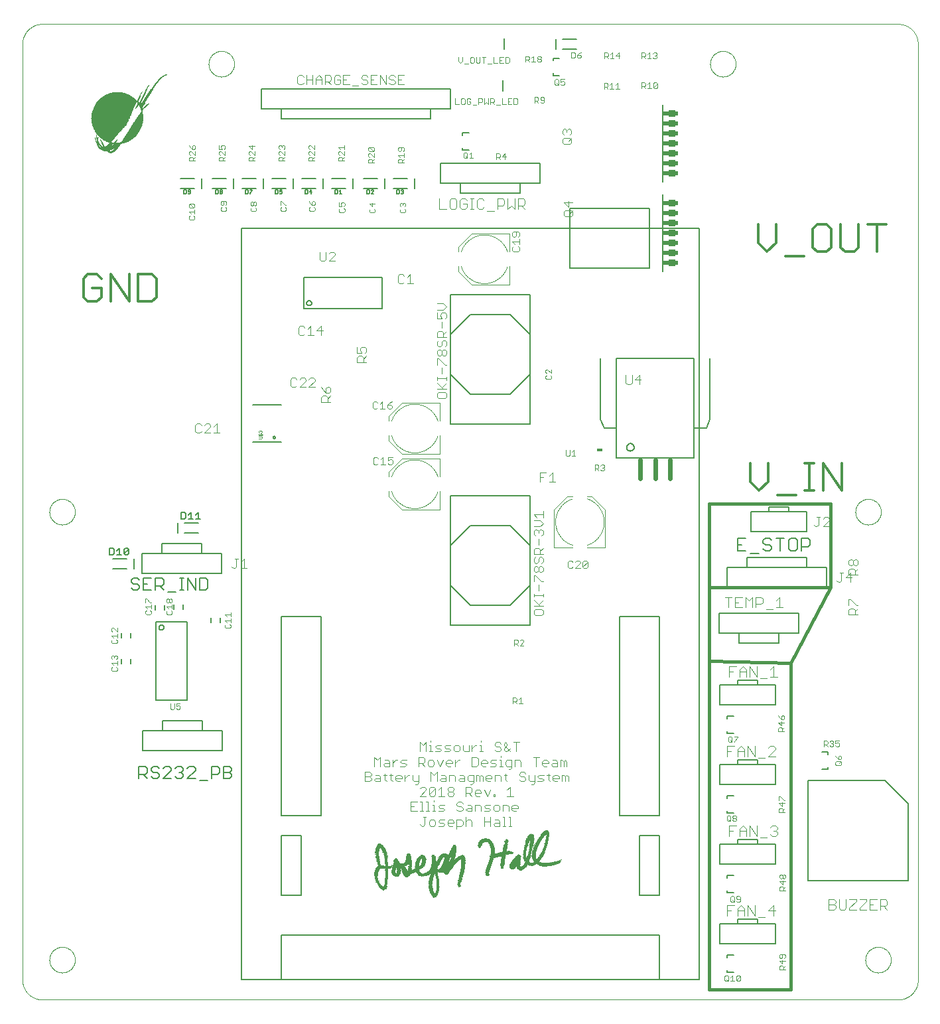
<source format=gto>
G75*
%MOIN*%
%OFA0B0*%
%FSLAX25Y25*%
%IPPOS*%
%LPD*%
%AMOC8*
5,1,8,0,0,1.08239X$1,22.5*
%
%ADD10C,0.00000*%
%ADD11C,0.00500*%
%ADD12C,0.01600*%
%ADD13C,0.00400*%
%ADD14C,0.00600*%
%ADD15C,0.00300*%
%ADD16C,0.01200*%
%ADD17C,0.00800*%
%ADD18R,0.03750X0.03543*%
%ADD19R,0.03750X0.03543*%
%ADD20R,0.07677X0.02362*%
%ADD21R,0.03000X0.01500*%
%ADD22R,0.00060X0.00020*%
%ADD23R,0.00040X0.00020*%
%ADD24R,0.00080X0.00020*%
%ADD25R,0.00340X0.00020*%
%ADD26R,0.00060X0.00020*%
%ADD27R,0.00100X0.00020*%
%ADD28R,0.00560X0.00020*%
%ADD29R,0.00080X0.00020*%
%ADD30R,0.00100X0.00020*%
%ADD31R,0.00740X0.00020*%
%ADD32R,0.00940X0.00020*%
%ADD33R,0.00020X0.00020*%
%ADD34R,0.01420X0.00020*%
%ADD35R,0.01540X0.00020*%
%ADD36R,0.01640X0.00020*%
%ADD37R,0.01780X0.00020*%
%ADD38R,0.01880X0.00020*%
%ADD39R,0.01940X0.00020*%
%ADD40R,0.02060X0.00020*%
%ADD41R,0.02140X0.00020*%
%ADD42R,0.02260X0.00020*%
%ADD43R,0.02380X0.00020*%
%ADD44R,0.02460X0.00020*%
%ADD45R,0.02520X0.00020*%
%ADD46R,0.02620X0.00020*%
%ADD47R,0.02700X0.00020*%
%ADD48R,0.02740X0.00020*%
%ADD49R,0.02800X0.00020*%
%ADD50R,0.02860X0.00020*%
%ADD51R,0.02920X0.00020*%
%ADD52R,0.02980X0.00020*%
%ADD53R,0.03040X0.00020*%
%ADD54R,0.03100X0.00020*%
%ADD55R,0.03140X0.00020*%
%ADD56R,0.03180X0.00020*%
%ADD57R,0.03260X0.00020*%
%ADD58R,0.03320X0.00020*%
%ADD59R,0.03380X0.00020*%
%ADD60R,0.03440X0.00020*%
%ADD61R,0.03500X0.00020*%
%ADD62R,0.03540X0.00020*%
%ADD63R,0.03600X0.00020*%
%ADD64R,0.01780X0.00020*%
%ADD65R,0.01280X0.00020*%
%ADD66R,0.01620X0.00020*%
%ADD67R,0.01220X0.00020*%
%ADD68R,0.01500X0.00020*%
%ADD69R,0.01180X0.00020*%
%ADD70R,0.01480X0.00020*%
%ADD71R,0.01140X0.00020*%
%ADD72R,0.01460X0.00020*%
%ADD73R,0.01080X0.00020*%
%ADD74R,0.01080X0.00020*%
%ADD75R,0.01440X0.00020*%
%ADD76R,0.01060X0.00020*%
%ADD77R,0.01440X0.00020*%
%ADD78R,0.01420X0.00020*%
%ADD79R,0.01400X0.00020*%
%ADD80R,0.01380X0.00020*%
%ADD81R,0.01140X0.00020*%
%ADD82R,0.00040X0.00020*%
%ADD83R,0.01320X0.00020*%
%ADD84R,0.01740X0.00020*%
%ADD85R,0.01320X0.00020*%
%ADD86R,0.02020X0.00020*%
%ADD87R,0.00020X0.00020*%
%ADD88R,0.01300X0.00020*%
%ADD89R,0.02080X0.00020*%
%ADD90R,0.01300X0.00020*%
%ADD91R,0.02220X0.00020*%
%ADD92R,0.00020X0.00020*%
%ADD93R,0.02440X0.00020*%
%ADD94R,0.01280X0.00020*%
%ADD95R,0.02560X0.00020*%
%ADD96R,0.01260X0.00020*%
%ADD97R,0.02660X0.00020*%
%ADD98R,0.02760X0.00020*%
%ADD99R,0.02960X0.00020*%
%ADD100R,0.03280X0.00020*%
%ADD101R,0.01260X0.00020*%
%ADD102R,0.03460X0.00020*%
%ADD103R,0.03560X0.00020*%
%ADD104R,0.01240X0.00020*%
%ADD105R,0.03660X0.00020*%
%ADD106R,0.01240X0.00020*%
%ADD107R,0.03860X0.00020*%
%ADD108R,0.03980X0.00020*%
%ADD109R,0.01220X0.00020*%
%ADD110R,0.04060X0.00020*%
%ADD111R,0.01220X0.00020*%
%ADD112R,0.04160X0.00020*%
%ADD113R,0.04240X0.00020*%
%ADD114R,0.01200X0.00020*%
%ADD115R,0.04320X0.00020*%
%ADD116R,0.01200X0.00020*%
%ADD117R,0.04460X0.00020*%
%ADD118R,0.01180X0.00020*%
%ADD119R,0.04560X0.00020*%
%ADD120R,0.04640X0.00020*%
%ADD121R,0.04740X0.00020*%
%ADD122R,0.04840X0.00020*%
%ADD123R,0.04940X0.00020*%
%ADD124R,0.05060X0.00020*%
%ADD125R,0.05140X0.00020*%
%ADD126R,0.05220X0.00020*%
%ADD127R,0.05320X0.00020*%
%ADD128R,0.05380X0.00020*%
%ADD129R,0.05460X0.00020*%
%ADD130R,0.05540X0.00020*%
%ADD131R,0.05600X0.00020*%
%ADD132R,0.05660X0.00020*%
%ADD133R,0.01940X0.00020*%
%ADD134R,0.03660X0.00020*%
%ADD135R,0.01940X0.00020*%
%ADD136R,0.01220X0.00020*%
%ADD137R,0.01960X0.00020*%
%ADD138R,0.00740X0.00020*%
%ADD139R,0.02720X0.00020*%
%ADD140R,0.01960X0.00020*%
%ADD141R,0.00700X0.00020*%
%ADD142R,0.02620X0.00020*%
%ADD143R,0.01980X0.00020*%
%ADD144R,0.00700X0.00020*%
%ADD145R,0.02560X0.00020*%
%ADD146R,0.02020X0.00020*%
%ADD147R,0.00680X0.00020*%
%ADD148R,0.02500X0.00020*%
%ADD149R,0.00680X0.00020*%
%ADD150R,0.02440X0.00020*%
%ADD151R,0.02100X0.00020*%
%ADD152R,0.00660X0.00020*%
%ADD153R,0.02400X0.00020*%
%ADD154R,0.02180X0.00020*%
%ADD155R,0.02360X0.00020*%
%ADD156R,0.02200X0.00020*%
%ADD157R,0.02360X0.00020*%
%ADD158R,0.02280X0.00020*%
%ADD159R,0.00720X0.00020*%
%ADD160R,0.02340X0.00020*%
%ADD161R,0.03120X0.00020*%
%ADD162R,0.02320X0.00020*%
%ADD163R,0.03160X0.00020*%
%ADD164R,0.02320X0.00020*%
%ADD165R,0.03180X0.00020*%
%ADD166R,0.02300X0.00020*%
%ADD167R,0.03240X0.00020*%
%ADD168R,0.02300X0.00020*%
%ADD169R,0.03360X0.00020*%
%ADD170R,0.03420X0.00020*%
%ADD171R,0.02260X0.00020*%
%ADD172R,0.02240X0.00020*%
%ADD173R,0.01240X0.00020*%
%ADD174R,0.03920X0.00020*%
%ADD175R,0.04080X0.00020*%
%ADD176R,0.04460X0.00020*%
%ADD177R,0.07240X0.00020*%
%ADD178R,0.07300X0.00020*%
%ADD179R,0.01920X0.00020*%
%ADD180R,0.05280X0.00020*%
%ADD181R,0.05300X0.00020*%
%ADD182R,0.05300X0.00020*%
%ADD183R,0.05340X0.00020*%
%ADD184R,0.02000X0.00020*%
%ADD185R,0.05340X0.00020*%
%ADD186R,0.02020X0.00020*%
%ADD187R,0.02040X0.00020*%
%ADD188R,0.05440X0.00020*%
%ADD189R,0.02100X0.00020*%
%ADD190R,0.05480X0.00020*%
%ADD191R,0.05660X0.00020*%
%ADD192R,0.06340X0.00020*%
%ADD193R,0.06320X0.00020*%
%ADD194R,0.06340X0.00020*%
%ADD195R,0.06360X0.00020*%
%ADD196R,0.01160X0.00020*%
%ADD197R,0.06380X0.00020*%
%ADD198R,0.01100X0.00020*%
%ADD199R,0.06400X0.00020*%
%ADD200R,0.06440X0.00020*%
%ADD201R,0.01040X0.00020*%
%ADD202R,0.06480X0.00020*%
%ADD203R,0.01040X0.00020*%
%ADD204R,0.06500X0.00020*%
%ADD205R,0.01020X0.00020*%
%ADD206R,0.06540X0.00020*%
%ADD207R,0.01000X0.00020*%
%ADD208R,0.06600X0.00020*%
%ADD209R,0.00980X0.00020*%
%ADD210R,0.06660X0.00020*%
%ADD211R,0.01320X0.00020*%
%ADD212R,0.00920X0.00020*%
%ADD213R,0.06700X0.00020*%
%ADD214R,0.01320X0.00020*%
%ADD215R,0.00900X0.00020*%
%ADD216R,0.06780X0.00020*%
%ADD217R,0.01340X0.00020*%
%ADD218R,0.00860X0.00020*%
%ADD219R,0.06820X0.00020*%
%ADD220R,0.01340X0.00020*%
%ADD221R,0.00840X0.00020*%
%ADD222R,0.06880X0.00020*%
%ADD223R,0.00800X0.00020*%
%ADD224R,0.06900X0.00020*%
%ADD225R,0.01380X0.00020*%
%ADD226R,0.00780X0.00020*%
%ADD227R,0.00020X0.00020*%
%ADD228R,0.06940X0.00020*%
%ADD229R,0.00760X0.00020*%
%ADD230R,0.08400X0.00020*%
%ADD231R,0.08420X0.00020*%
%ADD232R,0.08460X0.00020*%
%ADD233R,0.00780X0.00020*%
%ADD234R,0.08500X0.00020*%
%ADD235R,0.01660X0.00020*%
%ADD236R,0.06740X0.00020*%
%ADD237R,0.01680X0.00020*%
%ADD238R,0.06680X0.00020*%
%ADD239R,0.00800X0.00020*%
%ADD240R,0.06660X0.00020*%
%ADD241R,0.01680X0.00020*%
%ADD242R,0.06640X0.00020*%
%ADD243R,0.01700X0.00020*%
%ADD244R,0.06620X0.00020*%
%ADD245R,0.00760X0.00020*%
%ADD246R,0.00980X0.00020*%
%ADD247R,0.00520X0.00020*%
%ADD248R,0.06620X0.00020*%
%ADD249R,0.00940X0.00020*%
%ADD250R,0.00480X0.00020*%
%ADD251R,0.00920X0.00020*%
%ADD252R,0.00460X0.00020*%
%ADD253R,0.00900X0.00020*%
%ADD254R,0.00420X0.00020*%
%ADD255R,0.06580X0.00020*%
%ADD256R,0.00400X0.00020*%
%ADD257R,0.06560X0.00020*%
%ADD258R,0.00880X0.00020*%
%ADD259R,0.00400X0.00020*%
%ADD260R,0.06520X0.00020*%
%ADD261R,0.00660X0.00020*%
%ADD262R,0.00880X0.00020*%
%ADD263R,0.00380X0.00020*%
%ADD264R,0.01860X0.00020*%
%ADD265R,0.04600X0.00020*%
%ADD266R,0.00380X0.00020*%
%ADD267R,0.01820X0.00020*%
%ADD268R,0.04580X0.00020*%
%ADD269R,0.00640X0.00020*%
%ADD270R,0.00740X0.00020*%
%ADD271R,0.04520X0.00020*%
%ADD272R,0.00620X0.00020*%
%ADD273R,0.01760X0.00020*%
%ADD274R,0.04480X0.00020*%
%ADD275R,0.01760X0.00020*%
%ADD276R,0.04440X0.00020*%
%ADD277R,0.00620X0.00020*%
%ADD278R,0.00740X0.00020*%
%ADD279R,0.01740X0.00020*%
%ADD280R,0.04380X0.00020*%
%ADD281R,0.00600X0.00020*%
%ADD282R,0.01720X0.00020*%
%ADD283R,0.04340X0.00020*%
%ADD284R,0.00620X0.00020*%
%ADD285R,0.01700X0.00020*%
%ADD286R,0.04260X0.00020*%
%ADD287R,0.00360X0.00020*%
%ADD288R,0.04220X0.00020*%
%ADD289R,0.00620X0.00020*%
%ADD290R,0.04120X0.00020*%
%ADD291R,0.00360X0.00020*%
%ADD292R,0.04060X0.00020*%
%ADD293R,0.00580X0.00020*%
%ADD294R,0.04040X0.00020*%
%ADD295R,0.00580X0.00020*%
%ADD296R,0.04020X0.00020*%
%ADD297R,0.00600X0.00020*%
%ADD298R,0.03980X0.00020*%
%ADD299R,0.03940X0.00020*%
%ADD300R,0.03920X0.00020*%
%ADD301R,0.01640X0.00020*%
%ADD302R,0.03880X0.00020*%
%ADD303R,0.01660X0.00020*%
%ADD304R,0.03840X0.00020*%
%ADD305R,0.03800X0.00020*%
%ADD306R,0.03780X0.00020*%
%ADD307R,0.00560X0.00020*%
%ADD308R,0.03760X0.00020*%
%ADD309R,0.00340X0.00020*%
%ADD310R,0.03740X0.00020*%
%ADD311R,0.00340X0.00020*%
%ADD312R,0.03720X0.00020*%
%ADD313R,0.00540X0.00020*%
%ADD314R,0.00340X0.00020*%
%ADD315R,0.03700X0.00020*%
%ADD316R,0.00320X0.00020*%
%ADD317R,0.01720X0.00020*%
%ADD318R,0.00540X0.00020*%
%ADD319R,0.00540X0.00020*%
%ADD320R,0.01720X0.00020*%
%ADD321R,0.00320X0.00020*%
%ADD322R,0.01740X0.00020*%
%ADD323R,0.03640X0.00020*%
%ADD324R,0.00520X0.00020*%
%ADD325R,0.00320X0.00020*%
%ADD326R,0.03600X0.00020*%
%ADD327R,0.03580X0.00020*%
%ADD328R,0.00520X0.00020*%
%ADD329R,0.03560X0.00020*%
%ADD330R,0.00520X0.00020*%
%ADD331R,0.01800X0.00020*%
%ADD332R,0.03540X0.00020*%
%ADD333R,0.00500X0.00020*%
%ADD334R,0.01800X0.00020*%
%ADD335R,0.03480X0.00020*%
%ADD336R,0.00320X0.00020*%
%ADD337R,0.01820X0.00020*%
%ADD338R,0.03440X0.00020*%
%ADD339R,0.01820X0.00020*%
%ADD340R,0.03440X0.00020*%
%ADD341R,0.00500X0.00020*%
%ADD342R,0.01840X0.00020*%
%ADD343R,0.03400X0.00020*%
%ADD344R,0.00540X0.00020*%
%ADD345R,0.01840X0.00020*%
%ADD346R,0.03400X0.00020*%
%ADD347R,0.01840X0.00020*%
%ADD348R,0.00480X0.00020*%
%ADD349R,0.03360X0.00020*%
%ADD350R,0.00440X0.00020*%
%ADD351R,0.00440X0.00020*%
%ADD352R,0.01840X0.00020*%
%ADD353R,0.03320X0.00020*%
%ADD354R,0.03320X0.00020*%
%ADD355R,0.00440X0.00020*%
%ADD356R,0.03300X0.00020*%
%ADD357R,0.00460X0.00020*%
%ADD358R,0.03300X0.00020*%
%ADD359R,0.03280X0.00020*%
%ADD360R,0.03260X0.00020*%
%ADD361R,0.03220X0.00020*%
%ADD362R,0.03200X0.00020*%
%ADD363R,0.00420X0.00020*%
%ADD364R,0.03200X0.00020*%
%ADD365R,0.00420X0.00020*%
%ADD366R,0.00420X0.00020*%
%ADD367R,0.03160X0.00020*%
%ADD368R,0.00640X0.00020*%
%ADD369R,0.00640X0.00020*%
%ADD370R,0.00640X0.00020*%
%ADD371R,0.03140X0.00020*%
%ADD372R,0.03120X0.00020*%
%ADD373R,0.03120X0.00020*%
%ADD374R,0.03460X0.00020*%
%ADD375R,0.01820X0.00020*%
%ADD376R,0.03620X0.00020*%
%ADD377R,0.03880X0.00020*%
%ADD378R,0.05960X0.00020*%
%ADD379R,0.06060X0.00020*%
%ADD380R,0.06160X0.00020*%
%ADD381R,0.00300X0.00020*%
%ADD382R,0.06260X0.00020*%
%ADD383R,0.06420X0.00020*%
%ADD384R,0.06500X0.00020*%
%ADD385R,0.06560X0.00020*%
%ADD386R,0.06640X0.00020*%
%ADD387R,0.06680X0.00020*%
%ADD388R,0.06740X0.00020*%
%ADD389R,0.06800X0.00020*%
%ADD390R,0.06860X0.00020*%
%ADD391R,0.06920X0.00020*%
%ADD392R,0.06980X0.00020*%
%ADD393R,0.00820X0.00020*%
%ADD394R,0.07020X0.00020*%
%ADD395R,0.03040X0.00020*%
%ADD396R,0.01160X0.00020*%
%ADD397R,0.00720X0.00020*%
%ADD398R,0.02840X0.00020*%
%ADD399R,0.02600X0.00020*%
%ADD400R,0.02480X0.00020*%
%ADD401R,0.02420X0.00020*%
%ADD402R,0.02340X0.00020*%
%ADD403R,0.01100X0.00020*%
%ADD404R,0.02200X0.00020*%
%ADD405R,0.01120X0.00020*%
%ADD406R,0.02140X0.00020*%
%ADD407R,0.02060X0.00020*%
%ADD408R,0.00300X0.00020*%
%ADD409R,0.02160X0.00020*%
%ADD410R,0.02240X0.00020*%
%ADD411R,0.00280X0.00020*%
%ADD412R,0.01420X0.00020*%
%ADD413R,0.02400X0.00020*%
%ADD414R,0.01560X0.00020*%
%ADD415R,0.00280X0.00020*%
%ADD416R,0.01600X0.00020*%
%ADD417R,0.02600X0.00020*%
%ADD418R,0.02680X0.00020*%
%ADD419R,0.00260X0.00020*%
%ADD420R,0.02140X0.00020*%
%ADD421R,0.02780X0.00020*%
%ADD422R,0.00240X0.00020*%
%ADD423R,0.00240X0.00020*%
%ADD424R,0.02840X0.00020*%
%ADD425R,0.00220X0.00020*%
%ADD426R,0.02880X0.00020*%
%ADD427R,0.00220X0.00020*%
%ADD428R,0.02900X0.00020*%
%ADD429R,0.00220X0.00020*%
%ADD430R,0.02460X0.00020*%
%ADD431R,0.02940X0.00020*%
%ADD432R,0.00220X0.00020*%
%ADD433R,0.02520X0.00020*%
%ADD434R,0.00200X0.00020*%
%ADD435R,0.03000X0.00020*%
%ADD436R,0.00200X0.00020*%
%ADD437R,0.02620X0.00020*%
%ADD438R,0.03020X0.00020*%
%ADD439R,0.02700X0.00020*%
%ADD440R,0.03060X0.00020*%
%ADD441R,0.02760X0.00020*%
%ADD442R,0.03100X0.00020*%
%ADD443R,0.02820X0.00020*%
%ADD444R,0.02880X0.00020*%
%ADD445R,0.00180X0.00020*%
%ADD446R,0.02980X0.00020*%
%ADD447R,0.03040X0.00020*%
%ADD448R,0.03240X0.00020*%
%ADD449R,0.00180X0.00020*%
%ADD450R,0.03320X0.00020*%
%ADD451R,0.00260X0.00020*%
%ADD452R,0.03340X0.00020*%
%ADD453R,0.03340X0.00020*%
%ADD454R,0.03380X0.00020*%
%ADD455R,0.00160X0.00020*%
%ADD456R,0.03440X0.00020*%
%ADD457R,0.03480X0.00020*%
%ADD458R,0.00160X0.00020*%
%ADD459R,0.00240X0.00020*%
%ADD460R,0.03500X0.00020*%
%ADD461R,0.03520X0.00020*%
%ADD462R,0.03720X0.00020*%
%ADD463R,0.00240X0.00020*%
%ADD464R,0.00140X0.00020*%
%ADD465R,0.03780X0.00020*%
%ADD466R,0.03580X0.00020*%
%ADD467R,0.00140X0.00020*%
%ADD468R,0.03860X0.00020*%
%ADD469R,0.03620X0.00020*%
%ADD470R,0.03640X0.00020*%
%ADD471R,0.03680X0.00020*%
%ADD472R,0.04020X0.00020*%
%ADD473R,0.03680X0.00020*%
%ADD474R,0.00120X0.00020*%
%ADD475R,0.00140X0.00020*%
%ADD476R,0.04140X0.00020*%
%ADD477R,0.03740X0.00020*%
%ADD478R,0.04200X0.00020*%
%ADD479R,0.03760X0.00020*%
%ADD480R,0.04220X0.00020*%
%ADD481R,0.04280X0.00020*%
%ADD482R,0.03800X0.00020*%
%ADD483R,0.00120X0.00020*%
%ADD484R,0.04340X0.00020*%
%ADD485R,0.03820X0.00020*%
%ADD486R,0.00440X0.00020*%
%ADD487R,0.00120X0.00020*%
%ADD488R,0.00120X0.00020*%
%ADD489R,0.04500X0.00020*%
%ADD490R,0.03900X0.00020*%
%ADD491R,0.04540X0.00020*%
%ADD492R,0.03900X0.00020*%
%ADD493R,0.04640X0.00020*%
%ADD494R,0.03960X0.00020*%
%ADD495R,0.04680X0.00020*%
%ADD496R,0.03960X0.00020*%
%ADD497R,0.04740X0.00020*%
%ADD498R,0.04000X0.00020*%
%ADD499R,0.04780X0.00020*%
%ADD500R,0.04000X0.00020*%
%ADD501R,0.04880X0.00020*%
%ADD502R,0.00040X0.00020*%
%ADD503R,0.04980X0.00020*%
%ADD504R,0.04100X0.00020*%
%ADD505R,0.05020X0.00020*%
%ADD506R,0.04100X0.00020*%
%ADD507R,0.05080X0.00020*%
%ADD508R,0.04120X0.00020*%
%ADD509R,0.05120X0.00020*%
%ADD510R,0.05180X0.00020*%
%ADD511R,0.05220X0.00020*%
%ADD512R,0.04180X0.00020*%
%ADD513R,0.05280X0.00020*%
%ADD514R,0.05400X0.00020*%
%ADD515R,0.04240X0.00020*%
%ADD516R,0.05440X0.00020*%
%ADD517R,0.05500X0.00020*%
%ADD518R,0.04280X0.00020*%
%ADD519R,0.04320X0.00020*%
%ADD520R,0.05640X0.00020*%
%ADD521R,0.05680X0.00020*%
%ADD522R,0.04360X0.00020*%
%ADD523R,0.05720X0.00020*%
%ADD524R,0.04360X0.00020*%
%ADD525R,0.05760X0.00020*%
%ADD526R,0.05820X0.00020*%
%ADD527R,0.04400X0.00020*%
%ADD528R,0.05860X0.00020*%
%ADD529R,0.04400X0.00020*%
%ADD530R,0.05900X0.00020*%
%ADD531R,0.04420X0.00020*%
%ADD532R,0.04440X0.00020*%
%ADD533R,0.05980X0.00020*%
%ADD534R,0.06040X0.00020*%
%ADD535R,0.06080X0.00020*%
%ADD536R,0.04480X0.00020*%
%ADD537R,0.06120X0.00020*%
%ADD538R,0.06180X0.00020*%
%ADD539R,0.04520X0.00020*%
%ADD540R,0.06220X0.00020*%
%ADD541R,0.04520X0.00020*%
%ADD542R,0.06300X0.00020*%
%ADD543R,0.04540X0.00020*%
%ADD544R,0.06380X0.00020*%
%ADD545R,0.04580X0.00020*%
%ADD546R,0.06420X0.00020*%
%ADD547R,0.06480X0.00020*%
%ADD548R,0.04620X0.00020*%
%ADD549R,0.06520X0.00020*%
%ADD550R,0.04620X0.00020*%
%ADD551R,0.04640X0.00020*%
%ADD552R,0.06600X0.00020*%
%ADD553R,0.04640X0.00020*%
%ADD554R,0.06640X0.00020*%
%ADD555R,0.04660X0.00020*%
%ADD556R,0.04680X0.00020*%
%ADD557R,0.00140X0.00020*%
%ADD558R,0.06720X0.00020*%
%ADD559R,0.06760X0.00020*%
%ADD560R,0.04700X0.00020*%
%ADD561R,0.06820X0.00020*%
%ADD562R,0.04720X0.00020*%
%ADD563R,0.04720X0.00020*%
%ADD564R,0.06940X0.00020*%
%ADD565R,0.06960X0.00020*%
%ADD566R,0.04760X0.00020*%
%ADD567R,0.07020X0.00020*%
%ADD568R,0.07060X0.00020*%
%ADD569R,0.04780X0.00020*%
%ADD570R,0.07100X0.00020*%
%ADD571R,0.04800X0.00020*%
%ADD572R,0.07140X0.00020*%
%ADD573R,0.04800X0.00020*%
%ADD574R,0.07180X0.00020*%
%ADD575R,0.07240X0.00020*%
%ADD576R,0.04840X0.00020*%
%ADD577R,0.07260X0.00020*%
%ADD578R,0.04860X0.00020*%
%ADD579R,0.07340X0.00020*%
%ADD580R,0.04860X0.00020*%
%ADD581R,0.07380X0.00020*%
%ADD582R,0.07420X0.00020*%
%ADD583R,0.07460X0.00020*%
%ADD584R,0.04880X0.00020*%
%ADD585R,0.07520X0.00020*%
%ADD586R,0.04920X0.00020*%
%ADD587R,0.07560X0.00020*%
%ADD588R,0.04920X0.00020*%
%ADD589R,0.07580X0.00020*%
%ADD590R,0.07620X0.00020*%
%ADD591R,0.04940X0.00020*%
%ADD592R,0.07660X0.00020*%
%ADD593R,0.07700X0.00020*%
%ADD594R,0.04960X0.00020*%
%ADD595R,0.07740X0.00020*%
%ADD596R,0.04960X0.00020*%
%ADD597R,0.07780X0.00020*%
%ADD598R,0.07820X0.00020*%
%ADD599R,0.04980X0.00020*%
%ADD600R,0.07860X0.00020*%
%ADD601R,0.07900X0.00020*%
%ADD602R,0.07940X0.00020*%
%ADD603R,0.05020X0.00020*%
%ADD604R,0.07980X0.00020*%
%ADD605R,0.05020X0.00020*%
%ADD606R,0.08020X0.00020*%
%ADD607R,0.05040X0.00020*%
%ADD608R,0.08060X0.00020*%
%ADD609R,0.05040X0.00020*%
%ADD610R,0.08100X0.00020*%
%ADD611R,0.08140X0.00020*%
%ADD612R,0.05060X0.00020*%
%ADD613R,0.08160X0.00020*%
%ADD614R,0.08200X0.00020*%
%ADD615R,0.05080X0.00020*%
%ADD616R,0.08240X0.00020*%
%ADD617R,0.08280X0.00020*%
%ADD618R,0.05100X0.00020*%
%ADD619R,0.08320X0.00020*%
%ADD620R,0.05100X0.00020*%
%ADD621R,0.08360X0.00020*%
%ADD622R,0.08440X0.00020*%
%ADD623R,0.05120X0.00020*%
%ADD624R,0.08460X0.00020*%
%ADD625R,0.05140X0.00020*%
%ADD626R,0.08500X0.00020*%
%ADD627R,0.05140X0.00020*%
%ADD628R,0.08540X0.00020*%
%ADD629R,0.08580X0.00020*%
%ADD630R,0.05160X0.00020*%
%ADD631R,0.08620X0.00020*%
%ADD632R,0.05160X0.00020*%
%ADD633R,0.08660X0.00020*%
%ADD634R,0.05180X0.00020*%
%ADD635R,0.08700X0.00020*%
%ADD636R,0.08720X0.00020*%
%ADD637R,0.08760X0.00020*%
%ADD638R,0.05200X0.00020*%
%ADD639R,0.08800X0.00020*%
%ADD640R,0.05200X0.00020*%
%ADD641R,0.08840X0.00020*%
%ADD642R,0.08880X0.00020*%
%ADD643R,0.05220X0.00020*%
%ADD644R,0.08920X0.00020*%
%ADD645R,0.08960X0.00020*%
%ADD646R,0.05240X0.00020*%
%ADD647R,0.09000X0.00020*%
%ADD648R,0.05240X0.00020*%
%ADD649R,0.09020X0.00020*%
%ADD650R,0.05260X0.00020*%
%ADD651R,0.09060X0.00020*%
%ADD652R,0.05260X0.00020*%
%ADD653R,0.09100X0.00020*%
%ADD654R,0.09140X0.00020*%
%ADD655R,0.09180X0.00020*%
%ADD656R,0.09200X0.00020*%
%ADD657R,0.09240X0.00020*%
%ADD658R,0.09260X0.00020*%
%ADD659R,0.09300X0.00020*%
%ADD660R,0.09340X0.00020*%
%ADD661R,0.09380X0.00020*%
%ADD662R,0.05320X0.00020*%
%ADD663R,0.09420X0.00020*%
%ADD664R,0.09460X0.00020*%
%ADD665R,0.09500X0.00020*%
%ADD666R,0.09540X0.00020*%
%ADD667R,0.09560X0.00020*%
%ADD668R,0.09580X0.00020*%
%ADD669R,0.09620X0.00020*%
%ADD670R,0.09660X0.00020*%
%ADD671R,0.05360X0.00020*%
%ADD672R,0.09700X0.00020*%
%ADD673R,0.05360X0.00020*%
%ADD674R,0.09740X0.00020*%
%ADD675R,0.05380X0.00020*%
%ADD676R,0.09780X0.00020*%
%ADD677R,0.09800X0.00020*%
%ADD678R,0.09840X0.00020*%
%ADD679R,0.05400X0.00020*%
%ADD680R,0.09860X0.00020*%
%ADD681R,0.09900X0.00020*%
%ADD682R,0.09940X0.00020*%
%ADD683R,0.09980X0.00020*%
%ADD684R,0.10020X0.00020*%
%ADD685R,0.05420X0.00020*%
%ADD686R,0.10060X0.00020*%
%ADD687R,0.05420X0.00020*%
%ADD688R,0.10060X0.00020*%
%ADD689R,0.10100X0.00020*%
%ADD690R,0.05420X0.00020*%
%ADD691R,0.10140X0.00020*%
%ADD692R,0.10180X0.00020*%
%ADD693R,0.05440X0.00020*%
%ADD694R,0.10220X0.00020*%
%ADD695R,0.10260X0.00020*%
%ADD696R,0.10280X0.00020*%
%ADD697R,0.10300X0.00020*%
%ADD698R,0.10340X0.00020*%
%ADD699R,0.10380X0.00020*%
%ADD700R,0.05460X0.00020*%
%ADD701R,0.10420X0.00020*%
%ADD702R,0.10440X0.00020*%
%ADD703R,0.10480X0.00020*%
%ADD704R,0.10520X0.00020*%
%ADD705R,0.10560X0.00020*%
%ADD706R,0.05480X0.00020*%
%ADD707R,0.10580X0.00020*%
%ADD708R,0.10600X0.00020*%
%ADD709R,0.10640X0.00020*%
%ADD710R,0.10680X0.00020*%
%ADD711R,0.10720X0.00020*%
%ADD712R,0.05500X0.00020*%
%ADD713R,0.10740X0.00020*%
%ADD714R,0.10780X0.00020*%
%ADD715R,0.10820X0.00020*%
%ADD716R,0.10840X0.00020*%
%ADD717R,0.05520X0.00020*%
%ADD718R,0.10860X0.00020*%
%ADD719R,0.10900X0.00020*%
%ADD720R,0.10940X0.00020*%
%ADD721R,0.05520X0.00020*%
%ADD722R,0.10980X0.00020*%
%ADD723R,0.05520X0.00020*%
%ADD724R,0.11000X0.00020*%
%ADD725R,0.11040X0.00020*%
%ADD726R,0.11080X0.00020*%
%ADD727R,0.11120X0.00020*%
%ADD728R,0.05540X0.00020*%
%ADD729R,0.11140X0.00020*%
%ADD730R,0.11160X0.00020*%
%ADD731R,0.05540X0.00020*%
%ADD732R,0.11200X0.00020*%
%ADD733R,0.11240X0.00020*%
%ADD734R,0.11260X0.00020*%
%ADD735R,0.11300X0.00020*%
%ADD736R,0.11340X0.00020*%
%ADD737R,0.05560X0.00020*%
%ADD738R,0.11360X0.00020*%
%ADD739R,0.11400X0.00020*%
%ADD740R,0.11440X0.00020*%
%ADD741R,0.05560X0.00020*%
%ADD742R,0.11480X0.00020*%
%ADD743R,0.11480X0.00020*%
%ADD744R,0.11520X0.00020*%
%ADD745R,0.11560X0.00020*%
%ADD746R,0.11580X0.00020*%
%ADD747R,0.11620X0.00020*%
%ADD748R,0.11660X0.00020*%
%ADD749R,0.05580X0.00020*%
%ADD750R,0.11680X0.00020*%
%ADD751R,0.11720X0.00020*%
%ADD752R,0.11760X0.00020*%
%ADD753R,0.05580X0.00020*%
%ADD754R,0.11800X0.00020*%
%ADD755R,0.11840X0.00020*%
%ADD756R,0.11860X0.00020*%
%ADD757R,0.11900X0.00020*%
%ADD758R,0.11940X0.00020*%
%ADD759R,0.11960X0.00020*%
%ADD760R,0.12000X0.00020*%
%ADD761R,0.12040X0.00020*%
%ADD762R,0.12060X0.00020*%
%ADD763R,0.12080X0.00020*%
%ADD764R,0.12120X0.00020*%
%ADD765R,0.12140X0.00020*%
%ADD766R,0.12180X0.00020*%
%ADD767R,0.12220X0.00020*%
%ADD768R,0.05600X0.00020*%
%ADD769R,0.12240X0.00020*%
%ADD770R,0.12280X0.00020*%
%ADD771R,0.12320X0.00020*%
%ADD772R,0.12340X0.00020*%
%ADD773R,0.12380X0.00020*%
%ADD774R,0.12400X0.00020*%
%ADD775R,0.12440X0.00020*%
%ADD776R,0.12460X0.00020*%
%ADD777R,0.12480X0.00020*%
%ADD778R,0.12520X0.00020*%
%ADD779R,0.12560X0.00020*%
%ADD780R,0.12580X0.00020*%
%ADD781R,0.12620X0.00020*%
%ADD782R,0.12640X0.00020*%
%ADD783R,0.12680X0.00020*%
%ADD784R,0.12720X0.00020*%
%ADD785R,0.12740X0.00020*%
%ADD786R,0.12780X0.00020*%
%ADD787R,0.12800X0.00020*%
%ADD788R,0.12840X0.00020*%
%ADD789R,0.12860X0.00020*%
%ADD790R,0.12880X0.00020*%
%ADD791R,0.12920X0.00020*%
%ADD792R,0.12940X0.00020*%
%ADD793R,0.12980X0.00020*%
%ADD794R,0.13000X0.00020*%
%ADD795R,0.13040X0.00020*%
%ADD796R,0.13080X0.00020*%
%ADD797R,0.13100X0.00020*%
%ADD798R,0.13140X0.00020*%
%ADD799R,0.13160X0.00020*%
%ADD800R,0.13200X0.00020*%
%ADD801R,0.13220X0.00020*%
%ADD802R,0.13260X0.00020*%
%ADD803R,0.13260X0.00020*%
%ADD804R,0.13300X0.00020*%
%ADD805R,0.13340X0.00020*%
%ADD806R,0.13360X0.00020*%
%ADD807R,0.13400X0.00020*%
%ADD808R,0.13420X0.00020*%
%ADD809R,0.13460X0.00020*%
%ADD810R,0.13480X0.00020*%
%ADD811R,0.13520X0.00020*%
%ADD812R,0.13540X0.00020*%
%ADD813R,0.13580X0.00020*%
%ADD814R,0.13600X0.00020*%
%ADD815R,0.13640X0.00020*%
%ADD816R,0.13660X0.00020*%
%ADD817R,0.13680X0.00020*%
%ADD818R,0.13700X0.00020*%
%ADD819R,0.13740X0.00020*%
%ADD820R,0.13780X0.00020*%
%ADD821R,0.13800X0.00020*%
%ADD822R,0.13840X0.00020*%
%ADD823R,0.13860X0.00020*%
%ADD824R,0.13900X0.00020*%
%ADD825R,0.13920X0.00020*%
%ADD826R,0.13960X0.00020*%
%ADD827R,0.13980X0.00020*%
%ADD828R,0.14020X0.00020*%
%ADD829R,0.14040X0.00020*%
%ADD830R,0.14080X0.00020*%
%ADD831R,0.14080X0.00020*%
%ADD832R,0.14120X0.00020*%
%ADD833R,0.05540X0.00020*%
%ADD834R,0.14140X0.00020*%
%ADD835R,0.14160X0.00020*%
%ADD836R,0.14200X0.00020*%
%ADD837R,0.05520X0.00020*%
%ADD838R,0.14220X0.00020*%
%ADD839R,0.14260X0.00020*%
%ADD840R,0.14280X0.00020*%
%ADD841R,0.14320X0.00020*%
%ADD842R,0.14340X0.00020*%
%ADD843R,0.14380X0.00020*%
%ADD844R,0.14400X0.00020*%
%ADD845R,0.14440X0.00020*%
%ADD846R,0.14480X0.00020*%
%ADD847R,0.14500X0.00020*%
%ADD848R,0.14540X0.00020*%
%ADD849R,0.14560X0.00020*%
%ADD850R,0.14600X0.00020*%
%ADD851R,0.14620X0.00020*%
%ADD852R,0.14640X0.00020*%
%ADD853R,0.14680X0.00020*%
%ADD854R,0.14700X0.00020*%
%ADD855R,0.14740X0.00020*%
%ADD856R,0.14760X0.00020*%
%ADD857R,0.14800X0.00020*%
%ADD858R,0.14820X0.00020*%
%ADD859R,0.14840X0.00020*%
%ADD860R,0.14860X0.00020*%
%ADD861R,0.14880X0.00020*%
%ADD862R,0.14920X0.00020*%
%ADD863R,0.14940X0.00020*%
%ADD864R,0.14980X0.00020*%
%ADD865R,0.15000X0.00020*%
%ADD866R,0.15020X0.00020*%
%ADD867R,0.15060X0.00020*%
%ADD868R,0.15080X0.00020*%
%ADD869R,0.15120X0.00020*%
%ADD870R,0.15140X0.00020*%
%ADD871R,0.15180X0.00020*%
%ADD872R,0.15180X0.00020*%
%ADD873R,0.15200X0.00020*%
%ADD874R,0.15240X0.00020*%
%ADD875R,0.15260X0.00020*%
%ADD876R,0.15300X0.00020*%
%ADD877R,0.15320X0.00020*%
%ADD878R,0.15340X0.00020*%
%ADD879R,0.15380X0.00020*%
%ADD880R,0.15400X0.00020*%
%ADD881R,0.15440X0.00020*%
%ADD882R,0.15460X0.00020*%
%ADD883R,0.15480X0.00020*%
%ADD884R,0.15520X0.00020*%
%ADD885R,0.15540X0.00020*%
%ADD886R,0.15560X0.00020*%
%ADD887R,0.15580X0.00020*%
%ADD888R,0.15600X0.00020*%
%ADD889R,0.15640X0.00020*%
%ADD890R,0.15660X0.00020*%
%ADD891R,0.15680X0.00020*%
%ADD892R,0.05320X0.00020*%
%ADD893R,0.15720X0.00020*%
%ADD894R,0.05340X0.00020*%
%ADD895R,0.15740X0.00020*%
%ADD896R,0.15760X0.00020*%
%ADD897R,0.15800X0.00020*%
%ADD898R,0.05320X0.00020*%
%ADD899R,0.15820X0.00020*%
%ADD900R,0.15860X0.00020*%
%ADD901R,0.15880X0.00020*%
%ADD902R,0.15900X0.00020*%
%ADD903R,0.15920X0.00020*%
%ADD904R,0.15940X0.00020*%
%ADD905R,0.15960X0.00020*%
%ADD906R,0.16000X0.00020*%
%ADD907R,0.16020X0.00020*%
%ADD908R,0.16040X0.00020*%
%ADD909R,0.16080X0.00020*%
%ADD910R,0.16100X0.00020*%
%ADD911R,0.05240X0.00020*%
%ADD912R,0.16120X0.00020*%
%ADD913R,0.16160X0.00020*%
%ADD914R,0.16180X0.00020*%
%ADD915R,0.16200X0.00020*%
%ADD916R,0.16240X0.00020*%
%ADD917R,0.16240X0.00020*%
%ADD918R,0.16260X0.00020*%
%ADD919R,0.16300X0.00020*%
%ADD920R,0.16320X0.00020*%
%ADD921R,0.16340X0.00020*%
%ADD922R,0.16400X0.00020*%
%ADD923R,0.16420X0.00020*%
%ADD924R,0.16460X0.00020*%
%ADD925R,0.05140X0.00020*%
%ADD926R,0.16480X0.00020*%
%ADD927R,0.16500X0.00020*%
%ADD928R,0.16540X0.00020*%
%ADD929R,0.16560X0.00020*%
%ADD930R,0.16580X0.00020*%
%ADD931R,0.16600X0.00020*%
%ADD932R,0.16620X0.00020*%
%ADD933R,0.16640X0.00020*%
%ADD934R,0.16660X0.00020*%
%ADD935R,0.16700X0.00020*%
%ADD936R,0.16720X0.00020*%
%ADD937R,0.16740X0.00020*%
%ADD938R,0.16780X0.00020*%
%ADD939R,0.16800X0.00020*%
%ADD940R,0.16820X0.00020*%
%ADD941R,0.16860X0.00020*%
%ADD942R,0.16880X0.00020*%
%ADD943R,0.16900X0.00020*%
%ADD944R,0.05000X0.00020*%
%ADD945R,0.16920X0.00020*%
%ADD946R,0.16940X0.00020*%
%ADD947R,0.05000X0.00020*%
%ADD948R,0.16960X0.00020*%
%ADD949R,0.16980X0.00020*%
%ADD950R,0.17020X0.00020*%
%ADD951R,0.17040X0.00020*%
%ADD952R,0.17060X0.00020*%
%ADD953R,0.17080X0.00020*%
%ADD954R,0.17120X0.00020*%
%ADD955R,0.17140X0.00020*%
%ADD956R,0.04920X0.00020*%
%ADD957R,0.17160X0.00020*%
%ADD958R,0.17160X0.00020*%
%ADD959R,0.04900X0.00020*%
%ADD960R,0.17200X0.00020*%
%ADD961R,0.04900X0.00020*%
%ADD962R,0.17200X0.00020*%
%ADD963R,0.17220X0.00020*%
%ADD964R,0.17240X0.00020*%
%ADD965R,0.17260X0.00020*%
%ADD966R,0.17260X0.00020*%
%ADD967R,0.17280X0.00020*%
%ADD968R,0.04820X0.00020*%
%ADD969R,0.17300X0.00020*%
%ADD970R,0.17320X0.00020*%
%ADD971R,0.04820X0.00020*%
%ADD972R,0.17320X0.00020*%
%ADD973R,0.17360X0.00020*%
%ADD974R,0.17380X0.00020*%
%ADD975R,0.17380X0.00020*%
%ADD976R,0.17420X0.00020*%
%ADD977R,0.04760X0.00020*%
%ADD978R,0.17420X0.00020*%
%ADD979R,0.17440X0.00020*%
%ADD980R,0.17440X0.00020*%
%ADD981R,0.17460X0.00020*%
%ADD982R,0.17480X0.00020*%
%ADD983R,0.04720X0.00020*%
%ADD984R,0.17480X0.00020*%
%ADD985R,0.17500X0.00020*%
%ADD986R,0.17500X0.00020*%
%ADD987R,0.17540X0.00020*%
%ADD988R,0.17540X0.00020*%
%ADD989R,0.04660X0.00020*%
%ADD990R,0.17560X0.00020*%
%ADD991R,0.17580X0.00020*%
%ADD992R,0.17600X0.00020*%
%ADD993R,0.17600X0.00020*%
%ADD994R,0.17620X0.00020*%
%ADD995R,0.04600X0.00020*%
%ADD996R,0.17660X0.00020*%
%ADD997R,0.17660X0.00020*%
%ADD998R,0.17680X0.00020*%
%ADD999R,0.17680X0.00020*%
%ADD1000R,0.04560X0.00020*%
%ADD1001R,0.17720X0.00020*%
%ADD1002R,0.17720X0.00020*%
%ADD1003R,0.17740X0.00020*%
%ADD1004R,0.04520X0.00020*%
%ADD1005R,0.17740X0.00020*%
%ADD1006R,0.17760X0.00020*%
%ADD1007R,0.17780X0.00020*%
%ADD1008R,0.04500X0.00020*%
%ADD1009R,0.17800X0.00020*%
%ADD1010R,0.17800X0.00020*%
%ADD1011R,0.17820X0.00020*%
%ADD1012R,0.17840X0.00020*%
%ADD1013R,0.17860X0.00020*%
%ADD1014R,0.04440X0.00020*%
%ADD1015R,0.17860X0.00020*%
%ADD1016R,0.04420X0.00020*%
%ADD1017R,0.17880X0.00020*%
%ADD1018R,0.17900X0.00020*%
%ADD1019R,0.17920X0.00020*%
%ADD1020R,0.17920X0.00020*%
%ADD1021R,0.17940X0.00020*%
%ADD1022R,0.17960X0.00020*%
%ADD1023R,0.04340X0.00020*%
%ADD1024R,0.17960X0.00020*%
%ADD1025R,0.04320X0.00020*%
%ADD1026R,0.18000X0.00020*%
%ADD1027R,0.04320X0.00020*%
%ADD1028R,0.18000X0.00020*%
%ADD1029R,0.18020X0.00020*%
%ADD1030R,0.04300X0.00020*%
%ADD1031R,0.18020X0.00020*%
%ADD1032R,0.18040X0.00020*%
%ADD1033R,0.04260X0.00020*%
%ADD1034R,0.18060X0.00020*%
%ADD1035R,0.18080X0.00020*%
%ADD1036R,0.18080X0.00020*%
%ADD1037R,0.18100X0.00020*%
%ADD1038R,0.18100X0.00020*%
%ADD1039R,0.18120X0.00020*%
%ADD1040R,0.18140X0.00020*%
%ADD1041R,0.04200X0.00020*%
%ADD1042R,0.18160X0.00020*%
%ADD1043R,0.18160X0.00020*%
%ADD1044R,0.04160X0.00020*%
%ADD1045R,0.18180X0.00020*%
%ADD1046R,0.04140X0.00020*%
%ADD1047R,0.18200X0.00020*%
%ADD1048R,0.18200X0.00020*%
%ADD1049R,0.18220X0.00020*%
%ADD1050R,0.18240X0.00020*%
%ADD1051R,0.18260X0.00020*%
%ADD1052R,0.04080X0.00020*%
%ADD1053R,0.18260X0.00020*%
%ADD1054R,0.18280X0.00020*%
%ADD1055R,0.04040X0.00020*%
%ADD1056R,0.18280X0.00020*%
%ADD1057R,0.04040X0.00020*%
%ADD1058R,0.18300X0.00020*%
%ADD1059R,0.18300X0.00020*%
%ADD1060R,0.18340X0.00020*%
%ADD1061R,0.04020X0.00020*%
%ADD1062R,0.18340X0.00020*%
%ADD1063R,0.18360X0.00020*%
%ADD1064R,0.18360X0.00020*%
%ADD1065R,0.18380X0.00020*%
%ADD1066R,0.18380X0.00020*%
%ADD1067R,0.03940X0.00020*%
%ADD1068R,0.18400X0.00020*%
%ADD1069R,0.18440X0.00020*%
%ADD1070R,0.18440X0.00020*%
%ADD1071R,0.18460X0.00020*%
%ADD1072R,0.18480X0.00020*%
%ADD1073R,0.18480X0.00020*%
%ADD1074R,0.03820X0.00020*%
%ADD1075R,0.18500X0.00020*%
%ADD1076R,0.03820X0.00020*%
%ADD1077R,0.18500X0.00020*%
%ADD1078R,0.18520X0.00020*%
%ADD1079R,0.18520X0.00020*%
%ADD1080R,0.18540X0.00020*%
%ADD1081R,0.18560X0.00020*%
%ADD1082R,0.18560X0.00020*%
%ADD1083R,0.18580X0.00020*%
%ADD1084R,0.18580X0.00020*%
%ADD1085R,0.03720X0.00020*%
%ADD1086R,0.18600X0.00020*%
%ADD1087R,0.03720X0.00020*%
%ADD1088R,0.18600X0.00020*%
%ADD1089R,0.03700X0.00020*%
%ADD1090R,0.18620X0.00020*%
%ADD1091R,0.18620X0.00020*%
%ADD1092R,0.18640X0.00020*%
%ADD1093R,0.18640X0.00020*%
%ADD1094R,0.18660X0.00020*%
%ADD1095R,0.03620X0.00020*%
%ADD1096R,0.18680X0.00020*%
%ADD1097R,0.03620X0.00020*%
%ADD1098R,0.18700X0.00020*%
%ADD1099R,0.18700X0.00020*%
%ADD1100R,0.18720X0.00020*%
%ADD1101R,0.18720X0.00020*%
%ADD1102R,0.18740X0.00020*%
%ADD1103R,0.18740X0.00020*%
%ADD1104R,0.03520X0.00020*%
%ADD1105R,0.18760X0.00020*%
%ADD1106R,0.03520X0.00020*%
%ADD1107R,0.18760X0.00020*%
%ADD1108R,0.18780X0.00020*%
%ADD1109R,0.18780X0.00020*%
%ADD1110R,0.18800X0.00020*%
%ADD1111R,0.18800X0.00020*%
%ADD1112R,0.18820X0.00020*%
%ADD1113R,0.03420X0.00020*%
%ADD1114R,0.18820X0.00020*%
%ADD1115R,0.18840X0.00020*%
%ADD1116R,0.18840X0.00020*%
%ADD1117R,0.18860X0.00020*%
%ADD1118R,0.03340X0.00020*%
%ADD1119R,0.18880X0.00020*%
%ADD1120R,0.18900X0.00020*%
%ADD1121R,0.18900X0.00020*%
%ADD1122R,0.18920X0.00020*%
%ADD1123R,0.18940X0.00020*%
%ADD1124R,0.18940X0.00020*%
%ADD1125R,0.18960X0.00020*%
%ADD1126R,0.18960X0.00020*%
%ADD1127R,0.03240X0.00020*%
%ADD1128R,0.18980X0.00020*%
%ADD1129R,0.18980X0.00020*%
%ADD1130R,0.19000X0.00020*%
%ADD1131R,0.19000X0.00020*%
%ADD1132R,0.19020X0.00020*%
%ADD1133R,0.19020X0.00020*%
%ADD1134R,0.03140X0.00020*%
%ADD1135R,0.19040X0.00020*%
%ADD1136R,0.03140X0.00020*%
%ADD1137R,0.19040X0.00020*%
%ADD1138R,0.19060X0.00020*%
%ADD1139R,0.19060X0.00020*%
%ADD1140R,0.03080X0.00020*%
%ADD1141R,0.19080X0.00020*%
%ADD1142R,0.19080X0.00020*%
%ADD1143R,0.03060X0.00020*%
%ADD1144R,0.19100X0.00020*%
%ADD1145R,0.03020X0.00020*%
%ADD1146R,0.19120X0.00020*%
%ADD1147R,0.19120X0.00020*%
%ADD1148R,0.19140X0.00020*%
%ADD1149R,0.19140X0.00020*%
%ADD1150R,0.19160X0.00020*%
%ADD1151R,0.02940X0.00020*%
%ADD1152R,0.19160X0.00020*%
%ADD1153R,0.02940X0.00020*%
%ADD1154R,0.19180X0.00020*%
%ADD1155R,0.02920X0.00020*%
%ADD1156R,0.19180X0.00020*%
%ADD1157R,0.19200X0.00020*%
%ADD1158R,0.19200X0.00020*%
%ADD1159R,0.19220X0.00020*%
%ADD1160R,0.02860X0.00020*%
%ADD1161R,0.19220X0.00020*%
%ADD1162R,0.02840X0.00020*%
%ADD1163R,0.19220X0.00020*%
%ADD1164R,0.19220X0.00020*%
%ADD1165R,0.19240X0.00020*%
%ADD1166R,0.02780X0.00020*%
%ADD1167R,0.19240X0.00020*%
%ADD1168R,0.19260X0.00020*%
%ADD1169R,0.19280X0.00020*%
%ADD1170R,0.02720X0.00020*%
%ADD1171R,0.19280X0.00020*%
%ADD1172R,0.19300X0.00020*%
%ADD1173R,0.19320X0.00020*%
%ADD1174R,0.02660X0.00020*%
%ADD1175R,0.19320X0.00020*%
%ADD1176R,0.02640X0.00020*%
%ADD1177R,0.19340X0.00020*%
%ADD1178R,0.19340X0.00020*%
%ADD1179R,0.19360X0.00020*%
%ADD1180R,0.19360X0.00020*%
%ADD1181R,0.02580X0.00020*%
%ADD1182R,0.19380X0.00020*%
%ADD1183R,0.19380X0.00020*%
%ADD1184R,0.02540X0.00020*%
%ADD1185R,0.19400X0.00020*%
%ADD1186R,0.19400X0.00020*%
%ADD1187R,0.02520X0.00020*%
%ADD1188R,0.19420X0.00020*%
%ADD1189R,0.19420X0.00020*%
%ADD1190R,0.02420X0.00020*%
%ADD1191R,0.19440X0.00020*%
%ADD1192R,0.19440X0.00020*%
%ADD1193R,0.19460X0.00020*%
%ADD1194R,0.19480X0.00020*%
%ADD1195R,0.19480X0.00020*%
%ADD1196R,0.02340X0.00020*%
%ADD1197R,0.19500X0.00020*%
%ADD1198R,0.02320X0.00020*%
%ADD1199R,0.19500X0.00020*%
%ADD1200R,0.02320X0.00020*%
%ADD1201R,0.19520X0.00020*%
%ADD1202R,0.19520X0.00020*%
%ADD1203R,0.02220X0.00020*%
%ADD1204R,0.19540X0.00020*%
%ADD1205R,0.19540X0.00020*%
%ADD1206R,0.19560X0.00020*%
%ADD1207R,0.02180X0.00020*%
%ADD1208R,0.19560X0.00020*%
%ADD1209R,0.19580X0.00020*%
%ADD1210R,0.02120X0.00020*%
%ADD1211R,0.19580X0.00020*%
%ADD1212R,0.02080X0.00020*%
%ADD1213R,0.19600X0.00020*%
%ADD1214R,0.19620X0.00020*%
%ADD1215R,0.02040X0.00020*%
%ADD1216R,0.19620X0.00020*%
%ADD1217R,0.02020X0.00020*%
%ADD1218R,0.19640X0.00020*%
%ADD1219R,0.02000X0.00020*%
%ADD1220R,0.19640X0.00020*%
%ADD1221R,0.19640X0.00020*%
%ADD1222R,0.19660X0.00020*%
%ADD1223R,0.01920X0.00020*%
%ADD1224R,0.19660X0.00020*%
%ADD1225R,0.19680X0.00020*%
%ADD1226R,0.01900X0.00020*%
%ADD1227R,0.19680X0.00020*%
%ADD1228R,0.01880X0.00020*%
%ADD1229R,0.19700X0.00020*%
%ADD1230R,0.19700X0.00020*%
%ADD1231R,0.19720X0.00020*%
%ADD1232R,0.19720X0.00020*%
%ADD1233R,0.19740X0.00020*%
%ADD1234R,0.19720X0.00020*%
%ADD1235R,0.01720X0.00020*%
%ADD1236R,0.19740X0.00020*%
%ADD1237R,0.19760X0.00020*%
%ADD1238R,0.19780X0.00020*%
%ADD1239R,0.19780X0.00020*%
%ADD1240R,0.01620X0.00020*%
%ADD1241R,0.01600X0.00020*%
%ADD1242R,0.01580X0.00020*%
%ADD1243R,0.19800X0.00020*%
%ADD1244R,0.01560X0.00020*%
%ADD1245R,0.19800X0.00020*%
%ADD1246R,0.01540X0.00020*%
%ADD1247R,0.19820X0.00020*%
%ADD1248R,0.01520X0.00020*%
%ADD1249R,0.19820X0.00020*%
%ADD1250R,0.01480X0.00020*%
%ADD1251R,0.19820X0.00020*%
%ADD1252R,0.01460X0.00020*%
%ADD1253R,0.19840X0.00020*%
%ADD1254R,0.19840X0.00020*%
%ADD1255R,0.19840X0.00020*%
%ADD1256R,0.19840X0.00020*%
%ADD1257R,0.19860X0.00020*%
%ADD1258R,0.01360X0.00020*%
%ADD1259R,0.19860X0.00020*%
%ADD1260R,0.01340X0.00020*%
%ADD1261R,0.19880X0.00020*%
%ADD1262R,0.01340X0.00020*%
%ADD1263R,0.19880X0.00020*%
%ADD1264R,0.19900X0.00020*%
%ADD1265R,0.19900X0.00020*%
%ADD1266R,0.19920X0.00020*%
%ADD1267R,0.19920X0.00020*%
%ADD1268R,0.19940X0.00020*%
%ADD1269R,0.19920X0.00020*%
%ADD1270R,0.01120X0.00020*%
%ADD1271R,0.19920X0.00020*%
%ADD1272R,0.19940X0.00020*%
%ADD1273R,0.19960X0.00020*%
%ADD1274R,0.19940X0.00020*%
%ADD1275R,0.01020X0.00020*%
%ADD1276R,0.19960X0.00020*%
%ADD1277R,0.01000X0.00020*%
%ADD1278R,0.19980X0.00020*%
%ADD1279R,0.00960X0.00020*%
%ADD1280R,0.19980X0.00020*%
%ADD1281R,0.20000X0.00020*%
%ADD1282R,0.20000X0.00020*%
%ADD1283R,0.00840X0.00020*%
%ADD1284R,0.20020X0.00020*%
%ADD1285R,0.20020X0.00020*%
%ADD1286R,0.20020X0.00020*%
%ADD1287R,0.20020X0.00020*%
%ADD1288R,0.20040X0.00020*%
%ADD1289R,0.20040X0.00020*%
%ADD1290R,0.20060X0.00020*%
%ADD1291R,0.20040X0.00020*%
%ADD1292R,0.20040X0.00020*%
%ADD1293R,0.20060X0.00020*%
%ADD1294R,0.20080X0.00020*%
%ADD1295R,0.20080X0.00020*%
%ADD1296R,0.20100X0.00020*%
%ADD1297R,0.20100X0.00020*%
%ADD1298R,0.20120X0.00020*%
%ADD1299R,0.20120X0.00020*%
%ADD1300R,0.20120X0.00020*%
%ADD1301R,0.20120X0.00020*%
%ADD1302R,0.20140X0.00020*%
%ADD1303R,0.20140X0.00020*%
%ADD1304R,0.20140X0.00020*%
%ADD1305R,0.20160X0.00020*%
%ADD1306R,0.20160X0.00020*%
%ADD1307R,0.20180X0.00020*%
%ADD1308R,0.20180X0.00020*%
%ADD1309R,0.20200X0.00020*%
%ADD1310R,0.20200X0.00020*%
%ADD1311R,0.20220X0.00020*%
%ADD1312R,0.20220X0.00020*%
%ADD1313R,0.20220X0.00020*%
%ADD1314R,0.00820X0.00020*%
%ADD1315R,0.00860X0.00020*%
%ADD1316R,0.20220X0.00020*%
%ADD1317R,0.00940X0.00020*%
%ADD1318R,0.20240X0.00020*%
%ADD1319R,0.01020X0.00020*%
%ADD1320R,0.20240X0.00020*%
%ADD1321R,0.01060X0.00020*%
%ADD1322R,0.01140X0.00020*%
%ADD1323R,0.20240X0.00020*%
%ADD1324R,0.20240X0.00020*%
%ADD1325R,0.00960X0.00020*%
%ADD1326R,0.20260X0.00020*%
%ADD1327R,0.00940X0.00020*%
%ADD1328R,0.20260X0.00020*%
%ADD1329R,0.00920X0.00020*%
%ADD1330R,0.20280X0.00020*%
%ADD1331R,0.20280X0.00020*%
%ADD1332R,0.00840X0.00020*%
%ADD1333R,0.00820X0.00020*%
%ADD1334R,0.01120X0.00020*%
%ADD1335R,0.01120X0.00020*%
%ADD1336R,0.00720X0.00020*%
%ADD1337R,0.01240X0.00020*%
%ADD1338R,0.00720X0.00020*%
%ADD1339R,0.01360X0.00020*%
%ADD1340R,0.01420X0.00020*%
%ADD1341R,0.01520X0.00020*%
%ADD1342R,0.01620X0.00020*%
%ADD1343R,0.01900X0.00020*%
%ADD1344R,0.01920X0.00020*%
%ADD1345R,0.02120X0.00020*%
%ADD1346R,0.02220X0.00020*%
%ADD1347R,0.02240X0.00020*%
%ADD1348R,0.02380X0.00020*%
%ADD1349R,0.02420X0.00020*%
%ADD1350R,0.02500X0.00020*%
%ADD1351R,0.01620X0.00020*%
%ADD1352R,0.01640X0.00020*%
%ADD1353R,0.01020X0.00020*%
%ADD1354R,0.01040X0.00020*%
%ADD1355R,0.19820X0.00020*%
%ADD1356R,0.01580X0.00020*%
%ADD1357R,0.20540X0.00020*%
%ADD1358R,0.20520X0.00020*%
%ADD1359R,0.20520X0.00020*%
%ADD1360R,0.01540X0.00020*%
%ADD1361R,0.20520X0.00020*%
%ADD1362R,0.20500X0.00020*%
%ADD1363R,0.20500X0.00020*%
%ADD1364R,0.20480X0.00020*%
%ADD1365R,0.20460X0.00020*%
%ADD1366R,0.19720X0.00020*%
%ADD1367R,0.19600X0.00020*%
%ADD1368R,0.19520X0.00020*%
%ADD1369R,0.00920X0.00020*%
%ADD1370R,0.01520X0.00020*%
%ADD1371R,0.01540X0.00020*%
%ADD1372R,0.19320X0.00020*%
%ADD1373R,0.01520X0.00020*%
%ADD1374R,0.01500X0.00020*%
%ADD1375R,0.18720X0.00020*%
%ADD1376R,0.18680X0.00020*%
%ADD1377R,0.18520X0.00020*%
%ADD1378R,0.18320X0.00020*%
%ADD1379R,0.00840X0.00020*%
%ADD1380R,0.18040X0.00020*%
%ADD1381R,0.01440X0.00020*%
%ADD1382R,0.17880X0.00020*%
%ADD1383R,0.17840X0.00020*%
%ADD1384R,0.17760X0.00020*%
%ADD1385R,0.01440X0.00020*%
%ADD1386R,0.17520X0.00020*%
%ADD1387R,0.00820X0.00020*%
%ADD1388R,0.17400X0.00020*%
%ADD1389R,0.01400X0.00020*%
%ADD1390R,0.17120X0.00020*%
%ADD1391R,0.17080X0.00020*%
%ADD1392R,0.17000X0.00020*%
%ADD1393R,0.16840X0.00020*%
%ADD1394R,0.16760X0.00020*%
%ADD1395R,0.16680X0.00020*%
%ADD1396R,0.16600X0.00020*%
%ADD1397R,0.16520X0.00020*%
%ADD1398R,0.16440X0.00020*%
%ADD1399R,0.16360X0.00020*%
%ADD1400R,0.16320X0.00020*%
%ADD1401R,0.16280X0.00020*%
%ADD1402R,0.16080X0.00020*%
%ADD1403R,0.16040X0.00020*%
%ADD1404R,0.15760X0.00020*%
%ADD1405R,0.15680X0.00020*%
%ADD1406R,0.15560X0.00020*%
%ADD1407R,0.15520X0.00020*%
%ADD1408R,0.15440X0.00020*%
%ADD1409R,0.15320X0.00020*%
%ADD1410R,0.15280X0.00020*%
%ADD1411R,0.15240X0.00020*%
%ADD1412R,0.15160X0.00020*%
%ADD1413R,0.14960X0.00020*%
%ADD1414R,0.14880X0.00020*%
%ADD1415R,0.14720X0.00020*%
%ADD1416R,0.14640X0.00020*%
%ADD1417R,0.14360X0.00020*%
%ADD1418R,0.14240X0.00020*%
%ADD1419R,0.14120X0.00020*%
%ADD1420R,0.14040X0.00020*%
%ADD1421R,0.14000X0.00020*%
%ADD1422R,0.13920X0.00020*%
%ADD1423R,0.13880X0.00020*%
%ADD1424R,0.13760X0.00020*%
%ADD1425R,0.13680X0.00020*%
%ADD1426R,0.13560X0.00020*%
%ADD1427R,0.13480X0.00020*%
%ADD1428R,0.13280X0.00020*%
%ADD1429R,0.13080X0.00020*%
%ADD1430R,0.12800X0.00020*%
%ADD1431R,0.12720X0.00020*%
%ADD1432R,0.12640X0.00020*%
%ADD1433R,0.12600X0.00020*%
%ADD1434R,0.12520X0.00020*%
%ADD1435R,0.12440X0.00020*%
%ADD1436R,0.12360X0.00020*%
%ADD1437R,0.12280X0.00020*%
%ADD1438R,0.12200X0.00020*%
%ADD1439R,0.12160X0.00020*%
%ADD1440R,0.12000X0.00020*%
%ADD1441R,0.11920X0.00020*%
%ADD1442R,0.11840X0.00020*%
%ADD1443R,0.11760X0.00020*%
%ADD1444R,0.11600X0.00020*%
%ADD1445R,0.11520X0.00020*%
%ADD1446R,0.11360X0.00020*%
%ADD1447R,0.11280X0.00020*%
%ADD1448R,0.11200X0.00020*%
%ADD1449R,0.11000X0.00020*%
%ADD1450R,0.10920X0.00020*%
%ADD1451R,0.10840X0.00020*%
%ADD1452R,0.10760X0.00020*%
%ADD1453R,0.10680X0.00020*%
%ADD1454R,0.10480X0.00020*%
%ADD1455R,0.10400X0.00020*%
%ADD1456R,0.10320X0.00020*%
%ADD1457R,0.10200X0.00020*%
%ADD1458R,0.10120X0.00020*%
%ADD1459R,0.10040X0.00020*%
%ADD1460R,0.09920X0.00020*%
%ADD1461R,0.09720X0.00020*%
%ADD1462R,0.09640X0.00020*%
%ADD1463R,0.09520X0.00020*%
%ADD1464R,0.09440X0.00020*%
%ADD1465R,0.09320X0.00020*%
%ADD1466R,0.09120X0.00020*%
%ADD1467R,0.09000X0.00020*%
%ADD1468R,0.08800X0.00020*%
%ADD1469R,0.08680X0.00020*%
%ADD1470R,0.08560X0.00020*%
%ADD1471R,0.08440X0.00020*%
%ADD1472R,0.08080X0.00020*%
%ADD1473R,0.07960X0.00020*%
%ADD1474R,0.07840X0.00020*%
%ADD1475R,0.07720X0.00020*%
%ADD1476R,0.07600X0.00020*%
%ADD1477R,0.07440X0.00020*%
%ADD1478R,0.07320X0.00020*%
%ADD1479R,0.07200X0.00020*%
%ADD1480R,0.07040X0.00020*%
%ADD1481R,0.06880X0.00020*%
%ADD1482R,0.06280X0.00020*%
%ADD1483R,0.06120X0.00020*%
%ADD1484R,0.05960X0.00020*%
%ADD1485R,0.05800X0.00020*%
%ADD1486R,0.01140X0.00020*%
%ADD1487R,0.01040X0.00020*%
%ADD1488R,0.00540X0.00090*%
%ADD1489R,0.00990X0.00090*%
%ADD1490R,0.00090X0.00090*%
%ADD1491R,0.01350X0.00090*%
%ADD1492R,0.01800X0.00090*%
%ADD1493R,0.02070X0.00090*%
%ADD1494R,0.02250X0.00090*%
%ADD1495R,0.02250X0.00090*%
%ADD1496R,0.02430X0.00090*%
%ADD1497R,0.02610X0.00090*%
%ADD1498R,0.02700X0.00090*%
%ADD1499R,0.02700X0.00090*%
%ADD1500R,0.00090X0.00090*%
%ADD1501R,0.02340X0.00090*%
%ADD1502R,0.00450X0.00090*%
%ADD1503R,0.00180X0.00090*%
%ADD1504R,0.03060X0.00090*%
%ADD1505R,0.03150X0.00090*%
%ADD1506R,0.03330X0.00090*%
%ADD1507R,0.03330X0.00090*%
%ADD1508R,0.03510X0.00090*%
%ADD1509R,0.03420X0.00090*%
%ADD1510R,0.01890X0.00090*%
%ADD1511R,0.01440X0.00090*%
%ADD1512R,0.01800X0.00090*%
%ADD1513R,0.01530X0.00090*%
%ADD1514R,0.01530X0.00090*%
%ADD1515R,0.01710X0.00090*%
%ADD1516R,0.01710X0.00090*%
%ADD1517R,0.01350X0.00090*%
%ADD1518R,0.01260X0.00090*%
%ADD1519R,0.01260X0.00090*%
%ADD1520R,0.01170X0.00090*%
%ADD1521R,0.00180X0.00090*%
%ADD1522R,0.01170X0.00090*%
%ADD1523R,0.01080X0.00090*%
%ADD1524R,0.02070X0.00090*%
%ADD1525R,0.02520X0.00090*%
%ADD1526R,0.00360X0.00090*%
%ADD1527R,0.02520X0.00090*%
%ADD1528R,0.01170X0.00090*%
%ADD1529R,0.01620X0.00090*%
%ADD1530R,0.01620X0.00090*%
%ADD1531R,0.00270X0.00090*%
%ADD1532R,0.00810X0.00090*%
%ADD1533R,0.01620X0.00090*%
%ADD1534R,0.01620X0.00090*%
%ADD1535R,0.01170X0.00090*%
%ADD1536R,0.00090X0.00090*%
%ADD1537R,0.00990X0.00090*%
%ADD1538R,0.00270X0.00090*%
%ADD1539R,0.01440X0.00090*%
%ADD1540R,0.01440X0.00090*%
%ADD1541R,0.01440X0.00090*%
%ADD1542R,0.00090X0.00090*%
%ADD1543R,0.00900X0.00090*%
%ADD1544R,0.01890X0.00090*%
%ADD1545R,0.00270X0.00090*%
%ADD1546R,0.01980X0.00090*%
%ADD1547R,0.02160X0.00090*%
%ADD1548R,0.00990X0.00090*%
%ADD1549R,0.03240X0.00090*%
%ADD1550R,0.02520X0.00090*%
%ADD1551R,0.03600X0.00090*%
%ADD1552R,0.01080X0.00090*%
%ADD1553R,0.02880X0.00090*%
%ADD1554R,0.02790X0.00090*%
%ADD1555R,0.03780X0.00090*%
%ADD1556R,0.04500X0.00090*%
%ADD1557R,0.04770X0.00090*%
%ADD1558R,0.02970X0.00090*%
%ADD1559R,0.05040X0.00090*%
%ADD1560R,0.03420X0.00090*%
%ADD1561R,0.03060X0.00090*%
%ADD1562R,0.05310X0.00090*%
%ADD1563R,0.05400X0.00090*%
%ADD1564R,0.03600X0.00090*%
%ADD1565R,0.05760X0.00090*%
%ADD1566R,0.00360X0.00090*%
%ADD1567R,0.03420X0.00090*%
%ADD1568R,0.06030X0.00090*%
%ADD1569R,0.00720X0.00090*%
%ADD1570R,0.03870X0.00090*%
%ADD1571R,0.02070X0.00090*%
%ADD1572R,0.06210X0.00090*%
%ADD1573R,0.04050X0.00090*%
%ADD1574R,0.04140X0.00090*%
%ADD1575R,0.02430X0.00090*%
%ADD1576R,0.04140X0.00090*%
%ADD1577R,0.04230X0.00090*%
%ADD1578R,0.01890X0.00090*%
%ADD1579R,0.04680X0.00090*%
%ADD1580R,0.04950X0.00090*%
%ADD1581R,0.05220X0.00090*%
%ADD1582R,0.05850X0.00090*%
%ADD1583R,0.02610X0.00090*%
%ADD1584R,0.05850X0.00090*%
%ADD1585R,0.05580X0.00090*%
%ADD1586R,0.05940X0.00090*%
%ADD1587R,0.05310X0.00090*%
%ADD1588R,0.06390X0.00090*%
%ADD1589R,0.05580X0.00090*%
%ADD1590R,0.06390X0.00090*%
%ADD1591R,0.05040X0.00090*%
%ADD1592R,0.06660X0.00090*%
%ADD1593R,0.08730X0.00090*%
%ADD1594R,0.10890X0.00090*%
%ADD1595R,0.08820X0.00090*%
%ADD1596R,0.10890X0.00090*%
%ADD1597R,0.08820X0.00090*%
%ADD1598R,0.03690X0.00090*%
%ADD1599R,0.10800X0.00090*%
%ADD1600R,0.02880X0.00090*%
%ADD1601R,0.03510X0.00090*%
%ADD1602R,0.10710X0.00090*%
%ADD1603R,0.00720X0.00090*%
%ADD1604R,0.02970X0.00090*%
%ADD1605R,0.03960X0.00090*%
%ADD1606R,0.06480X0.00090*%
%ADD1607R,0.02790X0.00090*%
%ADD1608R,0.01980X0.00090*%
%ADD1609R,0.02790X0.00090*%
%ADD1610R,0.03870X0.00090*%
%ADD1611R,0.06300X0.00090*%
%ADD1612R,0.06120X0.00090*%
%ADD1613R,0.03690X0.00090*%
%ADD1614R,0.06120X0.00090*%
%ADD1615R,0.02340X0.00090*%
%ADD1616R,0.03240X0.00090*%
%ADD1617R,0.05940X0.00090*%
%ADD1618R,0.00720X0.00090*%
%ADD1619R,0.01890X0.00090*%
%ADD1620R,0.07020X0.00090*%
%ADD1621R,0.07110X0.00090*%
%ADD1622R,0.07200X0.00090*%
%ADD1623R,0.02520X0.00090*%
%ADD1624R,0.03870X0.00090*%
%ADD1625R,0.07290X0.00090*%
%ADD1626R,0.02340X0.00090*%
%ADD1627R,0.03870X0.00090*%
%ADD1628R,0.04230X0.00090*%
%ADD1629R,0.07290X0.00090*%
%ADD1630R,0.02340X0.00090*%
%ADD1631R,0.04050X0.00090*%
%ADD1632R,0.04320X0.00090*%
%ADD1633R,0.07380X0.00090*%
%ADD1634R,0.04320X0.00090*%
%ADD1635R,0.07200X0.00090*%
%ADD1636R,0.04410X0.00090*%
%ADD1637R,0.05760X0.00090*%
%ADD1638R,0.03150X0.00090*%
%ADD1639R,0.03240X0.00090*%
%ADD1640R,0.04860X0.00090*%
%ADD1641R,0.05490X0.00090*%
%ADD1642R,0.06570X0.00090*%
%ADD1643R,0.02160X0.00090*%
%ADD1644R,0.05400X0.00090*%
%ADD1645R,0.04140X0.00090*%
%ADD1646R,0.00630X0.00090*%
%ADD1647R,0.06840X0.00090*%
%ADD1648R,0.06930X0.00090*%
%ADD1649R,0.06750X0.00090*%
%ADD1650R,0.03690X0.00090*%
%ADD1651R,0.06120X0.00090*%
%ADD1652R,0.02070X0.00090*%
%ADD1653R,0.07380X0.00090*%
%ADD1654R,0.08010X0.00090*%
%ADD1655R,0.08640X0.00090*%
%ADD1656R,0.08280X0.00090*%
%ADD1657R,0.07290X0.00090*%
%ADD1658R,0.09270X0.00090*%
%ADD1659R,0.00450X0.00090*%
%ADD1660R,0.09270X0.00090*%
%ADD1661R,0.05130X0.00090*%
%ADD1662R,0.15750X0.00090*%
%ADD1663R,0.15390X0.00090*%
%ADD1664R,0.14040X0.00090*%
%ADD1665R,0.11250X0.00090*%
%ADD1666R,0.03960X0.00090*%
%ADD1667R,0.03420X0.00090*%
%ADD1668R,0.04860X0.00090*%
%ADD1669R,0.09180X0.00090*%
%ADD1670R,0.00810X0.00090*%
%ADD1671R,0.05220X0.00090*%
%ADD1672R,0.04140X0.00090*%
%ADD1673R,0.04590X0.00090*%
%ADD1674R,0.03780X0.00090*%
%ADD1675R,0.04590X0.00090*%
%ADD1676R,0.02970X0.00090*%
%ADD1677R,0.04410X0.00090*%
%ADD1678R,0.04320X0.00090*%
%ADD1679R,0.04770X0.00090*%
%ADD1680R,0.02790X0.00090*%
%ADD1681R,0.02970X0.00090*%
%ADD1682R,0.03240X0.00090*%
%ADD1683R,0.05670X0.00090*%
%ADD1684R,0.05670X0.00090*%
%ADD1685R,0.05670X0.00090*%
%ADD1686R,0.07740X0.00090*%
%ADD1687R,0.07560X0.00090*%
%ADD1688R,0.07650X0.00090*%
%ADD1689R,0.00900X0.00090*%
%ADD1690R,0.07650X0.00090*%
%ADD1691R,0.08190X0.00090*%
%ADD1692R,0.08550X0.00090*%
%ADD1693R,0.09000X0.00090*%
%ADD1694R,0.07020X0.00090*%
%ADD1695R,0.06390X0.00090*%
%ADD1696R,0.04590X0.00090*%
%ADD1697R,0.06210X0.00090*%
%ADD1698R,0.05940X0.00090*%
%ADD1699R,0.04320X0.00090*%
%ADD1700R,0.00270X0.00090*%
%ADD1701C,0.00100*%
%ADD1702C,0.02362*%
D10*
X0021800Y0021800D02*
X0451800Y0021800D01*
X0452042Y0021803D01*
X0452283Y0021812D01*
X0452524Y0021826D01*
X0452765Y0021847D01*
X0453005Y0021873D01*
X0453245Y0021905D01*
X0453484Y0021943D01*
X0453721Y0021986D01*
X0453958Y0022036D01*
X0454193Y0022091D01*
X0454427Y0022151D01*
X0454659Y0022218D01*
X0454890Y0022289D01*
X0455119Y0022367D01*
X0455346Y0022450D01*
X0455571Y0022538D01*
X0455794Y0022632D01*
X0456014Y0022731D01*
X0456232Y0022836D01*
X0456447Y0022945D01*
X0456660Y0023060D01*
X0456870Y0023180D01*
X0457076Y0023305D01*
X0457280Y0023435D01*
X0457481Y0023570D01*
X0457678Y0023710D01*
X0457872Y0023854D01*
X0458062Y0024003D01*
X0458248Y0024157D01*
X0458431Y0024315D01*
X0458610Y0024477D01*
X0458785Y0024644D01*
X0458956Y0024815D01*
X0459123Y0024990D01*
X0459285Y0025169D01*
X0459443Y0025352D01*
X0459597Y0025538D01*
X0459746Y0025728D01*
X0459890Y0025922D01*
X0460030Y0026119D01*
X0460165Y0026320D01*
X0460295Y0026524D01*
X0460420Y0026730D01*
X0460540Y0026940D01*
X0460655Y0027153D01*
X0460764Y0027368D01*
X0460869Y0027586D01*
X0460968Y0027806D01*
X0461062Y0028029D01*
X0461150Y0028254D01*
X0461233Y0028481D01*
X0461311Y0028710D01*
X0461382Y0028941D01*
X0461449Y0029173D01*
X0461509Y0029407D01*
X0461564Y0029642D01*
X0461614Y0029879D01*
X0461657Y0030116D01*
X0461695Y0030355D01*
X0461727Y0030595D01*
X0461753Y0030835D01*
X0461774Y0031076D01*
X0461788Y0031317D01*
X0461797Y0031558D01*
X0461800Y0031800D01*
X0461800Y0501800D01*
X0461797Y0502042D01*
X0461788Y0502283D01*
X0461774Y0502524D01*
X0461753Y0502765D01*
X0461727Y0503005D01*
X0461695Y0503245D01*
X0461657Y0503484D01*
X0461614Y0503721D01*
X0461564Y0503958D01*
X0461509Y0504193D01*
X0461449Y0504427D01*
X0461382Y0504659D01*
X0461311Y0504890D01*
X0461233Y0505119D01*
X0461150Y0505346D01*
X0461062Y0505571D01*
X0460968Y0505794D01*
X0460869Y0506014D01*
X0460764Y0506232D01*
X0460655Y0506447D01*
X0460540Y0506660D01*
X0460420Y0506870D01*
X0460295Y0507076D01*
X0460165Y0507280D01*
X0460030Y0507481D01*
X0459890Y0507678D01*
X0459746Y0507872D01*
X0459597Y0508062D01*
X0459443Y0508248D01*
X0459285Y0508431D01*
X0459123Y0508610D01*
X0458956Y0508785D01*
X0458785Y0508956D01*
X0458610Y0509123D01*
X0458431Y0509285D01*
X0458248Y0509443D01*
X0458062Y0509597D01*
X0457872Y0509746D01*
X0457678Y0509890D01*
X0457481Y0510030D01*
X0457280Y0510165D01*
X0457076Y0510295D01*
X0456870Y0510420D01*
X0456660Y0510540D01*
X0456447Y0510655D01*
X0456232Y0510764D01*
X0456014Y0510869D01*
X0455794Y0510968D01*
X0455571Y0511062D01*
X0455346Y0511150D01*
X0455119Y0511233D01*
X0454890Y0511311D01*
X0454659Y0511382D01*
X0454427Y0511449D01*
X0454193Y0511509D01*
X0453958Y0511564D01*
X0453721Y0511614D01*
X0453484Y0511657D01*
X0453245Y0511695D01*
X0453005Y0511727D01*
X0452765Y0511753D01*
X0452524Y0511774D01*
X0452283Y0511788D01*
X0452042Y0511797D01*
X0451800Y0511800D01*
X0021800Y0511800D01*
X0021558Y0511797D01*
X0021317Y0511788D01*
X0021076Y0511774D01*
X0020835Y0511753D01*
X0020595Y0511727D01*
X0020355Y0511695D01*
X0020116Y0511657D01*
X0019879Y0511614D01*
X0019642Y0511564D01*
X0019407Y0511509D01*
X0019173Y0511449D01*
X0018941Y0511382D01*
X0018710Y0511311D01*
X0018481Y0511233D01*
X0018254Y0511150D01*
X0018029Y0511062D01*
X0017806Y0510968D01*
X0017586Y0510869D01*
X0017368Y0510764D01*
X0017153Y0510655D01*
X0016940Y0510540D01*
X0016730Y0510420D01*
X0016524Y0510295D01*
X0016320Y0510165D01*
X0016119Y0510030D01*
X0015922Y0509890D01*
X0015728Y0509746D01*
X0015538Y0509597D01*
X0015352Y0509443D01*
X0015169Y0509285D01*
X0014990Y0509123D01*
X0014815Y0508956D01*
X0014644Y0508785D01*
X0014477Y0508610D01*
X0014315Y0508431D01*
X0014157Y0508248D01*
X0014003Y0508062D01*
X0013854Y0507872D01*
X0013710Y0507678D01*
X0013570Y0507481D01*
X0013435Y0507280D01*
X0013305Y0507076D01*
X0013180Y0506870D01*
X0013060Y0506660D01*
X0012945Y0506447D01*
X0012836Y0506232D01*
X0012731Y0506014D01*
X0012632Y0505794D01*
X0012538Y0505571D01*
X0012450Y0505346D01*
X0012367Y0505119D01*
X0012289Y0504890D01*
X0012218Y0504659D01*
X0012151Y0504427D01*
X0012091Y0504193D01*
X0012036Y0503958D01*
X0011986Y0503721D01*
X0011943Y0503484D01*
X0011905Y0503245D01*
X0011873Y0503005D01*
X0011847Y0502765D01*
X0011826Y0502524D01*
X0011812Y0502283D01*
X0011803Y0502042D01*
X0011800Y0501800D01*
X0011800Y0031800D01*
X0011803Y0031558D01*
X0011812Y0031317D01*
X0011826Y0031076D01*
X0011847Y0030835D01*
X0011873Y0030595D01*
X0011905Y0030355D01*
X0011943Y0030116D01*
X0011986Y0029879D01*
X0012036Y0029642D01*
X0012091Y0029407D01*
X0012151Y0029173D01*
X0012218Y0028941D01*
X0012289Y0028710D01*
X0012367Y0028481D01*
X0012450Y0028254D01*
X0012538Y0028029D01*
X0012632Y0027806D01*
X0012731Y0027586D01*
X0012836Y0027368D01*
X0012945Y0027153D01*
X0013060Y0026940D01*
X0013180Y0026730D01*
X0013305Y0026524D01*
X0013435Y0026320D01*
X0013570Y0026119D01*
X0013710Y0025922D01*
X0013854Y0025728D01*
X0014003Y0025538D01*
X0014157Y0025352D01*
X0014315Y0025169D01*
X0014477Y0024990D01*
X0014644Y0024815D01*
X0014815Y0024644D01*
X0014990Y0024477D01*
X0015169Y0024315D01*
X0015352Y0024157D01*
X0015538Y0024003D01*
X0015728Y0023854D01*
X0015922Y0023710D01*
X0016119Y0023570D01*
X0016320Y0023435D01*
X0016524Y0023305D01*
X0016730Y0023180D01*
X0016940Y0023060D01*
X0017153Y0022945D01*
X0017368Y0022836D01*
X0017586Y0022731D01*
X0017806Y0022632D01*
X0018029Y0022538D01*
X0018254Y0022450D01*
X0018481Y0022367D01*
X0018710Y0022289D01*
X0018941Y0022218D01*
X0019173Y0022151D01*
X0019407Y0022091D01*
X0019642Y0022036D01*
X0019879Y0021986D01*
X0020116Y0021943D01*
X0020355Y0021905D01*
X0020595Y0021873D01*
X0020835Y0021847D01*
X0021076Y0021826D01*
X0021317Y0021812D01*
X0021558Y0021803D01*
X0021800Y0021800D01*
X0025375Y0041800D02*
X0025377Y0041960D01*
X0025383Y0042120D01*
X0025393Y0042280D01*
X0025407Y0042440D01*
X0025425Y0042599D01*
X0025447Y0042758D01*
X0025473Y0042916D01*
X0025502Y0043073D01*
X0025536Y0043230D01*
X0025574Y0043385D01*
X0025615Y0043540D01*
X0025660Y0043694D01*
X0025710Y0043846D01*
X0025762Y0043997D01*
X0025819Y0044147D01*
X0025880Y0044296D01*
X0025944Y0044443D01*
X0026011Y0044588D01*
X0026083Y0044731D01*
X0026157Y0044873D01*
X0026236Y0045013D01*
X0026318Y0045150D01*
X0026403Y0045286D01*
X0026491Y0045419D01*
X0026583Y0045551D01*
X0026678Y0045679D01*
X0026777Y0045806D01*
X0026878Y0045930D01*
X0026983Y0046051D01*
X0027090Y0046170D01*
X0027201Y0046286D01*
X0027314Y0046399D01*
X0027430Y0046510D01*
X0027549Y0046617D01*
X0027670Y0046722D01*
X0027794Y0046823D01*
X0027921Y0046922D01*
X0028049Y0047017D01*
X0028181Y0047109D01*
X0028314Y0047197D01*
X0028450Y0047282D01*
X0028588Y0047364D01*
X0028727Y0047443D01*
X0028869Y0047517D01*
X0029012Y0047589D01*
X0029157Y0047656D01*
X0029304Y0047720D01*
X0029453Y0047781D01*
X0029603Y0047838D01*
X0029754Y0047890D01*
X0029906Y0047940D01*
X0030060Y0047985D01*
X0030215Y0048026D01*
X0030370Y0048064D01*
X0030527Y0048098D01*
X0030684Y0048127D01*
X0030842Y0048153D01*
X0031001Y0048175D01*
X0031160Y0048193D01*
X0031320Y0048207D01*
X0031480Y0048217D01*
X0031640Y0048223D01*
X0031800Y0048225D01*
X0031960Y0048223D01*
X0032120Y0048217D01*
X0032280Y0048207D01*
X0032440Y0048193D01*
X0032599Y0048175D01*
X0032758Y0048153D01*
X0032916Y0048127D01*
X0033073Y0048098D01*
X0033230Y0048064D01*
X0033385Y0048026D01*
X0033540Y0047985D01*
X0033694Y0047940D01*
X0033846Y0047890D01*
X0033997Y0047838D01*
X0034147Y0047781D01*
X0034296Y0047720D01*
X0034443Y0047656D01*
X0034588Y0047589D01*
X0034731Y0047517D01*
X0034873Y0047443D01*
X0035013Y0047364D01*
X0035150Y0047282D01*
X0035286Y0047197D01*
X0035419Y0047109D01*
X0035551Y0047017D01*
X0035679Y0046922D01*
X0035806Y0046823D01*
X0035930Y0046722D01*
X0036051Y0046617D01*
X0036170Y0046510D01*
X0036286Y0046399D01*
X0036399Y0046286D01*
X0036510Y0046170D01*
X0036617Y0046051D01*
X0036722Y0045930D01*
X0036823Y0045806D01*
X0036922Y0045679D01*
X0037017Y0045551D01*
X0037109Y0045419D01*
X0037197Y0045286D01*
X0037282Y0045150D01*
X0037364Y0045012D01*
X0037443Y0044873D01*
X0037517Y0044731D01*
X0037589Y0044588D01*
X0037656Y0044443D01*
X0037720Y0044296D01*
X0037781Y0044147D01*
X0037838Y0043997D01*
X0037890Y0043846D01*
X0037940Y0043694D01*
X0037985Y0043540D01*
X0038026Y0043385D01*
X0038064Y0043230D01*
X0038098Y0043073D01*
X0038127Y0042916D01*
X0038153Y0042758D01*
X0038175Y0042599D01*
X0038193Y0042440D01*
X0038207Y0042280D01*
X0038217Y0042120D01*
X0038223Y0041960D01*
X0038225Y0041800D01*
X0038223Y0041640D01*
X0038217Y0041480D01*
X0038207Y0041320D01*
X0038193Y0041160D01*
X0038175Y0041001D01*
X0038153Y0040842D01*
X0038127Y0040684D01*
X0038098Y0040527D01*
X0038064Y0040370D01*
X0038026Y0040215D01*
X0037985Y0040060D01*
X0037940Y0039906D01*
X0037890Y0039754D01*
X0037838Y0039603D01*
X0037781Y0039453D01*
X0037720Y0039304D01*
X0037656Y0039157D01*
X0037589Y0039012D01*
X0037517Y0038869D01*
X0037443Y0038727D01*
X0037364Y0038587D01*
X0037282Y0038450D01*
X0037197Y0038314D01*
X0037109Y0038181D01*
X0037017Y0038049D01*
X0036922Y0037921D01*
X0036823Y0037794D01*
X0036722Y0037670D01*
X0036617Y0037549D01*
X0036510Y0037430D01*
X0036399Y0037314D01*
X0036286Y0037201D01*
X0036170Y0037090D01*
X0036051Y0036983D01*
X0035930Y0036878D01*
X0035806Y0036777D01*
X0035679Y0036678D01*
X0035551Y0036583D01*
X0035419Y0036491D01*
X0035286Y0036403D01*
X0035150Y0036318D01*
X0035012Y0036236D01*
X0034873Y0036157D01*
X0034731Y0036083D01*
X0034588Y0036011D01*
X0034443Y0035944D01*
X0034296Y0035880D01*
X0034147Y0035819D01*
X0033997Y0035762D01*
X0033846Y0035710D01*
X0033694Y0035660D01*
X0033540Y0035615D01*
X0033385Y0035574D01*
X0033230Y0035536D01*
X0033073Y0035502D01*
X0032916Y0035473D01*
X0032758Y0035447D01*
X0032599Y0035425D01*
X0032440Y0035407D01*
X0032280Y0035393D01*
X0032120Y0035383D01*
X0031960Y0035377D01*
X0031800Y0035375D01*
X0031640Y0035377D01*
X0031480Y0035383D01*
X0031320Y0035393D01*
X0031160Y0035407D01*
X0031001Y0035425D01*
X0030842Y0035447D01*
X0030684Y0035473D01*
X0030527Y0035502D01*
X0030370Y0035536D01*
X0030215Y0035574D01*
X0030060Y0035615D01*
X0029906Y0035660D01*
X0029754Y0035710D01*
X0029603Y0035762D01*
X0029453Y0035819D01*
X0029304Y0035880D01*
X0029157Y0035944D01*
X0029012Y0036011D01*
X0028869Y0036083D01*
X0028727Y0036157D01*
X0028587Y0036236D01*
X0028450Y0036318D01*
X0028314Y0036403D01*
X0028181Y0036491D01*
X0028049Y0036583D01*
X0027921Y0036678D01*
X0027794Y0036777D01*
X0027670Y0036878D01*
X0027549Y0036983D01*
X0027430Y0037090D01*
X0027314Y0037201D01*
X0027201Y0037314D01*
X0027090Y0037430D01*
X0026983Y0037549D01*
X0026878Y0037670D01*
X0026777Y0037794D01*
X0026678Y0037921D01*
X0026583Y0038049D01*
X0026491Y0038181D01*
X0026403Y0038314D01*
X0026318Y0038450D01*
X0026236Y0038588D01*
X0026157Y0038727D01*
X0026083Y0038869D01*
X0026011Y0039012D01*
X0025944Y0039157D01*
X0025880Y0039304D01*
X0025819Y0039453D01*
X0025762Y0039603D01*
X0025710Y0039754D01*
X0025660Y0039906D01*
X0025615Y0040060D01*
X0025574Y0040215D01*
X0025536Y0040370D01*
X0025502Y0040527D01*
X0025473Y0040684D01*
X0025447Y0040842D01*
X0025425Y0041001D01*
X0025407Y0041160D01*
X0025393Y0041320D01*
X0025383Y0041480D01*
X0025377Y0041640D01*
X0025375Y0041800D01*
X0025375Y0266800D02*
X0025377Y0266960D01*
X0025383Y0267120D01*
X0025393Y0267280D01*
X0025407Y0267440D01*
X0025425Y0267599D01*
X0025447Y0267758D01*
X0025473Y0267916D01*
X0025502Y0268073D01*
X0025536Y0268230D01*
X0025574Y0268385D01*
X0025615Y0268540D01*
X0025660Y0268694D01*
X0025710Y0268846D01*
X0025762Y0268997D01*
X0025819Y0269147D01*
X0025880Y0269296D01*
X0025944Y0269443D01*
X0026011Y0269588D01*
X0026083Y0269731D01*
X0026157Y0269873D01*
X0026236Y0270013D01*
X0026318Y0270150D01*
X0026403Y0270286D01*
X0026491Y0270419D01*
X0026583Y0270551D01*
X0026678Y0270679D01*
X0026777Y0270806D01*
X0026878Y0270930D01*
X0026983Y0271051D01*
X0027090Y0271170D01*
X0027201Y0271286D01*
X0027314Y0271399D01*
X0027430Y0271510D01*
X0027549Y0271617D01*
X0027670Y0271722D01*
X0027794Y0271823D01*
X0027921Y0271922D01*
X0028049Y0272017D01*
X0028181Y0272109D01*
X0028314Y0272197D01*
X0028450Y0272282D01*
X0028588Y0272364D01*
X0028727Y0272443D01*
X0028869Y0272517D01*
X0029012Y0272589D01*
X0029157Y0272656D01*
X0029304Y0272720D01*
X0029453Y0272781D01*
X0029603Y0272838D01*
X0029754Y0272890D01*
X0029906Y0272940D01*
X0030060Y0272985D01*
X0030215Y0273026D01*
X0030370Y0273064D01*
X0030527Y0273098D01*
X0030684Y0273127D01*
X0030842Y0273153D01*
X0031001Y0273175D01*
X0031160Y0273193D01*
X0031320Y0273207D01*
X0031480Y0273217D01*
X0031640Y0273223D01*
X0031800Y0273225D01*
X0031960Y0273223D01*
X0032120Y0273217D01*
X0032280Y0273207D01*
X0032440Y0273193D01*
X0032599Y0273175D01*
X0032758Y0273153D01*
X0032916Y0273127D01*
X0033073Y0273098D01*
X0033230Y0273064D01*
X0033385Y0273026D01*
X0033540Y0272985D01*
X0033694Y0272940D01*
X0033846Y0272890D01*
X0033997Y0272838D01*
X0034147Y0272781D01*
X0034296Y0272720D01*
X0034443Y0272656D01*
X0034588Y0272589D01*
X0034731Y0272517D01*
X0034873Y0272443D01*
X0035013Y0272364D01*
X0035150Y0272282D01*
X0035286Y0272197D01*
X0035419Y0272109D01*
X0035551Y0272017D01*
X0035679Y0271922D01*
X0035806Y0271823D01*
X0035930Y0271722D01*
X0036051Y0271617D01*
X0036170Y0271510D01*
X0036286Y0271399D01*
X0036399Y0271286D01*
X0036510Y0271170D01*
X0036617Y0271051D01*
X0036722Y0270930D01*
X0036823Y0270806D01*
X0036922Y0270679D01*
X0037017Y0270551D01*
X0037109Y0270419D01*
X0037197Y0270286D01*
X0037282Y0270150D01*
X0037364Y0270012D01*
X0037443Y0269873D01*
X0037517Y0269731D01*
X0037589Y0269588D01*
X0037656Y0269443D01*
X0037720Y0269296D01*
X0037781Y0269147D01*
X0037838Y0268997D01*
X0037890Y0268846D01*
X0037940Y0268694D01*
X0037985Y0268540D01*
X0038026Y0268385D01*
X0038064Y0268230D01*
X0038098Y0268073D01*
X0038127Y0267916D01*
X0038153Y0267758D01*
X0038175Y0267599D01*
X0038193Y0267440D01*
X0038207Y0267280D01*
X0038217Y0267120D01*
X0038223Y0266960D01*
X0038225Y0266800D01*
X0038223Y0266640D01*
X0038217Y0266480D01*
X0038207Y0266320D01*
X0038193Y0266160D01*
X0038175Y0266001D01*
X0038153Y0265842D01*
X0038127Y0265684D01*
X0038098Y0265527D01*
X0038064Y0265370D01*
X0038026Y0265215D01*
X0037985Y0265060D01*
X0037940Y0264906D01*
X0037890Y0264754D01*
X0037838Y0264603D01*
X0037781Y0264453D01*
X0037720Y0264304D01*
X0037656Y0264157D01*
X0037589Y0264012D01*
X0037517Y0263869D01*
X0037443Y0263727D01*
X0037364Y0263587D01*
X0037282Y0263450D01*
X0037197Y0263314D01*
X0037109Y0263181D01*
X0037017Y0263049D01*
X0036922Y0262921D01*
X0036823Y0262794D01*
X0036722Y0262670D01*
X0036617Y0262549D01*
X0036510Y0262430D01*
X0036399Y0262314D01*
X0036286Y0262201D01*
X0036170Y0262090D01*
X0036051Y0261983D01*
X0035930Y0261878D01*
X0035806Y0261777D01*
X0035679Y0261678D01*
X0035551Y0261583D01*
X0035419Y0261491D01*
X0035286Y0261403D01*
X0035150Y0261318D01*
X0035012Y0261236D01*
X0034873Y0261157D01*
X0034731Y0261083D01*
X0034588Y0261011D01*
X0034443Y0260944D01*
X0034296Y0260880D01*
X0034147Y0260819D01*
X0033997Y0260762D01*
X0033846Y0260710D01*
X0033694Y0260660D01*
X0033540Y0260615D01*
X0033385Y0260574D01*
X0033230Y0260536D01*
X0033073Y0260502D01*
X0032916Y0260473D01*
X0032758Y0260447D01*
X0032599Y0260425D01*
X0032440Y0260407D01*
X0032280Y0260393D01*
X0032120Y0260383D01*
X0031960Y0260377D01*
X0031800Y0260375D01*
X0031640Y0260377D01*
X0031480Y0260383D01*
X0031320Y0260393D01*
X0031160Y0260407D01*
X0031001Y0260425D01*
X0030842Y0260447D01*
X0030684Y0260473D01*
X0030527Y0260502D01*
X0030370Y0260536D01*
X0030215Y0260574D01*
X0030060Y0260615D01*
X0029906Y0260660D01*
X0029754Y0260710D01*
X0029603Y0260762D01*
X0029453Y0260819D01*
X0029304Y0260880D01*
X0029157Y0260944D01*
X0029012Y0261011D01*
X0028869Y0261083D01*
X0028727Y0261157D01*
X0028587Y0261236D01*
X0028450Y0261318D01*
X0028314Y0261403D01*
X0028181Y0261491D01*
X0028049Y0261583D01*
X0027921Y0261678D01*
X0027794Y0261777D01*
X0027670Y0261878D01*
X0027549Y0261983D01*
X0027430Y0262090D01*
X0027314Y0262201D01*
X0027201Y0262314D01*
X0027090Y0262430D01*
X0026983Y0262549D01*
X0026878Y0262670D01*
X0026777Y0262794D01*
X0026678Y0262921D01*
X0026583Y0263049D01*
X0026491Y0263181D01*
X0026403Y0263314D01*
X0026318Y0263450D01*
X0026236Y0263588D01*
X0026157Y0263727D01*
X0026083Y0263869D01*
X0026011Y0264012D01*
X0025944Y0264157D01*
X0025880Y0264304D01*
X0025819Y0264453D01*
X0025762Y0264603D01*
X0025710Y0264754D01*
X0025660Y0264906D01*
X0025615Y0265060D01*
X0025574Y0265215D01*
X0025536Y0265370D01*
X0025502Y0265527D01*
X0025473Y0265684D01*
X0025447Y0265842D01*
X0025425Y0266001D01*
X0025407Y0266160D01*
X0025393Y0266320D01*
X0025383Y0266480D01*
X0025377Y0266640D01*
X0025375Y0266800D01*
X0105375Y0491800D02*
X0105377Y0491960D01*
X0105383Y0492120D01*
X0105393Y0492280D01*
X0105407Y0492440D01*
X0105425Y0492599D01*
X0105447Y0492758D01*
X0105473Y0492916D01*
X0105502Y0493073D01*
X0105536Y0493230D01*
X0105574Y0493385D01*
X0105615Y0493540D01*
X0105660Y0493694D01*
X0105710Y0493846D01*
X0105762Y0493997D01*
X0105819Y0494147D01*
X0105880Y0494296D01*
X0105944Y0494443D01*
X0106011Y0494588D01*
X0106083Y0494731D01*
X0106157Y0494873D01*
X0106236Y0495013D01*
X0106318Y0495150D01*
X0106403Y0495286D01*
X0106491Y0495419D01*
X0106583Y0495551D01*
X0106678Y0495679D01*
X0106777Y0495806D01*
X0106878Y0495930D01*
X0106983Y0496051D01*
X0107090Y0496170D01*
X0107201Y0496286D01*
X0107314Y0496399D01*
X0107430Y0496510D01*
X0107549Y0496617D01*
X0107670Y0496722D01*
X0107794Y0496823D01*
X0107921Y0496922D01*
X0108049Y0497017D01*
X0108181Y0497109D01*
X0108314Y0497197D01*
X0108450Y0497282D01*
X0108588Y0497364D01*
X0108727Y0497443D01*
X0108869Y0497517D01*
X0109012Y0497589D01*
X0109157Y0497656D01*
X0109304Y0497720D01*
X0109453Y0497781D01*
X0109603Y0497838D01*
X0109754Y0497890D01*
X0109906Y0497940D01*
X0110060Y0497985D01*
X0110215Y0498026D01*
X0110370Y0498064D01*
X0110527Y0498098D01*
X0110684Y0498127D01*
X0110842Y0498153D01*
X0111001Y0498175D01*
X0111160Y0498193D01*
X0111320Y0498207D01*
X0111480Y0498217D01*
X0111640Y0498223D01*
X0111800Y0498225D01*
X0111960Y0498223D01*
X0112120Y0498217D01*
X0112280Y0498207D01*
X0112440Y0498193D01*
X0112599Y0498175D01*
X0112758Y0498153D01*
X0112916Y0498127D01*
X0113073Y0498098D01*
X0113230Y0498064D01*
X0113385Y0498026D01*
X0113540Y0497985D01*
X0113694Y0497940D01*
X0113846Y0497890D01*
X0113997Y0497838D01*
X0114147Y0497781D01*
X0114296Y0497720D01*
X0114443Y0497656D01*
X0114588Y0497589D01*
X0114731Y0497517D01*
X0114873Y0497443D01*
X0115013Y0497364D01*
X0115150Y0497282D01*
X0115286Y0497197D01*
X0115419Y0497109D01*
X0115551Y0497017D01*
X0115679Y0496922D01*
X0115806Y0496823D01*
X0115930Y0496722D01*
X0116051Y0496617D01*
X0116170Y0496510D01*
X0116286Y0496399D01*
X0116399Y0496286D01*
X0116510Y0496170D01*
X0116617Y0496051D01*
X0116722Y0495930D01*
X0116823Y0495806D01*
X0116922Y0495679D01*
X0117017Y0495551D01*
X0117109Y0495419D01*
X0117197Y0495286D01*
X0117282Y0495150D01*
X0117364Y0495012D01*
X0117443Y0494873D01*
X0117517Y0494731D01*
X0117589Y0494588D01*
X0117656Y0494443D01*
X0117720Y0494296D01*
X0117781Y0494147D01*
X0117838Y0493997D01*
X0117890Y0493846D01*
X0117940Y0493694D01*
X0117985Y0493540D01*
X0118026Y0493385D01*
X0118064Y0493230D01*
X0118098Y0493073D01*
X0118127Y0492916D01*
X0118153Y0492758D01*
X0118175Y0492599D01*
X0118193Y0492440D01*
X0118207Y0492280D01*
X0118217Y0492120D01*
X0118223Y0491960D01*
X0118225Y0491800D01*
X0118223Y0491640D01*
X0118217Y0491480D01*
X0118207Y0491320D01*
X0118193Y0491160D01*
X0118175Y0491001D01*
X0118153Y0490842D01*
X0118127Y0490684D01*
X0118098Y0490527D01*
X0118064Y0490370D01*
X0118026Y0490215D01*
X0117985Y0490060D01*
X0117940Y0489906D01*
X0117890Y0489754D01*
X0117838Y0489603D01*
X0117781Y0489453D01*
X0117720Y0489304D01*
X0117656Y0489157D01*
X0117589Y0489012D01*
X0117517Y0488869D01*
X0117443Y0488727D01*
X0117364Y0488587D01*
X0117282Y0488450D01*
X0117197Y0488314D01*
X0117109Y0488181D01*
X0117017Y0488049D01*
X0116922Y0487921D01*
X0116823Y0487794D01*
X0116722Y0487670D01*
X0116617Y0487549D01*
X0116510Y0487430D01*
X0116399Y0487314D01*
X0116286Y0487201D01*
X0116170Y0487090D01*
X0116051Y0486983D01*
X0115930Y0486878D01*
X0115806Y0486777D01*
X0115679Y0486678D01*
X0115551Y0486583D01*
X0115419Y0486491D01*
X0115286Y0486403D01*
X0115150Y0486318D01*
X0115012Y0486236D01*
X0114873Y0486157D01*
X0114731Y0486083D01*
X0114588Y0486011D01*
X0114443Y0485944D01*
X0114296Y0485880D01*
X0114147Y0485819D01*
X0113997Y0485762D01*
X0113846Y0485710D01*
X0113694Y0485660D01*
X0113540Y0485615D01*
X0113385Y0485574D01*
X0113230Y0485536D01*
X0113073Y0485502D01*
X0112916Y0485473D01*
X0112758Y0485447D01*
X0112599Y0485425D01*
X0112440Y0485407D01*
X0112280Y0485393D01*
X0112120Y0485383D01*
X0111960Y0485377D01*
X0111800Y0485375D01*
X0111640Y0485377D01*
X0111480Y0485383D01*
X0111320Y0485393D01*
X0111160Y0485407D01*
X0111001Y0485425D01*
X0110842Y0485447D01*
X0110684Y0485473D01*
X0110527Y0485502D01*
X0110370Y0485536D01*
X0110215Y0485574D01*
X0110060Y0485615D01*
X0109906Y0485660D01*
X0109754Y0485710D01*
X0109603Y0485762D01*
X0109453Y0485819D01*
X0109304Y0485880D01*
X0109157Y0485944D01*
X0109012Y0486011D01*
X0108869Y0486083D01*
X0108727Y0486157D01*
X0108587Y0486236D01*
X0108450Y0486318D01*
X0108314Y0486403D01*
X0108181Y0486491D01*
X0108049Y0486583D01*
X0107921Y0486678D01*
X0107794Y0486777D01*
X0107670Y0486878D01*
X0107549Y0486983D01*
X0107430Y0487090D01*
X0107314Y0487201D01*
X0107201Y0487314D01*
X0107090Y0487430D01*
X0106983Y0487549D01*
X0106878Y0487670D01*
X0106777Y0487794D01*
X0106678Y0487921D01*
X0106583Y0488049D01*
X0106491Y0488181D01*
X0106403Y0488314D01*
X0106318Y0488450D01*
X0106236Y0488588D01*
X0106157Y0488727D01*
X0106083Y0488869D01*
X0106011Y0489012D01*
X0105944Y0489157D01*
X0105880Y0489304D01*
X0105819Y0489453D01*
X0105762Y0489603D01*
X0105710Y0489754D01*
X0105660Y0489906D01*
X0105615Y0490060D01*
X0105574Y0490215D01*
X0105536Y0490370D01*
X0105502Y0490527D01*
X0105473Y0490684D01*
X0105447Y0490842D01*
X0105425Y0491001D01*
X0105407Y0491160D01*
X0105393Y0491320D01*
X0105383Y0491480D01*
X0105377Y0491640D01*
X0105375Y0491800D01*
X0357375Y0491800D02*
X0357377Y0491960D01*
X0357383Y0492120D01*
X0357393Y0492280D01*
X0357407Y0492440D01*
X0357425Y0492599D01*
X0357447Y0492758D01*
X0357473Y0492916D01*
X0357502Y0493073D01*
X0357536Y0493230D01*
X0357574Y0493385D01*
X0357615Y0493540D01*
X0357660Y0493694D01*
X0357710Y0493846D01*
X0357762Y0493997D01*
X0357819Y0494147D01*
X0357880Y0494296D01*
X0357944Y0494443D01*
X0358011Y0494588D01*
X0358083Y0494731D01*
X0358157Y0494873D01*
X0358236Y0495013D01*
X0358318Y0495150D01*
X0358403Y0495286D01*
X0358491Y0495419D01*
X0358583Y0495551D01*
X0358678Y0495679D01*
X0358777Y0495806D01*
X0358878Y0495930D01*
X0358983Y0496051D01*
X0359090Y0496170D01*
X0359201Y0496286D01*
X0359314Y0496399D01*
X0359430Y0496510D01*
X0359549Y0496617D01*
X0359670Y0496722D01*
X0359794Y0496823D01*
X0359921Y0496922D01*
X0360049Y0497017D01*
X0360181Y0497109D01*
X0360314Y0497197D01*
X0360450Y0497282D01*
X0360588Y0497364D01*
X0360727Y0497443D01*
X0360869Y0497517D01*
X0361012Y0497589D01*
X0361157Y0497656D01*
X0361304Y0497720D01*
X0361453Y0497781D01*
X0361603Y0497838D01*
X0361754Y0497890D01*
X0361906Y0497940D01*
X0362060Y0497985D01*
X0362215Y0498026D01*
X0362370Y0498064D01*
X0362527Y0498098D01*
X0362684Y0498127D01*
X0362842Y0498153D01*
X0363001Y0498175D01*
X0363160Y0498193D01*
X0363320Y0498207D01*
X0363480Y0498217D01*
X0363640Y0498223D01*
X0363800Y0498225D01*
X0363960Y0498223D01*
X0364120Y0498217D01*
X0364280Y0498207D01*
X0364440Y0498193D01*
X0364599Y0498175D01*
X0364758Y0498153D01*
X0364916Y0498127D01*
X0365073Y0498098D01*
X0365230Y0498064D01*
X0365385Y0498026D01*
X0365540Y0497985D01*
X0365694Y0497940D01*
X0365846Y0497890D01*
X0365997Y0497838D01*
X0366147Y0497781D01*
X0366296Y0497720D01*
X0366443Y0497656D01*
X0366588Y0497589D01*
X0366731Y0497517D01*
X0366873Y0497443D01*
X0367013Y0497364D01*
X0367150Y0497282D01*
X0367286Y0497197D01*
X0367419Y0497109D01*
X0367551Y0497017D01*
X0367679Y0496922D01*
X0367806Y0496823D01*
X0367930Y0496722D01*
X0368051Y0496617D01*
X0368170Y0496510D01*
X0368286Y0496399D01*
X0368399Y0496286D01*
X0368510Y0496170D01*
X0368617Y0496051D01*
X0368722Y0495930D01*
X0368823Y0495806D01*
X0368922Y0495679D01*
X0369017Y0495551D01*
X0369109Y0495419D01*
X0369197Y0495286D01*
X0369282Y0495150D01*
X0369364Y0495012D01*
X0369443Y0494873D01*
X0369517Y0494731D01*
X0369589Y0494588D01*
X0369656Y0494443D01*
X0369720Y0494296D01*
X0369781Y0494147D01*
X0369838Y0493997D01*
X0369890Y0493846D01*
X0369940Y0493694D01*
X0369985Y0493540D01*
X0370026Y0493385D01*
X0370064Y0493230D01*
X0370098Y0493073D01*
X0370127Y0492916D01*
X0370153Y0492758D01*
X0370175Y0492599D01*
X0370193Y0492440D01*
X0370207Y0492280D01*
X0370217Y0492120D01*
X0370223Y0491960D01*
X0370225Y0491800D01*
X0370223Y0491640D01*
X0370217Y0491480D01*
X0370207Y0491320D01*
X0370193Y0491160D01*
X0370175Y0491001D01*
X0370153Y0490842D01*
X0370127Y0490684D01*
X0370098Y0490527D01*
X0370064Y0490370D01*
X0370026Y0490215D01*
X0369985Y0490060D01*
X0369940Y0489906D01*
X0369890Y0489754D01*
X0369838Y0489603D01*
X0369781Y0489453D01*
X0369720Y0489304D01*
X0369656Y0489157D01*
X0369589Y0489012D01*
X0369517Y0488869D01*
X0369443Y0488727D01*
X0369364Y0488587D01*
X0369282Y0488450D01*
X0369197Y0488314D01*
X0369109Y0488181D01*
X0369017Y0488049D01*
X0368922Y0487921D01*
X0368823Y0487794D01*
X0368722Y0487670D01*
X0368617Y0487549D01*
X0368510Y0487430D01*
X0368399Y0487314D01*
X0368286Y0487201D01*
X0368170Y0487090D01*
X0368051Y0486983D01*
X0367930Y0486878D01*
X0367806Y0486777D01*
X0367679Y0486678D01*
X0367551Y0486583D01*
X0367419Y0486491D01*
X0367286Y0486403D01*
X0367150Y0486318D01*
X0367012Y0486236D01*
X0366873Y0486157D01*
X0366731Y0486083D01*
X0366588Y0486011D01*
X0366443Y0485944D01*
X0366296Y0485880D01*
X0366147Y0485819D01*
X0365997Y0485762D01*
X0365846Y0485710D01*
X0365694Y0485660D01*
X0365540Y0485615D01*
X0365385Y0485574D01*
X0365230Y0485536D01*
X0365073Y0485502D01*
X0364916Y0485473D01*
X0364758Y0485447D01*
X0364599Y0485425D01*
X0364440Y0485407D01*
X0364280Y0485393D01*
X0364120Y0485383D01*
X0363960Y0485377D01*
X0363800Y0485375D01*
X0363640Y0485377D01*
X0363480Y0485383D01*
X0363320Y0485393D01*
X0363160Y0485407D01*
X0363001Y0485425D01*
X0362842Y0485447D01*
X0362684Y0485473D01*
X0362527Y0485502D01*
X0362370Y0485536D01*
X0362215Y0485574D01*
X0362060Y0485615D01*
X0361906Y0485660D01*
X0361754Y0485710D01*
X0361603Y0485762D01*
X0361453Y0485819D01*
X0361304Y0485880D01*
X0361157Y0485944D01*
X0361012Y0486011D01*
X0360869Y0486083D01*
X0360727Y0486157D01*
X0360587Y0486236D01*
X0360450Y0486318D01*
X0360314Y0486403D01*
X0360181Y0486491D01*
X0360049Y0486583D01*
X0359921Y0486678D01*
X0359794Y0486777D01*
X0359670Y0486878D01*
X0359549Y0486983D01*
X0359430Y0487090D01*
X0359314Y0487201D01*
X0359201Y0487314D01*
X0359090Y0487430D01*
X0358983Y0487549D01*
X0358878Y0487670D01*
X0358777Y0487794D01*
X0358678Y0487921D01*
X0358583Y0488049D01*
X0358491Y0488181D01*
X0358403Y0488314D01*
X0358318Y0488450D01*
X0358236Y0488588D01*
X0358157Y0488727D01*
X0358083Y0488869D01*
X0358011Y0489012D01*
X0357944Y0489157D01*
X0357880Y0489304D01*
X0357819Y0489453D01*
X0357762Y0489603D01*
X0357710Y0489754D01*
X0357660Y0489906D01*
X0357615Y0490060D01*
X0357574Y0490215D01*
X0357536Y0490370D01*
X0357502Y0490527D01*
X0357473Y0490684D01*
X0357447Y0490842D01*
X0357425Y0491001D01*
X0357407Y0491160D01*
X0357393Y0491320D01*
X0357383Y0491480D01*
X0357377Y0491640D01*
X0357375Y0491800D01*
X0430375Y0266800D02*
X0430377Y0266960D01*
X0430383Y0267120D01*
X0430393Y0267280D01*
X0430407Y0267440D01*
X0430425Y0267599D01*
X0430447Y0267758D01*
X0430473Y0267916D01*
X0430502Y0268073D01*
X0430536Y0268230D01*
X0430574Y0268385D01*
X0430615Y0268540D01*
X0430660Y0268694D01*
X0430710Y0268846D01*
X0430762Y0268997D01*
X0430819Y0269147D01*
X0430880Y0269296D01*
X0430944Y0269443D01*
X0431011Y0269588D01*
X0431083Y0269731D01*
X0431157Y0269873D01*
X0431236Y0270013D01*
X0431318Y0270150D01*
X0431403Y0270286D01*
X0431491Y0270419D01*
X0431583Y0270551D01*
X0431678Y0270679D01*
X0431777Y0270806D01*
X0431878Y0270930D01*
X0431983Y0271051D01*
X0432090Y0271170D01*
X0432201Y0271286D01*
X0432314Y0271399D01*
X0432430Y0271510D01*
X0432549Y0271617D01*
X0432670Y0271722D01*
X0432794Y0271823D01*
X0432921Y0271922D01*
X0433049Y0272017D01*
X0433181Y0272109D01*
X0433314Y0272197D01*
X0433450Y0272282D01*
X0433588Y0272364D01*
X0433727Y0272443D01*
X0433869Y0272517D01*
X0434012Y0272589D01*
X0434157Y0272656D01*
X0434304Y0272720D01*
X0434453Y0272781D01*
X0434603Y0272838D01*
X0434754Y0272890D01*
X0434906Y0272940D01*
X0435060Y0272985D01*
X0435215Y0273026D01*
X0435370Y0273064D01*
X0435527Y0273098D01*
X0435684Y0273127D01*
X0435842Y0273153D01*
X0436001Y0273175D01*
X0436160Y0273193D01*
X0436320Y0273207D01*
X0436480Y0273217D01*
X0436640Y0273223D01*
X0436800Y0273225D01*
X0436960Y0273223D01*
X0437120Y0273217D01*
X0437280Y0273207D01*
X0437440Y0273193D01*
X0437599Y0273175D01*
X0437758Y0273153D01*
X0437916Y0273127D01*
X0438073Y0273098D01*
X0438230Y0273064D01*
X0438385Y0273026D01*
X0438540Y0272985D01*
X0438694Y0272940D01*
X0438846Y0272890D01*
X0438997Y0272838D01*
X0439147Y0272781D01*
X0439296Y0272720D01*
X0439443Y0272656D01*
X0439588Y0272589D01*
X0439731Y0272517D01*
X0439873Y0272443D01*
X0440013Y0272364D01*
X0440150Y0272282D01*
X0440286Y0272197D01*
X0440419Y0272109D01*
X0440551Y0272017D01*
X0440679Y0271922D01*
X0440806Y0271823D01*
X0440930Y0271722D01*
X0441051Y0271617D01*
X0441170Y0271510D01*
X0441286Y0271399D01*
X0441399Y0271286D01*
X0441510Y0271170D01*
X0441617Y0271051D01*
X0441722Y0270930D01*
X0441823Y0270806D01*
X0441922Y0270679D01*
X0442017Y0270551D01*
X0442109Y0270419D01*
X0442197Y0270286D01*
X0442282Y0270150D01*
X0442364Y0270012D01*
X0442443Y0269873D01*
X0442517Y0269731D01*
X0442589Y0269588D01*
X0442656Y0269443D01*
X0442720Y0269296D01*
X0442781Y0269147D01*
X0442838Y0268997D01*
X0442890Y0268846D01*
X0442940Y0268694D01*
X0442985Y0268540D01*
X0443026Y0268385D01*
X0443064Y0268230D01*
X0443098Y0268073D01*
X0443127Y0267916D01*
X0443153Y0267758D01*
X0443175Y0267599D01*
X0443193Y0267440D01*
X0443207Y0267280D01*
X0443217Y0267120D01*
X0443223Y0266960D01*
X0443225Y0266800D01*
X0443223Y0266640D01*
X0443217Y0266480D01*
X0443207Y0266320D01*
X0443193Y0266160D01*
X0443175Y0266001D01*
X0443153Y0265842D01*
X0443127Y0265684D01*
X0443098Y0265527D01*
X0443064Y0265370D01*
X0443026Y0265215D01*
X0442985Y0265060D01*
X0442940Y0264906D01*
X0442890Y0264754D01*
X0442838Y0264603D01*
X0442781Y0264453D01*
X0442720Y0264304D01*
X0442656Y0264157D01*
X0442589Y0264012D01*
X0442517Y0263869D01*
X0442443Y0263727D01*
X0442364Y0263587D01*
X0442282Y0263450D01*
X0442197Y0263314D01*
X0442109Y0263181D01*
X0442017Y0263049D01*
X0441922Y0262921D01*
X0441823Y0262794D01*
X0441722Y0262670D01*
X0441617Y0262549D01*
X0441510Y0262430D01*
X0441399Y0262314D01*
X0441286Y0262201D01*
X0441170Y0262090D01*
X0441051Y0261983D01*
X0440930Y0261878D01*
X0440806Y0261777D01*
X0440679Y0261678D01*
X0440551Y0261583D01*
X0440419Y0261491D01*
X0440286Y0261403D01*
X0440150Y0261318D01*
X0440012Y0261236D01*
X0439873Y0261157D01*
X0439731Y0261083D01*
X0439588Y0261011D01*
X0439443Y0260944D01*
X0439296Y0260880D01*
X0439147Y0260819D01*
X0438997Y0260762D01*
X0438846Y0260710D01*
X0438694Y0260660D01*
X0438540Y0260615D01*
X0438385Y0260574D01*
X0438230Y0260536D01*
X0438073Y0260502D01*
X0437916Y0260473D01*
X0437758Y0260447D01*
X0437599Y0260425D01*
X0437440Y0260407D01*
X0437280Y0260393D01*
X0437120Y0260383D01*
X0436960Y0260377D01*
X0436800Y0260375D01*
X0436640Y0260377D01*
X0436480Y0260383D01*
X0436320Y0260393D01*
X0436160Y0260407D01*
X0436001Y0260425D01*
X0435842Y0260447D01*
X0435684Y0260473D01*
X0435527Y0260502D01*
X0435370Y0260536D01*
X0435215Y0260574D01*
X0435060Y0260615D01*
X0434906Y0260660D01*
X0434754Y0260710D01*
X0434603Y0260762D01*
X0434453Y0260819D01*
X0434304Y0260880D01*
X0434157Y0260944D01*
X0434012Y0261011D01*
X0433869Y0261083D01*
X0433727Y0261157D01*
X0433587Y0261236D01*
X0433450Y0261318D01*
X0433314Y0261403D01*
X0433181Y0261491D01*
X0433049Y0261583D01*
X0432921Y0261678D01*
X0432794Y0261777D01*
X0432670Y0261878D01*
X0432549Y0261983D01*
X0432430Y0262090D01*
X0432314Y0262201D01*
X0432201Y0262314D01*
X0432090Y0262430D01*
X0431983Y0262549D01*
X0431878Y0262670D01*
X0431777Y0262794D01*
X0431678Y0262921D01*
X0431583Y0263049D01*
X0431491Y0263181D01*
X0431403Y0263314D01*
X0431318Y0263450D01*
X0431236Y0263588D01*
X0431157Y0263727D01*
X0431083Y0263869D01*
X0431011Y0264012D01*
X0430944Y0264157D01*
X0430880Y0264304D01*
X0430819Y0264453D01*
X0430762Y0264603D01*
X0430710Y0264754D01*
X0430660Y0264906D01*
X0430615Y0265060D01*
X0430574Y0265215D01*
X0430536Y0265370D01*
X0430502Y0265527D01*
X0430473Y0265684D01*
X0430447Y0265842D01*
X0430425Y0266001D01*
X0430407Y0266160D01*
X0430393Y0266320D01*
X0430383Y0266480D01*
X0430377Y0266640D01*
X0430375Y0266800D01*
X0435375Y0041800D02*
X0435377Y0041960D01*
X0435383Y0042120D01*
X0435393Y0042280D01*
X0435407Y0042440D01*
X0435425Y0042599D01*
X0435447Y0042758D01*
X0435473Y0042916D01*
X0435502Y0043073D01*
X0435536Y0043230D01*
X0435574Y0043385D01*
X0435615Y0043540D01*
X0435660Y0043694D01*
X0435710Y0043846D01*
X0435762Y0043997D01*
X0435819Y0044147D01*
X0435880Y0044296D01*
X0435944Y0044443D01*
X0436011Y0044588D01*
X0436083Y0044731D01*
X0436157Y0044873D01*
X0436236Y0045013D01*
X0436318Y0045150D01*
X0436403Y0045286D01*
X0436491Y0045419D01*
X0436583Y0045551D01*
X0436678Y0045679D01*
X0436777Y0045806D01*
X0436878Y0045930D01*
X0436983Y0046051D01*
X0437090Y0046170D01*
X0437201Y0046286D01*
X0437314Y0046399D01*
X0437430Y0046510D01*
X0437549Y0046617D01*
X0437670Y0046722D01*
X0437794Y0046823D01*
X0437921Y0046922D01*
X0438049Y0047017D01*
X0438181Y0047109D01*
X0438314Y0047197D01*
X0438450Y0047282D01*
X0438588Y0047364D01*
X0438727Y0047443D01*
X0438869Y0047517D01*
X0439012Y0047589D01*
X0439157Y0047656D01*
X0439304Y0047720D01*
X0439453Y0047781D01*
X0439603Y0047838D01*
X0439754Y0047890D01*
X0439906Y0047940D01*
X0440060Y0047985D01*
X0440215Y0048026D01*
X0440370Y0048064D01*
X0440527Y0048098D01*
X0440684Y0048127D01*
X0440842Y0048153D01*
X0441001Y0048175D01*
X0441160Y0048193D01*
X0441320Y0048207D01*
X0441480Y0048217D01*
X0441640Y0048223D01*
X0441800Y0048225D01*
X0441960Y0048223D01*
X0442120Y0048217D01*
X0442280Y0048207D01*
X0442440Y0048193D01*
X0442599Y0048175D01*
X0442758Y0048153D01*
X0442916Y0048127D01*
X0443073Y0048098D01*
X0443230Y0048064D01*
X0443385Y0048026D01*
X0443540Y0047985D01*
X0443694Y0047940D01*
X0443846Y0047890D01*
X0443997Y0047838D01*
X0444147Y0047781D01*
X0444296Y0047720D01*
X0444443Y0047656D01*
X0444588Y0047589D01*
X0444731Y0047517D01*
X0444873Y0047443D01*
X0445013Y0047364D01*
X0445150Y0047282D01*
X0445286Y0047197D01*
X0445419Y0047109D01*
X0445551Y0047017D01*
X0445679Y0046922D01*
X0445806Y0046823D01*
X0445930Y0046722D01*
X0446051Y0046617D01*
X0446170Y0046510D01*
X0446286Y0046399D01*
X0446399Y0046286D01*
X0446510Y0046170D01*
X0446617Y0046051D01*
X0446722Y0045930D01*
X0446823Y0045806D01*
X0446922Y0045679D01*
X0447017Y0045551D01*
X0447109Y0045419D01*
X0447197Y0045286D01*
X0447282Y0045150D01*
X0447364Y0045012D01*
X0447443Y0044873D01*
X0447517Y0044731D01*
X0447589Y0044588D01*
X0447656Y0044443D01*
X0447720Y0044296D01*
X0447781Y0044147D01*
X0447838Y0043997D01*
X0447890Y0043846D01*
X0447940Y0043694D01*
X0447985Y0043540D01*
X0448026Y0043385D01*
X0448064Y0043230D01*
X0448098Y0043073D01*
X0448127Y0042916D01*
X0448153Y0042758D01*
X0448175Y0042599D01*
X0448193Y0042440D01*
X0448207Y0042280D01*
X0448217Y0042120D01*
X0448223Y0041960D01*
X0448225Y0041800D01*
X0448223Y0041640D01*
X0448217Y0041480D01*
X0448207Y0041320D01*
X0448193Y0041160D01*
X0448175Y0041001D01*
X0448153Y0040842D01*
X0448127Y0040684D01*
X0448098Y0040527D01*
X0448064Y0040370D01*
X0448026Y0040215D01*
X0447985Y0040060D01*
X0447940Y0039906D01*
X0447890Y0039754D01*
X0447838Y0039603D01*
X0447781Y0039453D01*
X0447720Y0039304D01*
X0447656Y0039157D01*
X0447589Y0039012D01*
X0447517Y0038869D01*
X0447443Y0038727D01*
X0447364Y0038587D01*
X0447282Y0038450D01*
X0447197Y0038314D01*
X0447109Y0038181D01*
X0447017Y0038049D01*
X0446922Y0037921D01*
X0446823Y0037794D01*
X0446722Y0037670D01*
X0446617Y0037549D01*
X0446510Y0037430D01*
X0446399Y0037314D01*
X0446286Y0037201D01*
X0446170Y0037090D01*
X0446051Y0036983D01*
X0445930Y0036878D01*
X0445806Y0036777D01*
X0445679Y0036678D01*
X0445551Y0036583D01*
X0445419Y0036491D01*
X0445286Y0036403D01*
X0445150Y0036318D01*
X0445012Y0036236D01*
X0444873Y0036157D01*
X0444731Y0036083D01*
X0444588Y0036011D01*
X0444443Y0035944D01*
X0444296Y0035880D01*
X0444147Y0035819D01*
X0443997Y0035762D01*
X0443846Y0035710D01*
X0443694Y0035660D01*
X0443540Y0035615D01*
X0443385Y0035574D01*
X0443230Y0035536D01*
X0443073Y0035502D01*
X0442916Y0035473D01*
X0442758Y0035447D01*
X0442599Y0035425D01*
X0442440Y0035407D01*
X0442280Y0035393D01*
X0442120Y0035383D01*
X0441960Y0035377D01*
X0441800Y0035375D01*
X0441640Y0035377D01*
X0441480Y0035383D01*
X0441320Y0035393D01*
X0441160Y0035407D01*
X0441001Y0035425D01*
X0440842Y0035447D01*
X0440684Y0035473D01*
X0440527Y0035502D01*
X0440370Y0035536D01*
X0440215Y0035574D01*
X0440060Y0035615D01*
X0439906Y0035660D01*
X0439754Y0035710D01*
X0439603Y0035762D01*
X0439453Y0035819D01*
X0439304Y0035880D01*
X0439157Y0035944D01*
X0439012Y0036011D01*
X0438869Y0036083D01*
X0438727Y0036157D01*
X0438587Y0036236D01*
X0438450Y0036318D01*
X0438314Y0036403D01*
X0438181Y0036491D01*
X0438049Y0036583D01*
X0437921Y0036678D01*
X0437794Y0036777D01*
X0437670Y0036878D01*
X0437549Y0036983D01*
X0437430Y0037090D01*
X0437314Y0037201D01*
X0437201Y0037314D01*
X0437090Y0037430D01*
X0436983Y0037549D01*
X0436878Y0037670D01*
X0436777Y0037794D01*
X0436678Y0037921D01*
X0436583Y0038049D01*
X0436491Y0038181D01*
X0436403Y0038314D01*
X0436318Y0038450D01*
X0436236Y0038588D01*
X0436157Y0038727D01*
X0436083Y0038869D01*
X0436011Y0039012D01*
X0435944Y0039157D01*
X0435880Y0039304D01*
X0435819Y0039453D01*
X0435762Y0039603D01*
X0435710Y0039754D01*
X0435660Y0039906D01*
X0435615Y0040060D01*
X0435574Y0040215D01*
X0435536Y0040370D01*
X0435502Y0040527D01*
X0435473Y0040684D01*
X0435447Y0040842D01*
X0435425Y0041001D01*
X0435407Y0041160D01*
X0435393Y0041320D01*
X0435383Y0041480D01*
X0435377Y0041640D01*
X0435375Y0041800D01*
D11*
X0456997Y0081603D02*
X0406603Y0081603D01*
X0406603Y0131997D01*
X0445186Y0131997D01*
X0456997Y0120186D01*
X0456997Y0081603D01*
X0390300Y0089800D02*
X0362300Y0089800D01*
X0362300Y0099800D01*
X0371300Y0099800D01*
X0371300Y0102300D01*
X0381300Y0102300D01*
X0381300Y0099800D01*
X0390300Y0099800D01*
X0390300Y0089800D01*
X0381300Y0099800D02*
X0371300Y0099800D01*
X0362300Y0129800D02*
X0362300Y0139800D01*
X0371300Y0139800D01*
X0371300Y0142300D01*
X0381300Y0142300D01*
X0381300Y0139800D01*
X0390300Y0139800D01*
X0390300Y0129800D01*
X0362300Y0129800D01*
X0371300Y0139800D02*
X0381300Y0139800D01*
X0390300Y0169800D02*
X0362300Y0169800D01*
X0362300Y0179800D01*
X0371300Y0179800D01*
X0371300Y0182300D01*
X0381300Y0182300D01*
X0381300Y0179800D01*
X0390300Y0179800D01*
X0390300Y0169800D01*
X0381300Y0179800D02*
X0371300Y0179800D01*
X0371800Y0200800D02*
X0371800Y0205800D01*
X0361800Y0205800D01*
X0361800Y0215800D01*
X0401800Y0215800D01*
X0401800Y0205800D01*
X0391800Y0205800D01*
X0391800Y0200800D01*
X0371800Y0200800D01*
X0371800Y0205800D02*
X0391800Y0205800D01*
X0415800Y0228800D02*
X0365800Y0228800D01*
X0365800Y0238800D01*
X0375800Y0238800D01*
X0375800Y0243800D01*
X0405800Y0243800D01*
X0405800Y0238800D01*
X0415800Y0238800D01*
X0415800Y0228800D01*
X0405800Y0238800D02*
X0375800Y0238800D01*
X0377800Y0256800D02*
X0377800Y0266800D01*
X0386800Y0266800D01*
X0386800Y0269300D01*
X0396800Y0269300D01*
X0396800Y0266800D01*
X0405800Y0266800D01*
X0405800Y0256800D01*
X0377800Y0256800D01*
X0386800Y0266800D02*
X0396800Y0266800D01*
X0331800Y0214300D02*
X0331800Y0114300D01*
X0311800Y0114300D01*
X0311800Y0214300D01*
X0331800Y0214300D01*
X0266800Y0209800D02*
X0226800Y0209800D01*
X0226800Y0229800D01*
X0226800Y0249800D01*
X0236800Y0259800D01*
X0256800Y0259800D01*
X0266800Y0249800D01*
X0266800Y0229800D01*
X0256800Y0219800D01*
X0236800Y0219800D01*
X0226800Y0229800D01*
X0226800Y0249800D02*
X0226800Y0274800D01*
X0266800Y0274800D01*
X0266800Y0249800D01*
X0266800Y0229800D02*
X0266800Y0209800D01*
X0266800Y0310800D02*
X0226800Y0310800D01*
X0226800Y0335800D01*
X0226800Y0355800D01*
X0236800Y0365800D01*
X0256800Y0365800D01*
X0266800Y0355800D01*
X0266800Y0335800D01*
X0256800Y0325800D01*
X0236800Y0325800D01*
X0226800Y0335800D01*
X0226800Y0355800D02*
X0226800Y0375800D01*
X0266800Y0375800D01*
X0266800Y0355800D01*
X0266800Y0335800D02*
X0266800Y0310800D01*
X0286800Y0389300D02*
X0326800Y0389300D01*
X0326800Y0419300D01*
X0286800Y0419300D01*
X0286800Y0389300D01*
X0261800Y0426800D02*
X0231800Y0426800D01*
X0231800Y0431800D01*
X0221800Y0431800D01*
X0221800Y0441800D01*
X0271800Y0441800D01*
X0271800Y0431800D01*
X0261800Y0431800D01*
X0261800Y0426800D01*
X0261800Y0431800D02*
X0231800Y0431800D01*
X0203318Y0428235D02*
X0203318Y0427918D01*
X0203001Y0427601D01*
X0203318Y0427284D01*
X0203318Y0426967D01*
X0203001Y0426650D01*
X0202367Y0426650D01*
X0202050Y0426967D01*
X0202684Y0427601D02*
X0203001Y0427601D01*
X0203318Y0428235D02*
X0203001Y0428552D01*
X0202367Y0428552D01*
X0202050Y0428235D01*
X0201108Y0428235D02*
X0200791Y0428552D01*
X0199840Y0428552D01*
X0199840Y0426650D01*
X0200791Y0426650D01*
X0201108Y0426967D01*
X0201108Y0428235D01*
X0188318Y0428235D02*
X0188001Y0428552D01*
X0187367Y0428552D01*
X0187050Y0428235D01*
X0186108Y0428235D02*
X0185791Y0428552D01*
X0184840Y0428552D01*
X0184840Y0426650D01*
X0185791Y0426650D01*
X0186108Y0426967D01*
X0186108Y0428235D01*
X0187050Y0426650D02*
X0188318Y0427918D01*
X0188318Y0428235D01*
X0188318Y0426650D02*
X0187050Y0426650D01*
X0172318Y0426650D02*
X0171050Y0426650D01*
X0171684Y0426650D02*
X0171684Y0428552D01*
X0171050Y0427918D01*
X0170108Y0428235D02*
X0169791Y0428552D01*
X0168840Y0428552D01*
X0168840Y0426650D01*
X0169791Y0426650D01*
X0170108Y0426967D01*
X0170108Y0428235D01*
X0157318Y0427601D02*
X0156050Y0427601D01*
X0157001Y0428552D01*
X0157001Y0426650D01*
X0155108Y0426967D02*
X0155108Y0428235D01*
X0154791Y0428552D01*
X0153840Y0428552D01*
X0153840Y0426650D01*
X0154791Y0426650D01*
X0155108Y0426967D01*
X0142318Y0426967D02*
X0142001Y0426650D01*
X0141367Y0426650D01*
X0141050Y0426967D01*
X0141050Y0427601D02*
X0141684Y0427918D01*
X0142001Y0427918D01*
X0142318Y0427601D01*
X0142318Y0426967D01*
X0141050Y0427601D02*
X0141050Y0428552D01*
X0142318Y0428552D01*
X0140108Y0428235D02*
X0139791Y0428552D01*
X0138840Y0428552D01*
X0138840Y0426650D01*
X0139791Y0426650D01*
X0140108Y0426967D01*
X0140108Y0428235D01*
X0127318Y0428235D02*
X0126050Y0426967D01*
X0126050Y0426650D01*
X0125108Y0426967D02*
X0125108Y0428235D01*
X0124791Y0428552D01*
X0123840Y0428552D01*
X0123840Y0426650D01*
X0124791Y0426650D01*
X0125108Y0426967D01*
X0126050Y0428552D02*
X0127318Y0428552D01*
X0127318Y0428235D01*
X0112318Y0428235D02*
X0112318Y0427918D01*
X0112001Y0427601D01*
X0111367Y0427601D01*
X0111050Y0427918D01*
X0111050Y0428235D01*
X0111367Y0428552D01*
X0112001Y0428552D01*
X0112318Y0428235D01*
X0112001Y0427601D02*
X0112318Y0427284D01*
X0112318Y0426967D01*
X0112001Y0426650D01*
X0111367Y0426650D01*
X0111050Y0426967D01*
X0111050Y0427284D01*
X0111367Y0427601D01*
X0110108Y0426967D02*
X0110108Y0428235D01*
X0109791Y0428552D01*
X0108840Y0428552D01*
X0108840Y0426650D01*
X0109791Y0426650D01*
X0110108Y0426967D01*
X0096318Y0426967D02*
X0096318Y0428235D01*
X0096001Y0428552D01*
X0095367Y0428552D01*
X0095050Y0428235D01*
X0095050Y0427918D01*
X0095367Y0427601D01*
X0096318Y0427601D01*
X0096318Y0426967D02*
X0096001Y0426650D01*
X0095367Y0426650D01*
X0095050Y0426967D01*
X0094108Y0426967D02*
X0094108Y0428235D01*
X0093791Y0428552D01*
X0092840Y0428552D01*
X0092840Y0426650D01*
X0093791Y0426650D01*
X0094108Y0426967D01*
X0121800Y0409300D02*
X0351800Y0409300D01*
X0351800Y0031800D01*
X0331800Y0031800D01*
X0331800Y0054300D01*
X0141800Y0054300D01*
X0141800Y0031800D01*
X0121800Y0031800D01*
X0121800Y0409300D01*
X0153115Y0384674D02*
X0153115Y0368926D01*
X0192485Y0368926D01*
X0192485Y0384674D01*
X0153115Y0384674D01*
X0154626Y0371682D02*
X0154628Y0371752D01*
X0154634Y0371823D01*
X0154644Y0371892D01*
X0154658Y0371961D01*
X0154676Y0372030D01*
X0154697Y0372097D01*
X0154722Y0372163D01*
X0154751Y0372227D01*
X0154784Y0372289D01*
X0154820Y0372350D01*
X0154860Y0372408D01*
X0154902Y0372464D01*
X0154948Y0372518D01*
X0154997Y0372569D01*
X0155048Y0372617D01*
X0155103Y0372662D01*
X0155159Y0372704D01*
X0155218Y0372742D01*
X0155279Y0372777D01*
X0155342Y0372809D01*
X0155407Y0372837D01*
X0155473Y0372862D01*
X0155540Y0372882D01*
X0155609Y0372899D01*
X0155678Y0372912D01*
X0155748Y0372921D01*
X0155818Y0372926D01*
X0155889Y0372927D01*
X0155959Y0372924D01*
X0156029Y0372917D01*
X0156099Y0372906D01*
X0156168Y0372891D01*
X0156236Y0372872D01*
X0156302Y0372850D01*
X0156368Y0372824D01*
X0156432Y0372794D01*
X0156494Y0372760D01*
X0156554Y0372723D01*
X0156611Y0372683D01*
X0156667Y0372639D01*
X0156720Y0372593D01*
X0156770Y0372543D01*
X0156817Y0372491D01*
X0156861Y0372436D01*
X0156902Y0372379D01*
X0156940Y0372320D01*
X0156975Y0372258D01*
X0157005Y0372195D01*
X0157033Y0372130D01*
X0157056Y0372063D01*
X0157076Y0371996D01*
X0157092Y0371927D01*
X0157104Y0371858D01*
X0157112Y0371788D01*
X0157116Y0371717D01*
X0157116Y0371647D01*
X0157112Y0371576D01*
X0157104Y0371506D01*
X0157092Y0371437D01*
X0157076Y0371368D01*
X0157056Y0371301D01*
X0157033Y0371234D01*
X0157005Y0371169D01*
X0156975Y0371106D01*
X0156940Y0371044D01*
X0156902Y0370985D01*
X0156861Y0370928D01*
X0156817Y0370873D01*
X0156770Y0370821D01*
X0156720Y0370771D01*
X0156667Y0370725D01*
X0156611Y0370681D01*
X0156554Y0370641D01*
X0156493Y0370604D01*
X0156432Y0370570D01*
X0156368Y0370540D01*
X0156302Y0370514D01*
X0156236Y0370492D01*
X0156168Y0370473D01*
X0156099Y0370458D01*
X0156029Y0370447D01*
X0155959Y0370440D01*
X0155889Y0370437D01*
X0155818Y0370438D01*
X0155748Y0370443D01*
X0155678Y0370452D01*
X0155609Y0370465D01*
X0155540Y0370482D01*
X0155473Y0370502D01*
X0155407Y0370527D01*
X0155342Y0370555D01*
X0155279Y0370587D01*
X0155218Y0370622D01*
X0155159Y0370660D01*
X0155103Y0370702D01*
X0155048Y0370747D01*
X0154997Y0370795D01*
X0154948Y0370846D01*
X0154902Y0370900D01*
X0154860Y0370956D01*
X0154820Y0371014D01*
X0154784Y0371075D01*
X0154751Y0371137D01*
X0154722Y0371201D01*
X0154697Y0371267D01*
X0154676Y0371334D01*
X0154658Y0371403D01*
X0154644Y0371472D01*
X0154634Y0371541D01*
X0154628Y0371612D01*
X0154626Y0371682D01*
X0141800Y0464300D02*
X0141800Y0469300D01*
X0131800Y0469300D01*
X0131800Y0479300D01*
X0226800Y0479300D01*
X0226800Y0469300D01*
X0216800Y0469300D01*
X0216800Y0464300D01*
X0141800Y0464300D01*
X0141800Y0469300D02*
X0216800Y0469300D01*
X0101800Y0250800D02*
X0081800Y0250800D01*
X0081800Y0245800D01*
X0101800Y0245800D01*
X0101800Y0250800D01*
X0101800Y0245800D02*
X0111800Y0245800D01*
X0111800Y0235800D01*
X0071800Y0235800D01*
X0071800Y0245800D01*
X0081800Y0245800D01*
X0081742Y0233555D02*
X0082760Y0232538D01*
X0082760Y0230503D01*
X0081742Y0229485D01*
X0078690Y0229485D01*
X0080725Y0229485D02*
X0082760Y0227450D01*
X0084767Y0226432D02*
X0088837Y0226432D01*
X0090844Y0227450D02*
X0092879Y0227450D01*
X0091862Y0227450D02*
X0091862Y0233555D01*
X0092879Y0233555D02*
X0090844Y0233555D01*
X0094896Y0233555D02*
X0094896Y0227450D01*
X0098966Y0227450D02*
X0094896Y0233555D01*
X0098966Y0233555D02*
X0098966Y0227450D01*
X0100973Y0227450D02*
X0104025Y0227450D01*
X0105043Y0228468D01*
X0105043Y0232538D01*
X0104025Y0233555D01*
X0100973Y0233555D01*
X0100973Y0227450D01*
X0094674Y0211485D02*
X0078926Y0211485D01*
X0078926Y0172115D01*
X0094674Y0172115D01*
X0094674Y0211485D01*
X0080437Y0208729D02*
X0080439Y0208799D01*
X0080445Y0208870D01*
X0080455Y0208939D01*
X0080469Y0209008D01*
X0080487Y0209077D01*
X0080508Y0209144D01*
X0080533Y0209210D01*
X0080562Y0209274D01*
X0080595Y0209336D01*
X0080631Y0209397D01*
X0080671Y0209455D01*
X0080713Y0209511D01*
X0080759Y0209565D01*
X0080808Y0209616D01*
X0080859Y0209664D01*
X0080914Y0209709D01*
X0080970Y0209751D01*
X0081029Y0209789D01*
X0081090Y0209824D01*
X0081153Y0209856D01*
X0081218Y0209884D01*
X0081284Y0209909D01*
X0081351Y0209929D01*
X0081420Y0209946D01*
X0081489Y0209959D01*
X0081559Y0209968D01*
X0081629Y0209973D01*
X0081700Y0209974D01*
X0081770Y0209971D01*
X0081840Y0209964D01*
X0081910Y0209953D01*
X0081979Y0209938D01*
X0082047Y0209919D01*
X0082113Y0209897D01*
X0082179Y0209871D01*
X0082243Y0209841D01*
X0082305Y0209807D01*
X0082365Y0209770D01*
X0082422Y0209730D01*
X0082478Y0209686D01*
X0082531Y0209640D01*
X0082581Y0209590D01*
X0082628Y0209538D01*
X0082672Y0209483D01*
X0082713Y0209426D01*
X0082751Y0209367D01*
X0082786Y0209305D01*
X0082816Y0209242D01*
X0082844Y0209177D01*
X0082867Y0209110D01*
X0082887Y0209043D01*
X0082903Y0208974D01*
X0082915Y0208905D01*
X0082923Y0208835D01*
X0082927Y0208764D01*
X0082927Y0208694D01*
X0082923Y0208623D01*
X0082915Y0208553D01*
X0082903Y0208484D01*
X0082887Y0208415D01*
X0082867Y0208348D01*
X0082844Y0208281D01*
X0082816Y0208216D01*
X0082786Y0208153D01*
X0082751Y0208091D01*
X0082713Y0208032D01*
X0082672Y0207975D01*
X0082628Y0207920D01*
X0082581Y0207868D01*
X0082531Y0207818D01*
X0082478Y0207772D01*
X0082422Y0207728D01*
X0082365Y0207688D01*
X0082304Y0207651D01*
X0082243Y0207617D01*
X0082179Y0207587D01*
X0082113Y0207561D01*
X0082047Y0207539D01*
X0081979Y0207520D01*
X0081910Y0207505D01*
X0081840Y0207494D01*
X0081770Y0207487D01*
X0081700Y0207484D01*
X0081629Y0207485D01*
X0081559Y0207490D01*
X0081489Y0207499D01*
X0081420Y0207512D01*
X0081351Y0207529D01*
X0081284Y0207549D01*
X0081218Y0207574D01*
X0081153Y0207602D01*
X0081090Y0207634D01*
X0081029Y0207669D01*
X0080970Y0207707D01*
X0080914Y0207749D01*
X0080859Y0207794D01*
X0080808Y0207842D01*
X0080759Y0207893D01*
X0080713Y0207947D01*
X0080671Y0208003D01*
X0080631Y0208061D01*
X0080595Y0208122D01*
X0080562Y0208184D01*
X0080533Y0208248D01*
X0080508Y0208314D01*
X0080487Y0208381D01*
X0080469Y0208450D01*
X0080455Y0208519D01*
X0080445Y0208588D01*
X0080439Y0208659D01*
X0080437Y0208729D01*
X0078690Y0227450D02*
X0078690Y0233555D01*
X0081742Y0233555D01*
X0076683Y0233555D02*
X0072613Y0233555D01*
X0072613Y0227450D01*
X0076683Y0227450D01*
X0074648Y0230503D02*
X0072613Y0230503D01*
X0070606Y0229485D02*
X0070606Y0228468D01*
X0069588Y0227450D01*
X0067553Y0227450D01*
X0066535Y0228468D01*
X0067553Y0230503D02*
X0066535Y0231520D01*
X0066535Y0232538D01*
X0067553Y0233555D01*
X0069588Y0233555D01*
X0070606Y0232538D01*
X0069588Y0230503D02*
X0070606Y0229485D01*
X0069588Y0230503D02*
X0067553Y0230503D01*
X0082300Y0161800D02*
X0102300Y0161800D01*
X0102300Y0156800D01*
X0112300Y0156800D01*
X0112300Y0146800D01*
X0072300Y0146800D01*
X0072300Y0156800D01*
X0082300Y0156800D01*
X0082300Y0161800D01*
X0082300Y0156800D02*
X0102300Y0156800D01*
X0106822Y0138940D02*
X0109875Y0138940D01*
X0110893Y0137923D01*
X0110893Y0135888D01*
X0109875Y0134870D01*
X0106822Y0134870D01*
X0106822Y0132835D02*
X0106822Y0138940D01*
X0104815Y0131818D02*
X0100745Y0131818D01*
X0098738Y0132835D02*
X0094668Y0132835D01*
X0098738Y0136905D01*
X0098738Y0137923D01*
X0097721Y0138940D01*
X0095686Y0138940D01*
X0094668Y0137923D01*
X0092661Y0137923D02*
X0092661Y0136905D01*
X0091643Y0135888D01*
X0092661Y0134870D01*
X0092661Y0133853D01*
X0091643Y0132835D01*
X0089608Y0132835D01*
X0088591Y0133853D01*
X0086584Y0132835D02*
X0082514Y0132835D01*
X0086584Y0136905D01*
X0086584Y0137923D01*
X0085566Y0138940D01*
X0083531Y0138940D01*
X0082514Y0137923D01*
X0080507Y0137923D02*
X0079489Y0138940D01*
X0077454Y0138940D01*
X0076436Y0137923D01*
X0076436Y0136905D01*
X0077454Y0135888D01*
X0079489Y0135888D01*
X0080507Y0134870D01*
X0080507Y0133853D01*
X0079489Y0132835D01*
X0077454Y0132835D01*
X0076436Y0133853D01*
X0074429Y0132835D02*
X0072394Y0134870D01*
X0073412Y0134870D02*
X0070359Y0134870D01*
X0070359Y0132835D02*
X0070359Y0138940D01*
X0073412Y0138940D01*
X0074429Y0137923D01*
X0074429Y0135888D01*
X0073412Y0134870D01*
X0088591Y0137923D02*
X0089608Y0138940D01*
X0091643Y0138940D01*
X0092661Y0137923D01*
X0091643Y0135888D02*
X0090626Y0135888D01*
X0112900Y0135888D02*
X0115952Y0135888D01*
X0116970Y0134870D01*
X0116970Y0133853D01*
X0115952Y0132835D01*
X0112900Y0132835D01*
X0112900Y0138940D01*
X0115952Y0138940D01*
X0116970Y0137923D01*
X0116970Y0136905D01*
X0115952Y0135888D01*
X0141800Y0114300D02*
X0161800Y0114300D01*
X0161800Y0214300D01*
X0141800Y0214300D01*
X0141800Y0114300D01*
X0141800Y0104300D02*
X0151800Y0104300D01*
X0151800Y0074300D01*
X0141800Y0074300D01*
X0141800Y0104300D01*
X0141800Y0031800D02*
X0331800Y0031800D01*
X0362300Y0049800D02*
X0362300Y0059800D01*
X0371300Y0059800D01*
X0371300Y0062300D01*
X0381300Y0062300D01*
X0381300Y0059800D01*
X0390300Y0059800D01*
X0390300Y0049800D01*
X0362300Y0049800D01*
X0371300Y0059800D02*
X0381300Y0059800D01*
X0331800Y0074300D02*
X0321800Y0074300D01*
X0321800Y0104300D01*
X0331800Y0104300D01*
X0331800Y0074300D01*
D12*
X0356800Y0026800D02*
X0397800Y0026800D01*
X0397800Y0190800D01*
X0417800Y0228800D01*
X0356800Y0228800D01*
X0356800Y0270800D01*
X0417800Y0270800D01*
X0417800Y0228800D01*
X0397800Y0190800D02*
X0356800Y0191800D01*
X0356800Y0228800D01*
X0356800Y0191800D02*
X0356800Y0026800D01*
D13*
X0366000Y0064000D02*
X0366000Y0069204D01*
X0369470Y0069204D01*
X0371156Y0067470D02*
X0372891Y0069204D01*
X0374626Y0067470D01*
X0374626Y0064000D01*
X0376313Y0064000D02*
X0376313Y0069204D01*
X0379782Y0064000D01*
X0379782Y0069204D01*
X0374626Y0066602D02*
X0371156Y0066602D01*
X0371156Y0067470D02*
X0371156Y0064000D01*
X0367735Y0066602D02*
X0366000Y0066602D01*
X0381469Y0063133D02*
X0384939Y0063133D01*
X0386626Y0066602D02*
X0390095Y0066602D01*
X0389228Y0064000D02*
X0389228Y0069204D01*
X0386626Y0066602D01*
X0417000Y0067000D02*
X0419602Y0067000D01*
X0420470Y0067867D01*
X0420470Y0068735D01*
X0419602Y0069602D01*
X0417000Y0069602D01*
X0417000Y0067000D02*
X0417000Y0072204D01*
X0419602Y0072204D01*
X0420470Y0071337D01*
X0420470Y0070470D01*
X0419602Y0069602D01*
X0422156Y0067867D02*
X0422156Y0072204D01*
X0425626Y0072204D02*
X0425626Y0067867D01*
X0424759Y0067000D01*
X0423024Y0067000D01*
X0422156Y0067867D01*
X0427313Y0067867D02*
X0427313Y0067000D01*
X0430782Y0067000D01*
X0432469Y0067000D02*
X0435939Y0067000D01*
X0437626Y0067000D02*
X0441095Y0067000D01*
X0442782Y0067000D02*
X0442782Y0072204D01*
X0445384Y0072204D01*
X0446252Y0071337D01*
X0446252Y0069602D01*
X0445384Y0068735D01*
X0442782Y0068735D01*
X0444517Y0068735D02*
X0446252Y0067000D01*
X0441095Y0072204D02*
X0437626Y0072204D01*
X0437626Y0067000D01*
X0437626Y0069602D02*
X0439360Y0069602D01*
X0435939Y0071337D02*
X0432469Y0067867D01*
X0432469Y0067000D01*
X0430782Y0071337D02*
X0427313Y0067867D01*
X0427313Y0072204D02*
X0430782Y0072204D01*
X0430782Y0071337D01*
X0432469Y0072204D02*
X0435939Y0072204D01*
X0435939Y0071337D01*
X0391095Y0104867D02*
X0390228Y0104000D01*
X0388493Y0104000D01*
X0387626Y0104867D01*
X0385939Y0103133D02*
X0382469Y0103133D01*
X0380782Y0104000D02*
X0380782Y0109204D01*
X0377313Y0109204D02*
X0377313Y0104000D01*
X0375626Y0104000D02*
X0375626Y0107470D01*
X0373891Y0109204D01*
X0372156Y0107470D01*
X0372156Y0104000D01*
X0372156Y0106602D02*
X0375626Y0106602D01*
X0377313Y0109204D02*
X0380782Y0104000D01*
X0387626Y0108337D02*
X0388493Y0109204D01*
X0390228Y0109204D01*
X0391095Y0108337D01*
X0391095Y0107470D01*
X0390228Y0106602D01*
X0391095Y0105735D01*
X0391095Y0104867D01*
X0390228Y0106602D02*
X0389360Y0106602D01*
X0370470Y0109204D02*
X0367000Y0109204D01*
X0367000Y0104000D01*
X0367000Y0106602D02*
X0368735Y0106602D01*
X0371156Y0144000D02*
X0371156Y0147470D01*
X0372891Y0149204D01*
X0374626Y0147470D01*
X0374626Y0144000D01*
X0376313Y0144000D02*
X0376313Y0149204D01*
X0379782Y0144000D01*
X0379782Y0149204D01*
X0374626Y0146602D02*
X0371156Y0146602D01*
X0369470Y0149204D02*
X0366000Y0149204D01*
X0366000Y0144000D01*
X0366000Y0146602D02*
X0367735Y0146602D01*
X0381469Y0143133D02*
X0384939Y0143133D01*
X0386626Y0144000D02*
X0390095Y0147470D01*
X0390095Y0148337D01*
X0389228Y0149204D01*
X0387493Y0149204D01*
X0386626Y0148337D01*
X0386626Y0144000D02*
X0390095Y0144000D01*
X0385939Y0183133D02*
X0382469Y0183133D01*
X0380782Y0184000D02*
X0380782Y0189204D01*
X0377313Y0189204D02*
X0377313Y0184000D01*
X0375626Y0184000D02*
X0375626Y0187470D01*
X0373891Y0189204D01*
X0372156Y0187470D01*
X0372156Y0184000D01*
X0372156Y0186602D02*
X0375626Y0186602D01*
X0377313Y0189204D02*
X0380782Y0184000D01*
X0387626Y0184000D02*
X0391095Y0184000D01*
X0389360Y0184000D02*
X0389360Y0189204D01*
X0387626Y0187470D01*
X0370470Y0189204D02*
X0367000Y0189204D01*
X0367000Y0184000D01*
X0367000Y0186602D02*
X0368735Y0186602D01*
X0369952Y0218733D02*
X0373421Y0218733D01*
X0375108Y0218733D02*
X0375108Y0223938D01*
X0376843Y0222203D01*
X0378578Y0223938D01*
X0378578Y0218733D01*
X0380265Y0218733D02*
X0380265Y0223938D01*
X0382867Y0223938D01*
X0383734Y0223070D01*
X0383734Y0221335D01*
X0382867Y0220468D01*
X0380265Y0220468D01*
X0385421Y0217866D02*
X0388891Y0217866D01*
X0390577Y0218733D02*
X0394047Y0218733D01*
X0392312Y0218733D02*
X0392312Y0223938D01*
X0390577Y0222203D01*
X0373421Y0223938D02*
X0369952Y0223938D01*
X0369952Y0218733D01*
X0369952Y0221335D02*
X0371687Y0221335D01*
X0368265Y0223938D02*
X0364795Y0223938D01*
X0366530Y0223938D02*
X0366530Y0218733D01*
X0409500Y0260267D02*
X0410267Y0259500D01*
X0411035Y0259500D01*
X0411802Y0260267D01*
X0411802Y0264104D01*
X0411035Y0264104D02*
X0412569Y0264104D01*
X0414104Y0263337D02*
X0414871Y0264104D01*
X0416406Y0264104D01*
X0417173Y0263337D01*
X0417173Y0262569D01*
X0414104Y0259500D01*
X0417173Y0259500D01*
X0427763Y0242965D02*
X0428531Y0242965D01*
X0429298Y0242198D01*
X0429298Y0240663D01*
X0428531Y0239896D01*
X0427763Y0239896D01*
X0426996Y0240663D01*
X0426996Y0242198D01*
X0427763Y0242965D01*
X0429298Y0242198D02*
X0430065Y0242965D01*
X0430833Y0242965D01*
X0431600Y0242198D01*
X0431600Y0240663D01*
X0430833Y0239896D01*
X0430065Y0239896D01*
X0429298Y0240663D01*
X0429298Y0238361D02*
X0430065Y0237594D01*
X0430065Y0235292D01*
X0430065Y0236827D02*
X0431600Y0238361D01*
X0429298Y0238361D02*
X0427763Y0238361D01*
X0426996Y0237594D01*
X0426996Y0235292D01*
X0431600Y0235292D01*
X0428673Y0233802D02*
X0425604Y0233802D01*
X0427906Y0236104D01*
X0427906Y0231500D01*
X0423302Y0232267D02*
X0423302Y0236104D01*
X0422535Y0236104D02*
X0424069Y0236104D01*
X0423302Y0232267D02*
X0422535Y0231500D01*
X0421767Y0231500D01*
X0421000Y0232267D01*
X0426996Y0222965D02*
X0427763Y0222965D01*
X0430833Y0219896D01*
X0431600Y0219896D01*
X0431600Y0218361D02*
X0430065Y0216827D01*
X0430065Y0217594D02*
X0430065Y0215292D01*
X0431600Y0215292D02*
X0426996Y0215292D01*
X0426996Y0217594D01*
X0427763Y0218361D01*
X0429298Y0218361D01*
X0430065Y0217594D01*
X0426996Y0219896D02*
X0426996Y0222965D01*
X0321891Y0330838D02*
X0321891Y0335442D01*
X0319589Y0333140D01*
X0322658Y0333140D01*
X0318054Y0331605D02*
X0318054Y0335442D01*
X0314985Y0335442D02*
X0314985Y0331605D01*
X0315752Y0330838D01*
X0317287Y0330838D01*
X0318054Y0331605D01*
X0278107Y0286383D02*
X0278107Y0281780D01*
X0276572Y0281780D02*
X0279642Y0281780D01*
X0276572Y0284849D02*
X0278107Y0286383D01*
X0275038Y0286383D02*
X0271969Y0286383D01*
X0271969Y0281780D01*
X0271969Y0284081D02*
X0273503Y0284081D01*
X0285698Y0274595D02*
X0288060Y0274595D01*
X0285698Y0274595D02*
X0279005Y0267902D01*
X0279005Y0249005D01*
X0288060Y0249005D01*
X0295540Y0249005D02*
X0304595Y0249005D01*
X0304595Y0267902D01*
X0297902Y0274595D01*
X0295540Y0274595D01*
X0295540Y0273415D02*
X0295823Y0273320D01*
X0296104Y0273218D01*
X0296381Y0273109D01*
X0296657Y0272994D01*
X0296929Y0272872D01*
X0297198Y0272743D01*
X0297464Y0272608D01*
X0297726Y0272466D01*
X0297985Y0272318D01*
X0298241Y0272164D01*
X0298492Y0272003D01*
X0298740Y0271836D01*
X0298983Y0271664D01*
X0299222Y0271485D01*
X0299457Y0271301D01*
X0299687Y0271111D01*
X0299912Y0270915D01*
X0300132Y0270714D01*
X0300348Y0270508D01*
X0300558Y0270296D01*
X0300763Y0270080D01*
X0300963Y0269858D01*
X0301157Y0269631D01*
X0301346Y0269400D01*
X0301529Y0269165D01*
X0301706Y0268925D01*
X0301877Y0268680D01*
X0302042Y0268432D01*
X0302201Y0268179D01*
X0302354Y0267923D01*
X0302501Y0267663D01*
X0302641Y0267400D01*
X0302775Y0267133D01*
X0302902Y0266863D01*
X0303022Y0266590D01*
X0303136Y0266315D01*
X0303243Y0266036D01*
X0303343Y0265755D01*
X0303436Y0265472D01*
X0303523Y0265186D01*
X0303602Y0264898D01*
X0303674Y0264609D01*
X0303739Y0264318D01*
X0303797Y0264025D01*
X0303848Y0263731D01*
X0303892Y0263436D01*
X0303928Y0263140D01*
X0303957Y0262843D01*
X0303979Y0262545D01*
X0303994Y0262247D01*
X0304001Y0261949D01*
X0304001Y0261651D01*
X0303994Y0261353D01*
X0303979Y0261055D01*
X0303957Y0260757D01*
X0303928Y0260460D01*
X0303892Y0260164D01*
X0303848Y0259869D01*
X0303797Y0259575D01*
X0303739Y0259282D01*
X0303674Y0258991D01*
X0303602Y0258702D01*
X0303523Y0258414D01*
X0303436Y0258128D01*
X0303343Y0257845D01*
X0303243Y0257564D01*
X0303136Y0257285D01*
X0303022Y0257010D01*
X0302902Y0256737D01*
X0302775Y0256467D01*
X0302641Y0256200D01*
X0302501Y0255937D01*
X0302354Y0255677D01*
X0302201Y0255421D01*
X0302042Y0255168D01*
X0301877Y0254920D01*
X0301706Y0254675D01*
X0301529Y0254435D01*
X0301346Y0254200D01*
X0301157Y0253969D01*
X0300963Y0253742D01*
X0300763Y0253520D01*
X0300558Y0253304D01*
X0300348Y0253092D01*
X0300132Y0252886D01*
X0299912Y0252685D01*
X0299687Y0252489D01*
X0299457Y0252299D01*
X0299222Y0252115D01*
X0298983Y0251936D01*
X0298740Y0251764D01*
X0298492Y0251597D01*
X0298241Y0251436D01*
X0297985Y0251282D01*
X0297726Y0251134D01*
X0297464Y0250992D01*
X0297198Y0250857D01*
X0296929Y0250728D01*
X0296657Y0250606D01*
X0296381Y0250491D01*
X0296104Y0250382D01*
X0295823Y0250280D01*
X0295540Y0250185D01*
X0288060Y0250185D02*
X0287777Y0250280D01*
X0287496Y0250382D01*
X0287219Y0250491D01*
X0286943Y0250606D01*
X0286671Y0250728D01*
X0286402Y0250857D01*
X0286136Y0250992D01*
X0285874Y0251134D01*
X0285615Y0251282D01*
X0285359Y0251436D01*
X0285108Y0251597D01*
X0284860Y0251764D01*
X0284617Y0251936D01*
X0284378Y0252115D01*
X0284143Y0252299D01*
X0283913Y0252489D01*
X0283688Y0252685D01*
X0283468Y0252886D01*
X0283252Y0253092D01*
X0283042Y0253304D01*
X0282837Y0253520D01*
X0282637Y0253742D01*
X0282443Y0253969D01*
X0282254Y0254200D01*
X0282071Y0254435D01*
X0281894Y0254675D01*
X0281723Y0254920D01*
X0281558Y0255168D01*
X0281399Y0255421D01*
X0281246Y0255677D01*
X0281099Y0255937D01*
X0280959Y0256200D01*
X0280825Y0256467D01*
X0280698Y0256737D01*
X0280578Y0257010D01*
X0280464Y0257285D01*
X0280357Y0257564D01*
X0280257Y0257845D01*
X0280164Y0258128D01*
X0280077Y0258414D01*
X0279998Y0258702D01*
X0279926Y0258991D01*
X0279861Y0259282D01*
X0279803Y0259575D01*
X0279752Y0259869D01*
X0279708Y0260164D01*
X0279672Y0260460D01*
X0279643Y0260757D01*
X0279621Y0261055D01*
X0279606Y0261353D01*
X0279599Y0261651D01*
X0279599Y0261949D01*
X0279606Y0262247D01*
X0279621Y0262545D01*
X0279643Y0262843D01*
X0279672Y0263140D01*
X0279708Y0263436D01*
X0279752Y0263731D01*
X0279803Y0264025D01*
X0279861Y0264318D01*
X0279926Y0264609D01*
X0279998Y0264898D01*
X0280077Y0265186D01*
X0280164Y0265472D01*
X0280257Y0265755D01*
X0280357Y0266036D01*
X0280464Y0266315D01*
X0280578Y0266590D01*
X0280698Y0266863D01*
X0280825Y0267133D01*
X0280959Y0267400D01*
X0281099Y0267663D01*
X0281246Y0267923D01*
X0281399Y0268179D01*
X0281558Y0268432D01*
X0281723Y0268680D01*
X0281894Y0268925D01*
X0282071Y0269165D01*
X0282254Y0269400D01*
X0282443Y0269631D01*
X0282637Y0269858D01*
X0282837Y0270080D01*
X0283042Y0270296D01*
X0283252Y0270508D01*
X0283468Y0270714D01*
X0283688Y0270915D01*
X0283913Y0271111D01*
X0284143Y0271301D01*
X0284378Y0271485D01*
X0284617Y0271664D01*
X0284860Y0271836D01*
X0285108Y0272003D01*
X0285359Y0272164D01*
X0285615Y0272318D01*
X0285874Y0272466D01*
X0286136Y0272608D01*
X0286402Y0272743D01*
X0286671Y0272872D01*
X0286943Y0272994D01*
X0287219Y0273109D01*
X0287496Y0273218D01*
X0287777Y0273320D01*
X0288060Y0273415D01*
X0273389Y0267094D02*
X0273389Y0264025D01*
X0273389Y0265560D02*
X0268785Y0265560D01*
X0270320Y0264025D01*
X0271854Y0262490D02*
X0268785Y0262490D01*
X0268785Y0259421D02*
X0271854Y0259421D01*
X0273389Y0260956D01*
X0271854Y0262490D01*
X0271854Y0257886D02*
X0272622Y0257886D01*
X0273389Y0257119D01*
X0273389Y0255585D01*
X0272622Y0254817D01*
X0271087Y0253283D02*
X0271087Y0250213D01*
X0271087Y0248679D02*
X0271854Y0247911D01*
X0271854Y0245609D01*
X0271854Y0244075D02*
X0272622Y0244075D01*
X0273389Y0243307D01*
X0273389Y0241773D01*
X0272622Y0241005D01*
X0272622Y0239471D02*
X0273389Y0238703D01*
X0273389Y0237169D01*
X0272622Y0236402D01*
X0271854Y0236402D01*
X0271087Y0237169D01*
X0271087Y0238703D01*
X0271854Y0239471D01*
X0272622Y0239471D01*
X0271087Y0238703D02*
X0270320Y0239471D01*
X0269552Y0239471D01*
X0268785Y0238703D01*
X0268785Y0237169D01*
X0269552Y0236402D01*
X0270320Y0236402D01*
X0271087Y0237169D01*
X0269552Y0234867D02*
X0272622Y0231798D01*
X0273389Y0231798D01*
X0271087Y0230263D02*
X0271087Y0227194D01*
X0268785Y0225659D02*
X0268785Y0224124D01*
X0268785Y0224892D02*
X0273389Y0224892D01*
X0273389Y0225659D02*
X0273389Y0224124D01*
X0273389Y0222590D02*
X0271087Y0220288D01*
X0271854Y0219520D02*
X0268785Y0222590D01*
X0268785Y0219520D02*
X0273389Y0219520D01*
X0272622Y0217986D02*
X0269552Y0217986D01*
X0268785Y0217218D01*
X0268785Y0215684D01*
X0269552Y0214917D01*
X0272622Y0214917D01*
X0273389Y0215684D01*
X0273389Y0217218D01*
X0272622Y0217986D01*
X0268785Y0231798D02*
X0268785Y0234867D01*
X0269552Y0234867D01*
X0269552Y0241005D02*
X0270320Y0241005D01*
X0271087Y0241773D01*
X0271087Y0243307D01*
X0271854Y0244075D01*
X0273389Y0245609D02*
X0268785Y0245609D01*
X0268785Y0247911D01*
X0269552Y0248679D01*
X0271087Y0248679D01*
X0271854Y0247144D02*
X0273389Y0248679D01*
X0269552Y0244075D02*
X0268785Y0243307D01*
X0268785Y0241773D01*
X0269552Y0241005D01*
X0269552Y0254817D02*
X0268785Y0255585D01*
X0268785Y0257119D01*
X0269552Y0257886D01*
X0270320Y0257886D01*
X0271087Y0257119D01*
X0271854Y0257886D01*
X0271087Y0257119D02*
X0271087Y0256352D01*
X0221595Y0268005D02*
X0202698Y0268005D01*
X0196005Y0274698D01*
X0196005Y0277060D01*
X0196005Y0284540D02*
X0196005Y0286902D01*
X0202698Y0293595D01*
X0221595Y0293595D01*
X0221595Y0284540D01*
X0221595Y0277060D02*
X0221595Y0268005D01*
X0220415Y0284540D02*
X0220320Y0284823D01*
X0220218Y0285104D01*
X0220109Y0285381D01*
X0219994Y0285657D01*
X0219872Y0285929D01*
X0219743Y0286198D01*
X0219608Y0286464D01*
X0219466Y0286726D01*
X0219318Y0286985D01*
X0219164Y0287241D01*
X0219003Y0287492D01*
X0218836Y0287740D01*
X0218664Y0287983D01*
X0218485Y0288222D01*
X0218301Y0288457D01*
X0218111Y0288687D01*
X0217915Y0288912D01*
X0217714Y0289132D01*
X0217508Y0289348D01*
X0217296Y0289558D01*
X0217080Y0289763D01*
X0216858Y0289963D01*
X0216631Y0290157D01*
X0216400Y0290346D01*
X0216165Y0290529D01*
X0215925Y0290706D01*
X0215680Y0290877D01*
X0215432Y0291042D01*
X0215179Y0291201D01*
X0214923Y0291354D01*
X0214663Y0291501D01*
X0214400Y0291641D01*
X0214133Y0291775D01*
X0213863Y0291902D01*
X0213590Y0292022D01*
X0213315Y0292136D01*
X0213036Y0292243D01*
X0212755Y0292343D01*
X0212472Y0292436D01*
X0212186Y0292523D01*
X0211898Y0292602D01*
X0211609Y0292674D01*
X0211318Y0292739D01*
X0211025Y0292797D01*
X0210731Y0292848D01*
X0210436Y0292892D01*
X0210140Y0292928D01*
X0209843Y0292957D01*
X0209545Y0292979D01*
X0209247Y0292994D01*
X0208949Y0293001D01*
X0208651Y0293001D01*
X0208353Y0292994D01*
X0208055Y0292979D01*
X0207757Y0292957D01*
X0207460Y0292928D01*
X0207164Y0292892D01*
X0206869Y0292848D01*
X0206575Y0292797D01*
X0206282Y0292739D01*
X0205991Y0292674D01*
X0205702Y0292602D01*
X0205414Y0292523D01*
X0205128Y0292436D01*
X0204845Y0292343D01*
X0204564Y0292243D01*
X0204285Y0292136D01*
X0204010Y0292022D01*
X0203737Y0291902D01*
X0203467Y0291775D01*
X0203200Y0291641D01*
X0202937Y0291501D01*
X0202677Y0291354D01*
X0202421Y0291201D01*
X0202168Y0291042D01*
X0201920Y0290877D01*
X0201675Y0290706D01*
X0201435Y0290529D01*
X0201200Y0290346D01*
X0200969Y0290157D01*
X0200742Y0289963D01*
X0200520Y0289763D01*
X0200304Y0289558D01*
X0200092Y0289348D01*
X0199886Y0289132D01*
X0199685Y0288912D01*
X0199489Y0288687D01*
X0199299Y0288457D01*
X0199115Y0288222D01*
X0198936Y0287983D01*
X0198764Y0287740D01*
X0198597Y0287492D01*
X0198436Y0287241D01*
X0198282Y0286985D01*
X0198134Y0286726D01*
X0197992Y0286464D01*
X0197857Y0286198D01*
X0197728Y0285929D01*
X0197606Y0285657D01*
X0197491Y0285381D01*
X0197382Y0285104D01*
X0197280Y0284823D01*
X0197185Y0284540D01*
X0197185Y0277060D02*
X0197280Y0276777D01*
X0197382Y0276496D01*
X0197491Y0276219D01*
X0197606Y0275943D01*
X0197728Y0275671D01*
X0197857Y0275402D01*
X0197992Y0275136D01*
X0198134Y0274874D01*
X0198282Y0274615D01*
X0198436Y0274359D01*
X0198597Y0274108D01*
X0198764Y0273860D01*
X0198936Y0273617D01*
X0199115Y0273378D01*
X0199299Y0273143D01*
X0199489Y0272913D01*
X0199685Y0272688D01*
X0199886Y0272468D01*
X0200092Y0272252D01*
X0200304Y0272042D01*
X0200520Y0271837D01*
X0200742Y0271637D01*
X0200969Y0271443D01*
X0201200Y0271254D01*
X0201435Y0271071D01*
X0201675Y0270894D01*
X0201920Y0270723D01*
X0202168Y0270558D01*
X0202421Y0270399D01*
X0202677Y0270246D01*
X0202937Y0270099D01*
X0203200Y0269959D01*
X0203467Y0269825D01*
X0203737Y0269698D01*
X0204010Y0269578D01*
X0204285Y0269464D01*
X0204564Y0269357D01*
X0204845Y0269257D01*
X0205128Y0269164D01*
X0205414Y0269077D01*
X0205702Y0268998D01*
X0205991Y0268926D01*
X0206282Y0268861D01*
X0206575Y0268803D01*
X0206869Y0268752D01*
X0207164Y0268708D01*
X0207460Y0268672D01*
X0207757Y0268643D01*
X0208055Y0268621D01*
X0208353Y0268606D01*
X0208651Y0268599D01*
X0208949Y0268599D01*
X0209247Y0268606D01*
X0209545Y0268621D01*
X0209843Y0268643D01*
X0210140Y0268672D01*
X0210436Y0268708D01*
X0210731Y0268752D01*
X0211025Y0268803D01*
X0211318Y0268861D01*
X0211609Y0268926D01*
X0211898Y0268998D01*
X0212186Y0269077D01*
X0212472Y0269164D01*
X0212755Y0269257D01*
X0213036Y0269357D01*
X0213315Y0269464D01*
X0213590Y0269578D01*
X0213863Y0269698D01*
X0214133Y0269825D01*
X0214400Y0269959D01*
X0214663Y0270099D01*
X0214923Y0270246D01*
X0215179Y0270399D01*
X0215432Y0270558D01*
X0215680Y0270723D01*
X0215925Y0270894D01*
X0216165Y0271071D01*
X0216400Y0271254D01*
X0216631Y0271443D01*
X0216858Y0271637D01*
X0217080Y0271837D01*
X0217296Y0272042D01*
X0217508Y0272252D01*
X0217714Y0272468D01*
X0217915Y0272688D01*
X0218111Y0272913D01*
X0218301Y0273143D01*
X0218485Y0273378D01*
X0218664Y0273617D01*
X0218836Y0273860D01*
X0219003Y0274108D01*
X0219164Y0274359D01*
X0219318Y0274615D01*
X0219466Y0274874D01*
X0219608Y0275136D01*
X0219743Y0275402D01*
X0219872Y0275671D01*
X0219994Y0275943D01*
X0220109Y0276219D01*
X0220218Y0276496D01*
X0220320Y0276777D01*
X0220415Y0277060D01*
X0221595Y0296005D02*
X0202698Y0296005D01*
X0196005Y0302698D01*
X0196005Y0305060D01*
X0196005Y0312540D02*
X0196005Y0314902D01*
X0202698Y0321595D01*
X0221595Y0321595D01*
X0221595Y0312540D01*
X0221595Y0305060D02*
X0221595Y0296005D01*
X0220415Y0312540D02*
X0220320Y0312823D01*
X0220218Y0313104D01*
X0220109Y0313381D01*
X0219994Y0313657D01*
X0219872Y0313929D01*
X0219743Y0314198D01*
X0219608Y0314464D01*
X0219466Y0314726D01*
X0219318Y0314985D01*
X0219164Y0315241D01*
X0219003Y0315492D01*
X0218836Y0315740D01*
X0218664Y0315983D01*
X0218485Y0316222D01*
X0218301Y0316457D01*
X0218111Y0316687D01*
X0217915Y0316912D01*
X0217714Y0317132D01*
X0217508Y0317348D01*
X0217296Y0317558D01*
X0217080Y0317763D01*
X0216858Y0317963D01*
X0216631Y0318157D01*
X0216400Y0318346D01*
X0216165Y0318529D01*
X0215925Y0318706D01*
X0215680Y0318877D01*
X0215432Y0319042D01*
X0215179Y0319201D01*
X0214923Y0319354D01*
X0214663Y0319501D01*
X0214400Y0319641D01*
X0214133Y0319775D01*
X0213863Y0319902D01*
X0213590Y0320022D01*
X0213315Y0320136D01*
X0213036Y0320243D01*
X0212755Y0320343D01*
X0212472Y0320436D01*
X0212186Y0320523D01*
X0211898Y0320602D01*
X0211609Y0320674D01*
X0211318Y0320739D01*
X0211025Y0320797D01*
X0210731Y0320848D01*
X0210436Y0320892D01*
X0210140Y0320928D01*
X0209843Y0320957D01*
X0209545Y0320979D01*
X0209247Y0320994D01*
X0208949Y0321001D01*
X0208651Y0321001D01*
X0208353Y0320994D01*
X0208055Y0320979D01*
X0207757Y0320957D01*
X0207460Y0320928D01*
X0207164Y0320892D01*
X0206869Y0320848D01*
X0206575Y0320797D01*
X0206282Y0320739D01*
X0205991Y0320674D01*
X0205702Y0320602D01*
X0205414Y0320523D01*
X0205128Y0320436D01*
X0204845Y0320343D01*
X0204564Y0320243D01*
X0204285Y0320136D01*
X0204010Y0320022D01*
X0203737Y0319902D01*
X0203467Y0319775D01*
X0203200Y0319641D01*
X0202937Y0319501D01*
X0202677Y0319354D01*
X0202421Y0319201D01*
X0202168Y0319042D01*
X0201920Y0318877D01*
X0201675Y0318706D01*
X0201435Y0318529D01*
X0201200Y0318346D01*
X0200969Y0318157D01*
X0200742Y0317963D01*
X0200520Y0317763D01*
X0200304Y0317558D01*
X0200092Y0317348D01*
X0199886Y0317132D01*
X0199685Y0316912D01*
X0199489Y0316687D01*
X0199299Y0316457D01*
X0199115Y0316222D01*
X0198936Y0315983D01*
X0198764Y0315740D01*
X0198597Y0315492D01*
X0198436Y0315241D01*
X0198282Y0314985D01*
X0198134Y0314726D01*
X0197992Y0314464D01*
X0197857Y0314198D01*
X0197728Y0313929D01*
X0197606Y0313657D01*
X0197491Y0313381D01*
X0197382Y0313104D01*
X0197280Y0312823D01*
X0197185Y0312540D01*
X0197185Y0305060D02*
X0197280Y0304777D01*
X0197382Y0304496D01*
X0197491Y0304219D01*
X0197606Y0303943D01*
X0197728Y0303671D01*
X0197857Y0303402D01*
X0197992Y0303136D01*
X0198134Y0302874D01*
X0198282Y0302615D01*
X0198436Y0302359D01*
X0198597Y0302108D01*
X0198764Y0301860D01*
X0198936Y0301617D01*
X0199115Y0301378D01*
X0199299Y0301143D01*
X0199489Y0300913D01*
X0199685Y0300688D01*
X0199886Y0300468D01*
X0200092Y0300252D01*
X0200304Y0300042D01*
X0200520Y0299837D01*
X0200742Y0299637D01*
X0200969Y0299443D01*
X0201200Y0299254D01*
X0201435Y0299071D01*
X0201675Y0298894D01*
X0201920Y0298723D01*
X0202168Y0298558D01*
X0202421Y0298399D01*
X0202677Y0298246D01*
X0202937Y0298099D01*
X0203200Y0297959D01*
X0203467Y0297825D01*
X0203737Y0297698D01*
X0204010Y0297578D01*
X0204285Y0297464D01*
X0204564Y0297357D01*
X0204845Y0297257D01*
X0205128Y0297164D01*
X0205414Y0297077D01*
X0205702Y0296998D01*
X0205991Y0296926D01*
X0206282Y0296861D01*
X0206575Y0296803D01*
X0206869Y0296752D01*
X0207164Y0296708D01*
X0207460Y0296672D01*
X0207757Y0296643D01*
X0208055Y0296621D01*
X0208353Y0296606D01*
X0208651Y0296599D01*
X0208949Y0296599D01*
X0209247Y0296606D01*
X0209545Y0296621D01*
X0209843Y0296643D01*
X0210140Y0296672D01*
X0210436Y0296708D01*
X0210731Y0296752D01*
X0211025Y0296803D01*
X0211318Y0296861D01*
X0211609Y0296926D01*
X0211898Y0296998D01*
X0212186Y0297077D01*
X0212472Y0297164D01*
X0212755Y0297257D01*
X0213036Y0297357D01*
X0213315Y0297464D01*
X0213590Y0297578D01*
X0213863Y0297698D01*
X0214133Y0297825D01*
X0214400Y0297959D01*
X0214663Y0298099D01*
X0214923Y0298246D01*
X0215179Y0298399D01*
X0215432Y0298558D01*
X0215680Y0298723D01*
X0215925Y0298894D01*
X0216165Y0299071D01*
X0216400Y0299254D01*
X0216631Y0299443D01*
X0216858Y0299637D01*
X0217080Y0299837D01*
X0217296Y0300042D01*
X0217508Y0300252D01*
X0217714Y0300468D01*
X0217915Y0300688D01*
X0218111Y0300913D01*
X0218301Y0301143D01*
X0218485Y0301378D01*
X0218664Y0301617D01*
X0218836Y0301860D01*
X0219003Y0302108D01*
X0219164Y0302359D01*
X0219318Y0302615D01*
X0219466Y0302874D01*
X0219608Y0303136D01*
X0219743Y0303402D01*
X0219872Y0303671D01*
X0219994Y0303943D01*
X0220109Y0304219D01*
X0220218Y0304496D01*
X0220320Y0304777D01*
X0220415Y0305060D01*
X0221003Y0323819D02*
X0220235Y0324586D01*
X0220235Y0326121D01*
X0221003Y0326888D01*
X0224072Y0326888D01*
X0224839Y0326121D01*
X0224839Y0324586D01*
X0224072Y0323819D01*
X0221003Y0323819D01*
X0220235Y0328423D02*
X0224839Y0328423D01*
X0223305Y0328423D02*
X0220235Y0331492D01*
X0220235Y0333027D02*
X0220235Y0334561D01*
X0220235Y0333794D02*
X0224839Y0333794D01*
X0224839Y0333027D02*
X0224839Y0334561D01*
X0222537Y0336096D02*
X0222537Y0339165D01*
X0224072Y0340700D02*
X0224839Y0340700D01*
X0224072Y0340700D02*
X0221003Y0343769D01*
X0220235Y0343769D01*
X0220235Y0340700D01*
X0221003Y0345304D02*
X0220235Y0346071D01*
X0220235Y0347606D01*
X0221003Y0348373D01*
X0221770Y0348373D01*
X0222537Y0347606D01*
X0222537Y0346071D01*
X0221770Y0345304D01*
X0221003Y0345304D01*
X0222537Y0346071D02*
X0223305Y0345304D01*
X0224072Y0345304D01*
X0224839Y0346071D01*
X0224839Y0347606D01*
X0224072Y0348373D01*
X0223305Y0348373D01*
X0222537Y0347606D01*
X0221770Y0349908D02*
X0222537Y0350675D01*
X0222537Y0352210D01*
X0223305Y0352977D01*
X0224072Y0352977D01*
X0224839Y0352210D01*
X0224839Y0350675D01*
X0224072Y0349908D01*
X0221770Y0349908D02*
X0221003Y0349908D01*
X0220235Y0350675D01*
X0220235Y0352210D01*
X0221003Y0352977D01*
X0220235Y0354512D02*
X0224839Y0354512D01*
X0223305Y0354512D02*
X0223305Y0356814D01*
X0222537Y0357581D01*
X0221003Y0357581D01*
X0220235Y0356814D01*
X0220235Y0354512D01*
X0223305Y0356046D02*
X0224839Y0357581D01*
X0222537Y0359116D02*
X0222537Y0362185D01*
X0222537Y0363720D02*
X0221770Y0365254D01*
X0221770Y0366022D01*
X0222537Y0366789D01*
X0224072Y0366789D01*
X0224839Y0366022D01*
X0224839Y0364487D01*
X0224072Y0363720D01*
X0222537Y0363720D02*
X0220235Y0363720D01*
X0220235Y0366789D01*
X0220235Y0368324D02*
X0223305Y0368324D01*
X0224839Y0369858D01*
X0223305Y0371393D01*
X0220235Y0371393D01*
X0208173Y0381500D02*
X0205104Y0381500D01*
X0206639Y0381500D02*
X0206639Y0386104D01*
X0205104Y0384569D01*
X0203569Y0385337D02*
X0202802Y0386104D01*
X0201267Y0386104D01*
X0200500Y0385337D01*
X0200500Y0382267D01*
X0201267Y0381500D01*
X0202802Y0381500D01*
X0203569Y0382267D01*
X0231005Y0387698D02*
X0231005Y0390060D01*
X0231005Y0387698D02*
X0237698Y0381005D01*
X0256595Y0381005D01*
X0256595Y0390060D01*
X0256595Y0397540D02*
X0256595Y0406595D01*
X0237698Y0406595D01*
X0231005Y0399902D01*
X0231005Y0397540D01*
X0232185Y0397540D02*
X0232280Y0397823D01*
X0232382Y0398104D01*
X0232491Y0398381D01*
X0232606Y0398657D01*
X0232728Y0398929D01*
X0232857Y0399198D01*
X0232992Y0399464D01*
X0233134Y0399726D01*
X0233282Y0399985D01*
X0233436Y0400241D01*
X0233597Y0400492D01*
X0233764Y0400740D01*
X0233936Y0400983D01*
X0234115Y0401222D01*
X0234299Y0401457D01*
X0234489Y0401687D01*
X0234685Y0401912D01*
X0234886Y0402132D01*
X0235092Y0402348D01*
X0235304Y0402558D01*
X0235520Y0402763D01*
X0235742Y0402963D01*
X0235969Y0403157D01*
X0236200Y0403346D01*
X0236435Y0403529D01*
X0236675Y0403706D01*
X0236920Y0403877D01*
X0237168Y0404042D01*
X0237421Y0404201D01*
X0237677Y0404354D01*
X0237937Y0404501D01*
X0238200Y0404641D01*
X0238467Y0404775D01*
X0238737Y0404902D01*
X0239010Y0405022D01*
X0239285Y0405136D01*
X0239564Y0405243D01*
X0239845Y0405343D01*
X0240128Y0405436D01*
X0240414Y0405523D01*
X0240702Y0405602D01*
X0240991Y0405674D01*
X0241282Y0405739D01*
X0241575Y0405797D01*
X0241869Y0405848D01*
X0242164Y0405892D01*
X0242460Y0405928D01*
X0242757Y0405957D01*
X0243055Y0405979D01*
X0243353Y0405994D01*
X0243651Y0406001D01*
X0243949Y0406001D01*
X0244247Y0405994D01*
X0244545Y0405979D01*
X0244843Y0405957D01*
X0245140Y0405928D01*
X0245436Y0405892D01*
X0245731Y0405848D01*
X0246025Y0405797D01*
X0246318Y0405739D01*
X0246609Y0405674D01*
X0246898Y0405602D01*
X0247186Y0405523D01*
X0247472Y0405436D01*
X0247755Y0405343D01*
X0248036Y0405243D01*
X0248315Y0405136D01*
X0248590Y0405022D01*
X0248863Y0404902D01*
X0249133Y0404775D01*
X0249400Y0404641D01*
X0249663Y0404501D01*
X0249923Y0404354D01*
X0250179Y0404201D01*
X0250432Y0404042D01*
X0250680Y0403877D01*
X0250925Y0403706D01*
X0251165Y0403529D01*
X0251400Y0403346D01*
X0251631Y0403157D01*
X0251858Y0402963D01*
X0252080Y0402763D01*
X0252296Y0402558D01*
X0252508Y0402348D01*
X0252714Y0402132D01*
X0252915Y0401912D01*
X0253111Y0401687D01*
X0253301Y0401457D01*
X0253485Y0401222D01*
X0253664Y0400983D01*
X0253836Y0400740D01*
X0254003Y0400492D01*
X0254164Y0400241D01*
X0254318Y0399985D01*
X0254466Y0399726D01*
X0254608Y0399464D01*
X0254743Y0399198D01*
X0254872Y0398929D01*
X0254994Y0398657D01*
X0255109Y0398381D01*
X0255218Y0398104D01*
X0255320Y0397823D01*
X0255415Y0397540D01*
X0255415Y0390060D02*
X0255320Y0389777D01*
X0255218Y0389496D01*
X0255109Y0389219D01*
X0254994Y0388943D01*
X0254872Y0388671D01*
X0254743Y0388402D01*
X0254608Y0388136D01*
X0254466Y0387874D01*
X0254318Y0387615D01*
X0254164Y0387359D01*
X0254003Y0387108D01*
X0253836Y0386860D01*
X0253664Y0386617D01*
X0253485Y0386378D01*
X0253301Y0386143D01*
X0253111Y0385913D01*
X0252915Y0385688D01*
X0252714Y0385468D01*
X0252508Y0385252D01*
X0252296Y0385042D01*
X0252080Y0384837D01*
X0251858Y0384637D01*
X0251631Y0384443D01*
X0251400Y0384254D01*
X0251165Y0384071D01*
X0250925Y0383894D01*
X0250680Y0383723D01*
X0250432Y0383558D01*
X0250179Y0383399D01*
X0249923Y0383246D01*
X0249663Y0383099D01*
X0249400Y0382959D01*
X0249133Y0382825D01*
X0248863Y0382698D01*
X0248590Y0382578D01*
X0248315Y0382464D01*
X0248036Y0382357D01*
X0247755Y0382257D01*
X0247472Y0382164D01*
X0247186Y0382077D01*
X0246898Y0381998D01*
X0246609Y0381926D01*
X0246318Y0381861D01*
X0246025Y0381803D01*
X0245731Y0381752D01*
X0245436Y0381708D01*
X0245140Y0381672D01*
X0244843Y0381643D01*
X0244545Y0381621D01*
X0244247Y0381606D01*
X0243949Y0381599D01*
X0243651Y0381599D01*
X0243353Y0381606D01*
X0243055Y0381621D01*
X0242757Y0381643D01*
X0242460Y0381672D01*
X0242164Y0381708D01*
X0241869Y0381752D01*
X0241575Y0381803D01*
X0241282Y0381861D01*
X0240991Y0381926D01*
X0240702Y0381998D01*
X0240414Y0382077D01*
X0240128Y0382164D01*
X0239845Y0382257D01*
X0239564Y0382357D01*
X0239285Y0382464D01*
X0239010Y0382578D01*
X0238737Y0382698D01*
X0238467Y0382825D01*
X0238200Y0382959D01*
X0237937Y0383099D01*
X0237677Y0383246D01*
X0237421Y0383399D01*
X0237168Y0383558D01*
X0236920Y0383723D01*
X0236675Y0383894D01*
X0236435Y0384071D01*
X0236200Y0384254D01*
X0235969Y0384443D01*
X0235742Y0384637D01*
X0235520Y0384837D01*
X0235304Y0385042D01*
X0235092Y0385252D01*
X0234886Y0385468D01*
X0234685Y0385688D01*
X0234489Y0385913D01*
X0234299Y0386143D01*
X0234115Y0386378D01*
X0233936Y0386617D01*
X0233764Y0386860D01*
X0233597Y0387108D01*
X0233436Y0387359D01*
X0233282Y0387615D01*
X0233134Y0387874D01*
X0232992Y0388136D01*
X0232857Y0388402D01*
X0232728Y0388671D01*
X0232606Y0388943D01*
X0232491Y0389219D01*
X0232382Y0389496D01*
X0232280Y0389777D01*
X0232185Y0390060D01*
X0232491Y0418900D02*
X0234226Y0418900D01*
X0235094Y0419767D01*
X0235094Y0421502D01*
X0233359Y0421502D01*
X0235094Y0423237D02*
X0234226Y0424104D01*
X0232491Y0424104D01*
X0231624Y0423237D01*
X0231624Y0419767D01*
X0232491Y0418900D01*
X0229937Y0419767D02*
X0229937Y0423237D01*
X0229070Y0424104D01*
X0227335Y0424104D01*
X0226468Y0423237D01*
X0226468Y0419767D01*
X0227335Y0418900D01*
X0229070Y0418900D01*
X0229937Y0419767D01*
X0224781Y0418900D02*
X0221311Y0418900D01*
X0221311Y0424104D01*
X0236780Y0424104D02*
X0238515Y0424104D01*
X0237648Y0424104D02*
X0237648Y0418900D01*
X0238515Y0418900D02*
X0236780Y0418900D01*
X0240218Y0419767D02*
X0241085Y0418900D01*
X0242820Y0418900D01*
X0243688Y0419767D01*
X0245374Y0418033D02*
X0248844Y0418033D01*
X0250531Y0418900D02*
X0250531Y0424104D01*
X0253133Y0424104D01*
X0254000Y0423237D01*
X0254000Y0421502D01*
X0253133Y0420635D01*
X0250531Y0420635D01*
X0255687Y0418900D02*
X0255687Y0424104D01*
X0259157Y0424104D02*
X0259157Y0418900D01*
X0257422Y0420635D01*
X0255687Y0418900D01*
X0260844Y0418900D02*
X0260844Y0424104D01*
X0263446Y0424104D01*
X0264313Y0423237D01*
X0264313Y0421502D01*
X0263446Y0420635D01*
X0260844Y0420635D01*
X0262578Y0420635D02*
X0264313Y0418900D01*
X0283765Y0417466D02*
X0283765Y0415931D01*
X0284532Y0415164D01*
X0287601Y0415164D01*
X0288369Y0415931D01*
X0288369Y0417466D01*
X0287601Y0418233D01*
X0284532Y0418233D01*
X0283765Y0417466D01*
X0286834Y0416698D02*
X0288369Y0418233D01*
X0286067Y0419768D02*
X0286067Y0422837D01*
X0288369Y0422070D02*
X0283765Y0422070D01*
X0286067Y0419768D01*
X0286904Y0451467D02*
X0287672Y0452234D01*
X0287672Y0453769D01*
X0286904Y0454536D01*
X0283835Y0454536D01*
X0283068Y0453769D01*
X0283068Y0452234D01*
X0283835Y0451467D01*
X0286904Y0451467D01*
X0286137Y0453002D02*
X0287672Y0454536D01*
X0286904Y0456071D02*
X0287672Y0456838D01*
X0287672Y0458373D01*
X0286904Y0459140D01*
X0286137Y0459140D01*
X0285370Y0458373D01*
X0285370Y0457605D01*
X0285370Y0458373D02*
X0284602Y0459140D01*
X0283835Y0459140D01*
X0283068Y0458373D01*
X0283068Y0456838D01*
X0283835Y0456071D01*
X0243688Y0423237D02*
X0242820Y0424104D01*
X0241085Y0424104D01*
X0240218Y0423237D01*
X0240218Y0419767D01*
X0203712Y0481500D02*
X0200643Y0481500D01*
X0200643Y0486104D01*
X0203712Y0486104D01*
X0202178Y0483802D02*
X0200643Y0483802D01*
X0199109Y0483035D02*
X0199109Y0482267D01*
X0198341Y0481500D01*
X0196807Y0481500D01*
X0196039Y0482267D01*
X0194505Y0481500D02*
X0194505Y0486104D01*
X0196039Y0485337D02*
X0196039Y0484569D01*
X0196807Y0483802D01*
X0198341Y0483802D01*
X0199109Y0483035D01*
X0199109Y0485337D02*
X0198341Y0486104D01*
X0196807Y0486104D01*
X0196039Y0485337D01*
X0194505Y0481500D02*
X0191435Y0486104D01*
X0191435Y0481500D01*
X0189901Y0481500D02*
X0186831Y0481500D01*
X0186831Y0486104D01*
X0189901Y0486104D01*
X0188366Y0483802D02*
X0186831Y0483802D01*
X0185297Y0483035D02*
X0185297Y0482267D01*
X0184529Y0481500D01*
X0182995Y0481500D01*
X0182227Y0482267D01*
X0182995Y0483802D02*
X0184529Y0483802D01*
X0185297Y0483035D01*
X0185297Y0485337D02*
X0184529Y0486104D01*
X0182995Y0486104D01*
X0182227Y0485337D01*
X0182227Y0484569D01*
X0182995Y0483802D01*
X0180693Y0480733D02*
X0177624Y0480733D01*
X0176089Y0481500D02*
X0173020Y0481500D01*
X0173020Y0486104D01*
X0176089Y0486104D01*
X0174554Y0483802D02*
X0173020Y0483802D01*
X0171485Y0483802D02*
X0169950Y0483802D01*
X0171485Y0483802D02*
X0171485Y0482267D01*
X0170718Y0481500D01*
X0169183Y0481500D01*
X0168416Y0482267D01*
X0168416Y0485337D01*
X0169183Y0486104D01*
X0170718Y0486104D01*
X0171485Y0485337D01*
X0166881Y0485337D02*
X0166881Y0483802D01*
X0166114Y0483035D01*
X0163812Y0483035D01*
X0165346Y0483035D02*
X0166881Y0481500D01*
X0163812Y0481500D02*
X0163812Y0486104D01*
X0166114Y0486104D01*
X0166881Y0485337D01*
X0162277Y0484569D02*
X0162277Y0481500D01*
X0162277Y0483802D02*
X0159208Y0483802D01*
X0159208Y0484569D02*
X0160742Y0486104D01*
X0162277Y0484569D01*
X0159208Y0484569D02*
X0159208Y0481500D01*
X0157673Y0481500D02*
X0157673Y0486104D01*
X0157673Y0483802D02*
X0154604Y0483802D01*
X0153069Y0485337D02*
X0152302Y0486104D01*
X0150767Y0486104D01*
X0150000Y0485337D01*
X0150000Y0482267D01*
X0150767Y0481500D01*
X0152302Y0481500D01*
X0153069Y0482267D01*
X0154604Y0481500D02*
X0154604Y0486104D01*
X0161189Y0397352D02*
X0161189Y0393515D01*
X0161956Y0392748D01*
X0163491Y0392748D01*
X0164258Y0393515D01*
X0164258Y0397352D01*
X0165793Y0396585D02*
X0166560Y0397352D01*
X0168095Y0397352D01*
X0168862Y0396585D01*
X0168862Y0395817D01*
X0165793Y0392748D01*
X0168862Y0392748D01*
X0162010Y0360104D02*
X0159708Y0357802D01*
X0162777Y0357802D01*
X0162010Y0355500D02*
X0162010Y0360104D01*
X0156639Y0360104D02*
X0156639Y0355500D01*
X0158173Y0355500D02*
X0155104Y0355500D01*
X0153569Y0356267D02*
X0152802Y0355500D01*
X0151267Y0355500D01*
X0150500Y0356267D01*
X0150500Y0359337D01*
X0151267Y0360104D01*
X0152802Y0360104D01*
X0153569Y0359337D01*
X0155104Y0358569D02*
X0156639Y0360104D01*
X0179996Y0349673D02*
X0179996Y0346604D01*
X0182298Y0346604D01*
X0181531Y0348139D01*
X0181531Y0348906D01*
X0182298Y0349673D01*
X0183833Y0349673D01*
X0184600Y0348906D01*
X0184600Y0347371D01*
X0183833Y0346604D01*
X0184600Y0345069D02*
X0183065Y0343535D01*
X0183065Y0344302D02*
X0183065Y0342000D01*
X0184600Y0342000D02*
X0179996Y0342000D01*
X0179996Y0344302D01*
X0180763Y0345069D01*
X0182298Y0345069D01*
X0183065Y0344302D01*
X0166600Y0328906D02*
X0165833Y0329673D01*
X0165065Y0329673D01*
X0164298Y0328906D01*
X0164298Y0326604D01*
X0165833Y0326604D01*
X0166600Y0327371D01*
X0166600Y0328906D01*
X0164298Y0326604D02*
X0162763Y0328139D01*
X0161996Y0329673D01*
X0158777Y0329500D02*
X0155708Y0329500D01*
X0158777Y0332569D01*
X0158777Y0333337D01*
X0158010Y0334104D01*
X0156475Y0334104D01*
X0155708Y0333337D01*
X0154173Y0333337D02*
X0153406Y0334104D01*
X0151871Y0334104D01*
X0151104Y0333337D01*
X0149569Y0333337D02*
X0148802Y0334104D01*
X0147267Y0334104D01*
X0146500Y0333337D01*
X0146500Y0330267D01*
X0147267Y0329500D01*
X0148802Y0329500D01*
X0149569Y0330267D01*
X0151104Y0329500D02*
X0154173Y0332569D01*
X0154173Y0333337D01*
X0154173Y0329500D02*
X0151104Y0329500D01*
X0161996Y0324302D02*
X0161996Y0322000D01*
X0166600Y0322000D01*
X0165065Y0322000D02*
X0165065Y0324302D01*
X0164298Y0325069D01*
X0162763Y0325069D01*
X0161996Y0324302D01*
X0165065Y0323535D02*
X0166600Y0325069D01*
X0222537Y0329190D02*
X0224839Y0331492D01*
X0123139Y0243104D02*
X0123139Y0238500D01*
X0124673Y0238500D02*
X0121604Y0238500D01*
X0119302Y0239267D02*
X0119302Y0243104D01*
X0118535Y0243104D02*
X0120069Y0243104D01*
X0121604Y0241569D02*
X0123139Y0243104D01*
X0119302Y0239267D02*
X0118535Y0238500D01*
X0117767Y0238500D01*
X0117000Y0239267D01*
X0110965Y0306500D02*
X0107896Y0306500D01*
X0106361Y0306500D02*
X0103292Y0306500D01*
X0106361Y0309569D01*
X0106361Y0310337D01*
X0105594Y0311104D01*
X0104059Y0311104D01*
X0103292Y0310337D01*
X0101757Y0310337D02*
X0100990Y0311104D01*
X0099456Y0311104D01*
X0098688Y0310337D01*
X0098688Y0307267D01*
X0099456Y0306500D01*
X0100990Y0306500D01*
X0101757Y0307267D01*
X0107896Y0309569D02*
X0109431Y0311104D01*
X0109431Y0306500D01*
X0211624Y0151104D02*
X0213158Y0149569D01*
X0214693Y0151104D01*
X0214693Y0146500D01*
X0216227Y0146500D02*
X0217762Y0146500D01*
X0216995Y0146500D02*
X0216995Y0149569D01*
X0216227Y0149569D01*
X0216995Y0151104D02*
X0216995Y0151871D01*
X0220064Y0149569D02*
X0222366Y0149569D01*
X0221599Y0148035D02*
X0220064Y0148035D01*
X0219297Y0148802D01*
X0220064Y0149569D01*
X0221599Y0148035D02*
X0222366Y0147267D01*
X0221599Y0146500D01*
X0219297Y0146500D01*
X0220064Y0142069D02*
X0221599Y0139000D01*
X0223133Y0142069D01*
X0224668Y0141302D02*
X0225435Y0142069D01*
X0226970Y0142069D01*
X0227737Y0141302D01*
X0227737Y0140535D01*
X0224668Y0140535D01*
X0224668Y0141302D02*
X0224668Y0139767D01*
X0225435Y0139000D01*
X0226970Y0139000D01*
X0229272Y0139000D02*
X0229272Y0142069D01*
X0229272Y0140535D02*
X0230807Y0142069D01*
X0231574Y0142069D01*
X0230807Y0146500D02*
X0229272Y0146500D01*
X0228505Y0147267D01*
X0228505Y0148802D01*
X0229272Y0149569D01*
X0230807Y0149569D01*
X0231574Y0148802D01*
X0231574Y0147267D01*
X0230807Y0146500D01*
X0233109Y0147267D02*
X0233876Y0146500D01*
X0236178Y0146500D01*
X0236178Y0149569D01*
X0237712Y0149569D02*
X0237712Y0146500D01*
X0237712Y0148035D02*
X0239247Y0149569D01*
X0240014Y0149569D01*
X0241549Y0149569D02*
X0242316Y0149569D01*
X0242316Y0146500D01*
X0241549Y0146500D02*
X0243084Y0146500D01*
X0240014Y0143604D02*
X0237712Y0143604D01*
X0237712Y0139000D01*
X0240014Y0139000D01*
X0240782Y0139767D01*
X0240782Y0142837D01*
X0240014Y0143604D01*
X0242316Y0141302D02*
X0243084Y0142069D01*
X0244618Y0142069D01*
X0245386Y0141302D01*
X0245386Y0140535D01*
X0242316Y0140535D01*
X0242316Y0141302D02*
X0242316Y0139767D01*
X0243084Y0139000D01*
X0244618Y0139000D01*
X0246920Y0139000D02*
X0249222Y0139000D01*
X0249990Y0139767D01*
X0249222Y0140535D01*
X0247688Y0140535D01*
X0246920Y0141302D01*
X0247688Y0142069D01*
X0249990Y0142069D01*
X0251524Y0142069D02*
X0252292Y0142069D01*
X0252292Y0139000D01*
X0253059Y0139000D02*
X0251524Y0139000D01*
X0254594Y0139767D02*
X0255361Y0139000D01*
X0257663Y0139000D01*
X0257663Y0138233D02*
X0257663Y0142069D01*
X0255361Y0142069D01*
X0254594Y0141302D01*
X0254594Y0139767D01*
X0256128Y0137465D02*
X0256895Y0137465D01*
X0257663Y0138233D01*
X0259197Y0139000D02*
X0259197Y0142069D01*
X0261499Y0142069D01*
X0262267Y0141302D01*
X0262267Y0139000D01*
X0262267Y0136104D02*
X0261499Y0135337D01*
X0261499Y0134569D01*
X0262267Y0133802D01*
X0263801Y0133802D01*
X0264569Y0133035D01*
X0264569Y0132267D01*
X0263801Y0131500D01*
X0262267Y0131500D01*
X0261499Y0132267D01*
X0262267Y0136104D02*
X0263801Y0136104D01*
X0264569Y0135337D01*
X0266103Y0134569D02*
X0266103Y0132267D01*
X0266871Y0131500D01*
X0269173Y0131500D01*
X0269173Y0130733D02*
X0268405Y0129965D01*
X0267638Y0129965D01*
X0269173Y0130733D02*
X0269173Y0134569D01*
X0270707Y0133802D02*
X0271475Y0134569D01*
X0273777Y0134569D01*
X0275311Y0134569D02*
X0276846Y0134569D01*
X0276078Y0135337D02*
X0276078Y0132267D01*
X0276846Y0131500D01*
X0278380Y0132267D02*
X0279148Y0131500D01*
X0280682Y0131500D01*
X0281450Y0133035D02*
X0278380Y0133035D01*
X0278380Y0133802D02*
X0279148Y0134569D01*
X0280682Y0134569D01*
X0281450Y0133802D01*
X0281450Y0133035D01*
X0282984Y0134569D02*
X0282984Y0131500D01*
X0284519Y0131500D02*
X0284519Y0133802D01*
X0285286Y0134569D01*
X0286054Y0133802D01*
X0286054Y0131500D01*
X0284519Y0133802D02*
X0283752Y0134569D01*
X0282984Y0134569D01*
X0282217Y0139000D02*
X0282217Y0142069D01*
X0282984Y0142069D01*
X0283752Y0141302D01*
X0284519Y0142069D01*
X0285286Y0141302D01*
X0285286Y0139000D01*
X0283752Y0139000D02*
X0283752Y0141302D01*
X0280682Y0141302D02*
X0280682Y0139000D01*
X0278380Y0139000D01*
X0277613Y0139767D01*
X0278380Y0140535D01*
X0280682Y0140535D01*
X0280682Y0141302D02*
X0279915Y0142069D01*
X0278380Y0142069D01*
X0276078Y0141302D02*
X0276078Y0140535D01*
X0273009Y0140535D01*
X0273009Y0141302D02*
X0273777Y0142069D01*
X0275311Y0142069D01*
X0276078Y0141302D01*
X0275311Y0139000D02*
X0273777Y0139000D01*
X0273009Y0139767D01*
X0273009Y0141302D01*
X0271475Y0143604D02*
X0268405Y0143604D01*
X0269940Y0143604D02*
X0269940Y0139000D01*
X0270707Y0133802D02*
X0271475Y0133035D01*
X0273009Y0133035D01*
X0273777Y0132267D01*
X0273009Y0131500D01*
X0270707Y0131500D01*
X0278380Y0132267D02*
X0278380Y0133802D01*
X0261499Y0151104D02*
X0258430Y0151104D01*
X0259965Y0151104D02*
X0259965Y0146500D01*
X0256895Y0146500D02*
X0253826Y0149569D01*
X0253826Y0150337D01*
X0254593Y0151104D01*
X0255361Y0150337D01*
X0255361Y0149569D01*
X0253826Y0148035D01*
X0253826Y0147267D01*
X0254593Y0146500D01*
X0255361Y0146500D01*
X0256895Y0148035D01*
X0252292Y0148035D02*
X0251524Y0148802D01*
X0249990Y0148802D01*
X0249222Y0149569D01*
X0249222Y0150337D01*
X0249990Y0151104D01*
X0251524Y0151104D01*
X0252292Y0150337D01*
X0252292Y0148035D02*
X0252292Y0147267D01*
X0251524Y0146500D01*
X0249990Y0146500D01*
X0249222Y0147267D01*
X0252292Y0144371D02*
X0252292Y0143604D01*
X0254593Y0135337D02*
X0254593Y0132267D01*
X0255361Y0131500D01*
X0255361Y0134569D02*
X0253826Y0134569D01*
X0252292Y0133802D02*
X0252292Y0131500D01*
X0252292Y0133802D02*
X0251524Y0134569D01*
X0249222Y0134569D01*
X0249222Y0131500D01*
X0247688Y0133035D02*
X0244618Y0133035D01*
X0244618Y0133802D02*
X0245386Y0134569D01*
X0246920Y0134569D01*
X0247688Y0133802D01*
X0247688Y0133035D01*
X0246920Y0131500D02*
X0245386Y0131500D01*
X0244618Y0132267D01*
X0244618Y0133802D01*
X0243084Y0133802D02*
X0243084Y0131500D01*
X0241549Y0131500D02*
X0241549Y0133802D01*
X0242316Y0134569D01*
X0243084Y0133802D01*
X0241549Y0133802D02*
X0240782Y0134569D01*
X0240014Y0134569D01*
X0240014Y0131500D01*
X0238480Y0131500D02*
X0236178Y0131500D01*
X0235410Y0132267D01*
X0235410Y0133802D01*
X0236178Y0134569D01*
X0238480Y0134569D01*
X0238480Y0130733D01*
X0237712Y0129965D01*
X0236945Y0129965D01*
X0236945Y0128604D02*
X0237712Y0127837D01*
X0237712Y0126302D01*
X0236945Y0125535D01*
X0234643Y0125535D01*
X0236178Y0125535D02*
X0237712Y0124000D01*
X0239247Y0124767D02*
X0239247Y0126302D01*
X0240014Y0127069D01*
X0241549Y0127069D01*
X0242316Y0126302D01*
X0242316Y0125535D01*
X0239247Y0125535D01*
X0239247Y0124767D02*
X0240014Y0124000D01*
X0241549Y0124000D01*
X0243851Y0127069D02*
X0245386Y0124000D01*
X0246920Y0127069D01*
X0248455Y0124767D02*
X0249222Y0124767D01*
X0249222Y0124000D01*
X0248455Y0124000D01*
X0248455Y0124767D01*
X0249222Y0119569D02*
X0248455Y0118802D01*
X0248455Y0117267D01*
X0249222Y0116500D01*
X0250757Y0116500D01*
X0251524Y0117267D01*
X0251524Y0118802D01*
X0250757Y0119569D01*
X0249222Y0119569D01*
X0246920Y0119569D02*
X0244618Y0119569D01*
X0243851Y0118802D01*
X0244618Y0118035D01*
X0246153Y0118035D01*
X0246920Y0117267D01*
X0246153Y0116500D01*
X0243851Y0116500D01*
X0242316Y0116500D02*
X0242316Y0118802D01*
X0241549Y0119569D01*
X0239247Y0119569D01*
X0239247Y0116500D01*
X0237712Y0116500D02*
X0235410Y0116500D01*
X0234643Y0117267D01*
X0235410Y0118035D01*
X0237712Y0118035D01*
X0237712Y0118802D02*
X0237712Y0116500D01*
X0237712Y0118802D02*
X0236945Y0119569D01*
X0235410Y0119569D01*
X0233109Y0120337D02*
X0232341Y0121104D01*
X0230807Y0121104D01*
X0230039Y0120337D01*
X0230039Y0119569D01*
X0230807Y0118802D01*
X0232341Y0118802D01*
X0233109Y0118035D01*
X0233109Y0117267D01*
X0232341Y0116500D01*
X0230807Y0116500D01*
X0230039Y0117267D01*
X0230039Y0112069D02*
X0232341Y0112069D01*
X0233109Y0111302D01*
X0233109Y0109767D01*
X0232341Y0109000D01*
X0230039Y0109000D01*
X0230039Y0107465D02*
X0230039Y0112069D01*
X0228505Y0111302D02*
X0228505Y0110535D01*
X0225435Y0110535D01*
X0225435Y0111302D02*
X0226203Y0112069D01*
X0227737Y0112069D01*
X0228505Y0111302D01*
X0227737Y0109000D02*
X0226203Y0109000D01*
X0225435Y0109767D01*
X0225435Y0111302D01*
X0223901Y0112069D02*
X0221599Y0112069D01*
X0220831Y0111302D01*
X0221599Y0110535D01*
X0223133Y0110535D01*
X0223901Y0109767D01*
X0223133Y0109000D01*
X0220831Y0109000D01*
X0219297Y0109767D02*
X0219297Y0111302D01*
X0218529Y0112069D01*
X0216995Y0112069D01*
X0216227Y0111302D01*
X0216227Y0109767D01*
X0216995Y0109000D01*
X0218529Y0109000D01*
X0219297Y0109767D01*
X0213926Y0109767D02*
X0213158Y0109000D01*
X0212391Y0109000D01*
X0211624Y0109767D01*
X0213926Y0109767D02*
X0213926Y0113604D01*
X0214693Y0113604D02*
X0213158Y0113604D01*
X0213158Y0116500D02*
X0211624Y0116500D01*
X0212391Y0116500D02*
X0212391Y0121104D01*
X0211624Y0121104D01*
X0210089Y0121104D02*
X0207020Y0121104D01*
X0207020Y0116500D01*
X0210089Y0116500D01*
X0208554Y0118802D02*
X0207020Y0118802D01*
X0211624Y0124000D02*
X0214693Y0127069D01*
X0214693Y0127837D01*
X0213926Y0128604D01*
X0212391Y0128604D01*
X0211624Y0127837D01*
X0210089Y0129965D02*
X0210856Y0130733D01*
X0210856Y0134569D01*
X0210856Y0131500D02*
X0208554Y0131500D01*
X0207787Y0132267D01*
X0207787Y0134569D01*
X0206252Y0134569D02*
X0205485Y0134569D01*
X0203950Y0133035D01*
X0203950Y0134569D02*
X0203950Y0131500D01*
X0202416Y0133035D02*
X0199346Y0133035D01*
X0199346Y0133802D02*
X0200114Y0134569D01*
X0201648Y0134569D01*
X0202416Y0133802D01*
X0202416Y0133035D01*
X0201648Y0131500D02*
X0200114Y0131500D01*
X0199346Y0132267D01*
X0199346Y0133802D01*
X0197812Y0134569D02*
X0196277Y0134569D01*
X0197044Y0135337D02*
X0197044Y0132267D01*
X0197812Y0131500D01*
X0194742Y0131500D02*
X0193975Y0132267D01*
X0193975Y0135337D01*
X0193208Y0134569D02*
X0194742Y0134569D01*
X0191673Y0133802D02*
X0191673Y0131500D01*
X0189371Y0131500D01*
X0188604Y0132267D01*
X0189371Y0133035D01*
X0191673Y0133035D01*
X0191673Y0133802D02*
X0190906Y0134569D01*
X0189371Y0134569D01*
X0187069Y0134569D02*
X0186302Y0133802D01*
X0184000Y0133802D01*
X0184000Y0136104D02*
X0186302Y0136104D01*
X0187069Y0135337D01*
X0187069Y0134569D01*
X0186302Y0133802D02*
X0187069Y0133035D01*
X0187069Y0132267D01*
X0186302Y0131500D01*
X0184000Y0131500D01*
X0184000Y0136104D01*
X0188604Y0139000D02*
X0188604Y0143604D01*
X0190139Y0142069D01*
X0191673Y0143604D01*
X0191673Y0139000D01*
X0193208Y0139767D02*
X0193975Y0140535D01*
X0196277Y0140535D01*
X0196277Y0141302D02*
X0196277Y0139000D01*
X0193975Y0139000D01*
X0193208Y0139767D01*
X0193975Y0142069D02*
X0195510Y0142069D01*
X0196277Y0141302D01*
X0197812Y0142069D02*
X0197812Y0139000D01*
X0197812Y0140535D02*
X0199346Y0142069D01*
X0200114Y0142069D01*
X0201648Y0141302D02*
X0202416Y0142069D01*
X0204718Y0142069D01*
X0203950Y0140535D02*
X0202416Y0140535D01*
X0201648Y0141302D01*
X0201648Y0139000D02*
X0203950Y0139000D01*
X0204718Y0139767D01*
X0203950Y0140535D01*
X0210856Y0140535D02*
X0213158Y0140535D01*
X0213926Y0141302D01*
X0213926Y0142837D01*
X0213158Y0143604D01*
X0210856Y0143604D01*
X0210856Y0139000D01*
X0212391Y0140535D02*
X0213926Y0139000D01*
X0215460Y0139767D02*
X0216227Y0139000D01*
X0217762Y0139000D01*
X0218529Y0139767D01*
X0218529Y0141302D01*
X0217762Y0142069D01*
X0216227Y0142069D01*
X0215460Y0141302D01*
X0215460Y0139767D01*
X0216995Y0136104D02*
X0218529Y0134569D01*
X0220064Y0136104D01*
X0220064Y0131500D01*
X0221599Y0132267D02*
X0222366Y0133035D01*
X0224668Y0133035D01*
X0224668Y0133802D02*
X0224668Y0131500D01*
X0222366Y0131500D01*
X0221599Y0132267D01*
X0222366Y0134569D02*
X0223901Y0134569D01*
X0224668Y0133802D01*
X0226203Y0134569D02*
X0226203Y0131500D01*
X0226203Y0128604D02*
X0227737Y0128604D01*
X0228505Y0127837D01*
X0228505Y0127069D01*
X0227737Y0126302D01*
X0226203Y0126302D01*
X0225435Y0127069D01*
X0225435Y0127837D01*
X0226203Y0128604D01*
X0226203Y0126302D02*
X0225435Y0125535D01*
X0225435Y0124767D01*
X0226203Y0124000D01*
X0227737Y0124000D01*
X0228505Y0124767D01*
X0228505Y0125535D01*
X0227737Y0126302D01*
X0223901Y0124000D02*
X0220831Y0124000D01*
X0222366Y0124000D02*
X0222366Y0128604D01*
X0220831Y0127069D01*
X0219297Y0127837D02*
X0216227Y0124767D01*
X0216995Y0124000D01*
X0218529Y0124000D01*
X0219297Y0124767D01*
X0219297Y0127837D01*
X0218529Y0128604D01*
X0216995Y0128604D01*
X0216227Y0127837D01*
X0216227Y0124767D01*
X0214693Y0124000D02*
X0211624Y0124000D01*
X0214693Y0121104D02*
X0215460Y0121104D01*
X0215460Y0116500D01*
X0214693Y0116500D02*
X0216227Y0116500D01*
X0217762Y0116500D02*
X0219297Y0116500D01*
X0218529Y0116500D02*
X0218529Y0119569D01*
X0217762Y0119569D01*
X0218529Y0121104D02*
X0218529Y0121871D01*
X0220831Y0118802D02*
X0221599Y0119569D01*
X0223901Y0119569D01*
X0223133Y0118035D02*
X0221599Y0118035D01*
X0220831Y0118802D01*
X0220831Y0116500D02*
X0223133Y0116500D01*
X0223901Y0117267D01*
X0223133Y0118035D01*
X0234643Y0113604D02*
X0234643Y0109000D01*
X0234643Y0111302D02*
X0235410Y0112069D01*
X0236945Y0112069D01*
X0237712Y0111302D01*
X0237712Y0109000D01*
X0243851Y0109000D02*
X0243851Y0113604D01*
X0243851Y0111302D02*
X0246920Y0111302D01*
X0248455Y0109767D02*
X0249222Y0110535D01*
X0251524Y0110535D01*
X0251524Y0111302D02*
X0251524Y0109000D01*
X0249222Y0109000D01*
X0248455Y0109767D01*
X0246920Y0109000D02*
X0246920Y0113604D01*
X0249222Y0112069D02*
X0250757Y0112069D01*
X0251524Y0111302D01*
X0253059Y0113604D02*
X0253826Y0113604D01*
X0253826Y0109000D01*
X0253059Y0109000D02*
X0254594Y0109000D01*
X0256128Y0109000D02*
X0257663Y0109000D01*
X0256895Y0109000D02*
X0256895Y0113604D01*
X0256128Y0113604D01*
X0256128Y0116500D02*
X0256128Y0118802D01*
X0255361Y0119569D01*
X0253059Y0119569D01*
X0253059Y0116500D01*
X0257663Y0117267D02*
X0257663Y0118802D01*
X0258430Y0119569D01*
X0259965Y0119569D01*
X0260732Y0118802D01*
X0260732Y0118035D01*
X0257663Y0118035D01*
X0257663Y0117267D02*
X0258430Y0116500D01*
X0259965Y0116500D01*
X0258430Y0124000D02*
X0255361Y0124000D01*
X0256895Y0124000D02*
X0256895Y0128604D01*
X0255361Y0127069D01*
X0236945Y0128604D02*
X0234643Y0128604D01*
X0234643Y0124000D01*
X0233876Y0131500D02*
X0231574Y0131500D01*
X0230807Y0132267D01*
X0231574Y0133035D01*
X0233876Y0133035D01*
X0233876Y0133802D02*
X0233876Y0131500D01*
X0233876Y0133802D02*
X0233109Y0134569D01*
X0231574Y0134569D01*
X0229272Y0133802D02*
X0229272Y0131500D01*
X0229272Y0133802D02*
X0228505Y0134569D01*
X0226203Y0134569D01*
X0216995Y0136104D02*
X0216995Y0131500D01*
X0210089Y0129965D02*
X0209322Y0129965D01*
X0211624Y0146500D02*
X0211624Y0151104D01*
X0223901Y0148802D02*
X0224668Y0148035D01*
X0226203Y0148035D01*
X0226970Y0147267D01*
X0226203Y0146500D01*
X0223901Y0146500D01*
X0223901Y0148802D02*
X0224668Y0149569D01*
X0226970Y0149569D01*
X0233109Y0149569D02*
X0233109Y0147267D01*
X0242316Y0151104D02*
X0242316Y0151871D01*
D14*
X0371100Y0247100D02*
X0375370Y0247100D01*
X0377545Y0246032D02*
X0381816Y0246032D01*
X0383991Y0248168D02*
X0385059Y0247100D01*
X0387194Y0247100D01*
X0388261Y0248168D01*
X0388261Y0249235D01*
X0387194Y0250303D01*
X0385059Y0250303D01*
X0383991Y0251370D01*
X0383991Y0252438D01*
X0385059Y0253505D01*
X0387194Y0253505D01*
X0388261Y0252438D01*
X0390436Y0253505D02*
X0394707Y0253505D01*
X0392572Y0253505D02*
X0392572Y0247100D01*
X0396882Y0248168D02*
X0396882Y0252438D01*
X0397950Y0253505D01*
X0400085Y0253505D01*
X0401152Y0252438D01*
X0401152Y0248168D01*
X0400085Y0247100D01*
X0397950Y0247100D01*
X0396882Y0248168D01*
X0403327Y0249235D02*
X0406530Y0249235D01*
X0407598Y0250303D01*
X0407598Y0252438D01*
X0406530Y0253505D01*
X0403327Y0253505D01*
X0403327Y0247100D01*
X0375370Y0253505D02*
X0371100Y0253505D01*
X0371100Y0247100D01*
X0371100Y0250303D02*
X0373235Y0250303D01*
X0141800Y0301800D02*
X0127603Y0301800D01*
X0127603Y0320398D02*
X0141800Y0320398D01*
X0092494Y0220139D02*
X0092494Y0217776D01*
X0087770Y0217776D02*
X0087770Y0220139D01*
X0083162Y0219981D02*
X0083162Y0217619D01*
X0078438Y0217619D02*
X0078438Y0219981D01*
X0066162Y0205981D02*
X0066162Y0203619D01*
X0061438Y0203619D02*
X0061438Y0205981D01*
X0061438Y0192981D02*
X0061438Y0190619D01*
X0066162Y0190619D02*
X0066162Y0192981D01*
X0106480Y0211051D02*
X0106480Y0213413D01*
X0111205Y0213413D02*
X0111205Y0211051D01*
D15*
X0113540Y0209834D02*
X0113540Y0208866D01*
X0114024Y0208382D01*
X0115959Y0208382D01*
X0116443Y0208866D01*
X0116443Y0209834D01*
X0115959Y0210317D01*
X0116443Y0211329D02*
X0116443Y0213264D01*
X0116443Y0212296D02*
X0113540Y0212296D01*
X0114508Y0211329D01*
X0114024Y0210317D02*
X0113540Y0209834D01*
X0114508Y0214275D02*
X0113540Y0215243D01*
X0116443Y0215243D01*
X0116443Y0216210D02*
X0116443Y0214275D01*
X0087032Y0215752D02*
X0087032Y0216719D01*
X0086549Y0217203D01*
X0087032Y0218214D02*
X0087032Y0220149D01*
X0087032Y0219182D02*
X0084130Y0219182D01*
X0085097Y0218214D01*
X0084614Y0217203D02*
X0084130Y0216719D01*
X0084130Y0215752D01*
X0084614Y0215268D01*
X0086549Y0215268D01*
X0087032Y0215752D01*
X0086549Y0221161D02*
X0086065Y0221161D01*
X0085581Y0221645D01*
X0085581Y0222612D01*
X0086065Y0223096D01*
X0086549Y0223096D01*
X0087032Y0222612D01*
X0087032Y0221645D01*
X0086549Y0221161D01*
X0085581Y0221645D02*
X0085097Y0221161D01*
X0084614Y0221161D01*
X0084130Y0221645D01*
X0084130Y0222612D01*
X0084614Y0223096D01*
X0085097Y0223096D01*
X0085581Y0222612D01*
X0076510Y0221218D02*
X0076027Y0221218D01*
X0074092Y0223153D01*
X0073608Y0223153D01*
X0073608Y0221218D01*
X0073608Y0219239D02*
X0076510Y0219239D01*
X0076510Y0220206D02*
X0076510Y0218271D01*
X0076027Y0217260D02*
X0076510Y0216776D01*
X0076510Y0215809D01*
X0076027Y0215325D01*
X0074092Y0215325D01*
X0073608Y0215809D01*
X0073608Y0216776D01*
X0074092Y0217260D01*
X0074575Y0218271D02*
X0073608Y0219239D01*
X0059425Y0208588D02*
X0059425Y0206653D01*
X0057490Y0208588D01*
X0057006Y0208588D01*
X0056523Y0208105D01*
X0056523Y0207137D01*
X0057006Y0206653D01*
X0056523Y0204674D02*
X0059425Y0204674D01*
X0059425Y0203707D02*
X0059425Y0205642D01*
X0057490Y0203707D02*
X0056523Y0204674D01*
X0057006Y0202695D02*
X0056523Y0202211D01*
X0056523Y0201244D01*
X0057006Y0200760D01*
X0058941Y0200760D01*
X0059425Y0201244D01*
X0059425Y0202211D01*
X0058941Y0202695D01*
X0058906Y0194664D02*
X0059390Y0194180D01*
X0059390Y0193212D01*
X0058906Y0192729D01*
X0059390Y0191717D02*
X0059390Y0189782D01*
X0059390Y0190750D02*
X0056487Y0190750D01*
X0057455Y0189782D01*
X0056971Y0188771D02*
X0056487Y0188287D01*
X0056487Y0187319D01*
X0056971Y0186836D01*
X0058906Y0186836D01*
X0059390Y0187319D01*
X0059390Y0188287D01*
X0058906Y0188771D01*
X0056971Y0192729D02*
X0056487Y0193212D01*
X0056487Y0194180D01*
X0056971Y0194664D01*
X0057455Y0194664D01*
X0057939Y0194180D01*
X0058422Y0194664D01*
X0058906Y0194664D01*
X0057939Y0194180D02*
X0057939Y0193696D01*
X0086139Y0170601D02*
X0086139Y0168182D01*
X0086623Y0167698D01*
X0087590Y0167698D01*
X0088074Y0168182D01*
X0088074Y0170601D01*
X0089085Y0170601D02*
X0089085Y0169149D01*
X0090053Y0169633D01*
X0090537Y0169633D01*
X0091020Y0169149D01*
X0091020Y0168182D01*
X0090537Y0167698D01*
X0089569Y0167698D01*
X0089085Y0168182D01*
X0089085Y0170601D02*
X0091020Y0170601D01*
X0188666Y0290609D02*
X0189901Y0290609D01*
X0190518Y0291226D01*
X0191732Y0290609D02*
X0194201Y0290609D01*
X0192967Y0290609D02*
X0192967Y0294312D01*
X0191732Y0293078D01*
X0190518Y0293695D02*
X0189901Y0294312D01*
X0188666Y0294312D01*
X0188049Y0293695D01*
X0188049Y0291226D01*
X0188666Y0290609D01*
X0195416Y0291226D02*
X0196033Y0290609D01*
X0197267Y0290609D01*
X0197884Y0291226D01*
X0197884Y0292461D01*
X0197267Y0293078D01*
X0196650Y0293078D01*
X0195416Y0292461D01*
X0195416Y0294312D01*
X0197884Y0294312D01*
X0196991Y0318544D02*
X0197609Y0319161D01*
X0197609Y0319778D01*
X0196991Y0320395D01*
X0195140Y0320395D01*
X0195140Y0319161D01*
X0195757Y0318544D01*
X0196991Y0318544D01*
X0195140Y0320395D02*
X0196374Y0321630D01*
X0197609Y0322247D01*
X0192691Y0322247D02*
X0192691Y0318544D01*
X0191457Y0318544D02*
X0193926Y0318544D01*
X0191457Y0321012D02*
X0192691Y0322247D01*
X0190242Y0321630D02*
X0189625Y0322247D01*
X0188391Y0322247D01*
X0187774Y0321630D01*
X0187774Y0319161D01*
X0188391Y0318544D01*
X0189625Y0318544D01*
X0190242Y0319161D01*
X0258536Y0397608D02*
X0261004Y0397608D01*
X0261622Y0398225D01*
X0261622Y0399459D01*
X0261004Y0400076D01*
X0261622Y0401291D02*
X0261622Y0403760D01*
X0261622Y0402525D02*
X0257918Y0402525D01*
X0259153Y0401291D01*
X0258536Y0400076D02*
X0257918Y0399459D01*
X0257918Y0398225D01*
X0258536Y0397608D01*
X0258536Y0404974D02*
X0259153Y0404974D01*
X0259770Y0405591D01*
X0259770Y0407443D01*
X0258536Y0407443D02*
X0257918Y0406826D01*
X0257918Y0405591D01*
X0258536Y0404974D01*
X0261004Y0404974D02*
X0261622Y0405591D01*
X0261622Y0406826D01*
X0261004Y0407443D01*
X0258536Y0407443D01*
X0254238Y0443832D02*
X0254238Y0446734D01*
X0252786Y0445283D01*
X0254721Y0445283D01*
X0251775Y0445283D02*
X0251291Y0444799D01*
X0249840Y0444799D01*
X0249840Y0443832D02*
X0249840Y0446734D01*
X0251291Y0446734D01*
X0251775Y0446251D01*
X0251775Y0445283D01*
X0250807Y0444799D02*
X0251775Y0443832D01*
X0238318Y0444458D02*
X0236383Y0444458D01*
X0237350Y0444458D02*
X0237350Y0447360D01*
X0236383Y0446393D01*
X0235371Y0446877D02*
X0235371Y0444942D01*
X0234887Y0444458D01*
X0233920Y0444458D01*
X0233436Y0444942D01*
X0233436Y0446877D01*
X0233920Y0447360D01*
X0234887Y0447360D01*
X0235371Y0446877D01*
X0234404Y0445425D02*
X0235371Y0444458D01*
X0238053Y0471061D02*
X0239988Y0471061D01*
X0241000Y0471544D02*
X0241000Y0474447D01*
X0242451Y0474447D01*
X0242935Y0473963D01*
X0242935Y0472996D01*
X0242451Y0472512D01*
X0241000Y0472512D01*
X0243946Y0471544D02*
X0244914Y0472512D01*
X0245881Y0471544D01*
X0245881Y0474447D01*
X0246893Y0474447D02*
X0246893Y0471544D01*
X0246893Y0472512D02*
X0248344Y0472512D01*
X0248828Y0472996D01*
X0248828Y0473963D01*
X0248344Y0474447D01*
X0246893Y0474447D01*
X0247860Y0472512D02*
X0248828Y0471544D01*
X0249839Y0471061D02*
X0251774Y0471061D01*
X0252786Y0471544D02*
X0254721Y0471544D01*
X0255732Y0471544D02*
X0257667Y0471544D01*
X0258679Y0471544D02*
X0260130Y0471544D01*
X0260614Y0472028D01*
X0260614Y0473963D01*
X0260130Y0474447D01*
X0258679Y0474447D01*
X0258679Y0471544D01*
X0256700Y0472996D02*
X0255732Y0472996D01*
X0255732Y0474447D02*
X0255732Y0471544D01*
X0255732Y0474447D02*
X0257667Y0474447D01*
X0252786Y0474447D02*
X0252786Y0471544D01*
X0243946Y0471544D02*
X0243946Y0474447D01*
X0237042Y0473963D02*
X0236558Y0474447D01*
X0235591Y0474447D01*
X0235107Y0473963D01*
X0235107Y0472028D01*
X0235591Y0471544D01*
X0236558Y0471544D01*
X0237042Y0472028D01*
X0237042Y0472996D01*
X0236074Y0472996D01*
X0234095Y0473963D02*
X0233612Y0474447D01*
X0232644Y0474447D01*
X0232160Y0473963D01*
X0232160Y0472028D01*
X0232644Y0471544D01*
X0233612Y0471544D01*
X0234095Y0472028D01*
X0234095Y0473963D01*
X0231149Y0471544D02*
X0229214Y0471544D01*
X0229214Y0474447D01*
X0233878Y0491766D02*
X0235813Y0491766D01*
X0236824Y0492734D02*
X0237308Y0492250D01*
X0238276Y0492250D01*
X0238759Y0492734D01*
X0238759Y0494669D01*
X0238276Y0495152D01*
X0237308Y0495152D01*
X0236824Y0494669D01*
X0236824Y0492734D01*
X0239771Y0492734D02*
X0240255Y0492250D01*
X0241222Y0492250D01*
X0241706Y0492734D01*
X0241706Y0495152D01*
X0242717Y0495152D02*
X0244652Y0495152D01*
X0243685Y0495152D02*
X0243685Y0492250D01*
X0245664Y0491766D02*
X0247599Y0491766D01*
X0248610Y0492250D02*
X0250545Y0492250D01*
X0251557Y0492250D02*
X0251557Y0495152D01*
X0253492Y0495152D01*
X0254503Y0495152D02*
X0255955Y0495152D01*
X0256438Y0494669D01*
X0256438Y0492734D01*
X0255955Y0492250D01*
X0254503Y0492250D01*
X0254503Y0495152D01*
X0252524Y0493701D02*
X0251557Y0493701D01*
X0251557Y0492250D02*
X0253492Y0492250D01*
X0248610Y0492250D02*
X0248610Y0495152D01*
X0239771Y0495152D02*
X0239771Y0492734D01*
X0232866Y0493217D02*
X0232866Y0495152D01*
X0232866Y0493217D02*
X0231899Y0492250D01*
X0230931Y0493217D01*
X0230931Y0495152D01*
X0264595Y0495700D02*
X0264595Y0492797D01*
X0264595Y0493765D02*
X0266046Y0493765D01*
X0266530Y0494248D01*
X0266530Y0495216D01*
X0266046Y0495700D01*
X0264595Y0495700D01*
X0265562Y0493765D02*
X0266530Y0492797D01*
X0267541Y0492797D02*
X0269476Y0492797D01*
X0268509Y0492797D02*
X0268509Y0495700D01*
X0267541Y0494732D01*
X0270488Y0494732D02*
X0270488Y0495216D01*
X0270971Y0495700D01*
X0271939Y0495700D01*
X0272423Y0495216D01*
X0272423Y0494732D01*
X0271939Y0494248D01*
X0270971Y0494248D01*
X0270488Y0494732D01*
X0270971Y0494248D02*
X0270488Y0493765D01*
X0270488Y0493281D01*
X0270971Y0492797D01*
X0271939Y0492797D01*
X0272423Y0493281D01*
X0272423Y0493765D01*
X0271939Y0494248D01*
X0279731Y0484108D02*
X0280698Y0484108D01*
X0281182Y0483625D01*
X0281182Y0481690D01*
X0280698Y0481206D01*
X0279731Y0481206D01*
X0279247Y0481690D01*
X0279247Y0483625D01*
X0279731Y0484108D01*
X0280215Y0482173D02*
X0281182Y0481206D01*
X0282194Y0481690D02*
X0282677Y0481206D01*
X0283645Y0481206D01*
X0284129Y0481690D01*
X0284129Y0482657D01*
X0283645Y0483141D01*
X0283161Y0483141D01*
X0282194Y0482657D01*
X0282194Y0484108D01*
X0284129Y0484108D01*
X0287557Y0494750D02*
X0289008Y0494750D01*
X0289492Y0495234D01*
X0289492Y0497169D01*
X0289008Y0497652D01*
X0287557Y0497652D01*
X0287557Y0494750D01*
X0290503Y0495234D02*
X0290987Y0494750D01*
X0291955Y0494750D01*
X0292438Y0495234D01*
X0292438Y0495717D01*
X0291955Y0496201D01*
X0290503Y0496201D01*
X0290503Y0495234D01*
X0290503Y0496201D02*
X0291471Y0497169D01*
X0292438Y0497652D01*
X0304149Y0497442D02*
X0305600Y0497442D01*
X0306084Y0496958D01*
X0306084Y0495991D01*
X0305600Y0495507D01*
X0304149Y0495507D01*
X0304149Y0494540D02*
X0304149Y0497442D01*
X0305117Y0495507D02*
X0306084Y0494540D01*
X0307096Y0494540D02*
X0309031Y0494540D01*
X0308063Y0494540D02*
X0308063Y0497442D01*
X0307096Y0496475D01*
X0310042Y0495991D02*
X0311977Y0495991D01*
X0311493Y0494540D02*
X0311493Y0497442D01*
X0310042Y0495991D01*
X0322814Y0495464D02*
X0324265Y0495464D01*
X0324749Y0495948D01*
X0324749Y0496915D01*
X0324265Y0497399D01*
X0322814Y0497399D01*
X0322814Y0494496D01*
X0323781Y0495464D02*
X0324749Y0494496D01*
X0325760Y0494496D02*
X0327695Y0494496D01*
X0326728Y0494496D02*
X0326728Y0497399D01*
X0325760Y0496431D01*
X0328707Y0496915D02*
X0329191Y0497399D01*
X0330158Y0497399D01*
X0330642Y0496915D01*
X0330642Y0496431D01*
X0330158Y0495948D01*
X0330642Y0495464D01*
X0330642Y0494980D01*
X0330158Y0494496D01*
X0329191Y0494496D01*
X0328707Y0494980D01*
X0329674Y0495948D02*
X0330158Y0495948D01*
X0330273Y0482432D02*
X0330757Y0481948D01*
X0328822Y0480013D01*
X0329306Y0479530D01*
X0330273Y0479530D01*
X0330757Y0480013D01*
X0330757Y0481948D01*
X0330273Y0482432D02*
X0329306Y0482432D01*
X0328822Y0481948D01*
X0328822Y0480013D01*
X0327810Y0479530D02*
X0325875Y0479530D01*
X0326843Y0479530D02*
X0326843Y0482432D01*
X0325875Y0481465D01*
X0324864Y0481948D02*
X0324864Y0480981D01*
X0324380Y0480497D01*
X0322929Y0480497D01*
X0323896Y0480497D02*
X0324864Y0479530D01*
X0322929Y0479530D02*
X0322929Y0482432D01*
X0324380Y0482432D01*
X0324864Y0481948D01*
X0311910Y0479245D02*
X0309975Y0479245D01*
X0310942Y0479245D02*
X0310942Y0482148D01*
X0309975Y0481180D01*
X0308963Y0479245D02*
X0307028Y0479245D01*
X0307995Y0479245D02*
X0307995Y0482148D01*
X0307028Y0481180D01*
X0306016Y0480697D02*
X0305533Y0480213D01*
X0304081Y0480213D01*
X0304081Y0479245D02*
X0304081Y0482148D01*
X0305533Y0482148D01*
X0306016Y0481664D01*
X0306016Y0480697D01*
X0305049Y0480213D02*
X0306016Y0479245D01*
X0273984Y0474646D02*
X0273500Y0475130D01*
X0272533Y0475130D01*
X0272049Y0474646D01*
X0272049Y0474162D01*
X0272533Y0473678D01*
X0273984Y0473678D01*
X0273984Y0472711D02*
X0273984Y0474646D01*
X0273984Y0472711D02*
X0273500Y0472227D01*
X0272533Y0472227D01*
X0272049Y0472711D01*
X0271038Y0472227D02*
X0270070Y0473195D01*
X0270554Y0473195D02*
X0269103Y0473195D01*
X0269103Y0472227D02*
X0269103Y0475130D01*
X0270554Y0475130D01*
X0271038Y0474646D01*
X0271038Y0473678D01*
X0270554Y0473195D01*
X0203548Y0449438D02*
X0203065Y0449921D01*
X0201130Y0449921D01*
X0200646Y0449438D01*
X0200646Y0448470D01*
X0201130Y0447986D01*
X0201613Y0447986D01*
X0202097Y0448470D01*
X0202097Y0449921D01*
X0203548Y0449438D02*
X0203548Y0448470D01*
X0203065Y0447986D01*
X0203548Y0446975D02*
X0203548Y0445040D01*
X0203548Y0446007D02*
X0200646Y0446007D01*
X0201613Y0445040D01*
X0201130Y0444028D02*
X0202097Y0444028D01*
X0202581Y0443545D01*
X0202581Y0442093D01*
X0203548Y0442093D02*
X0200646Y0442093D01*
X0200646Y0443545D01*
X0201130Y0444028D01*
X0202581Y0443061D02*
X0203548Y0444028D01*
X0188548Y0444028D02*
X0187581Y0443061D01*
X0187581Y0443545D02*
X0187581Y0442093D01*
X0188548Y0442093D02*
X0185646Y0442093D01*
X0185646Y0443545D01*
X0186130Y0444028D01*
X0187097Y0444028D01*
X0187581Y0443545D01*
X0188548Y0445040D02*
X0186613Y0446975D01*
X0186130Y0446975D01*
X0185646Y0446491D01*
X0185646Y0445524D01*
X0186130Y0445040D01*
X0188548Y0445040D02*
X0188548Y0446975D01*
X0188065Y0447986D02*
X0186130Y0449921D01*
X0188065Y0449921D01*
X0188548Y0449438D01*
X0188548Y0448470D01*
X0188065Y0447986D01*
X0186130Y0447986D01*
X0185646Y0448470D01*
X0185646Y0449438D01*
X0186130Y0449921D01*
X0173548Y0449954D02*
X0170646Y0449954D01*
X0171613Y0448986D01*
X0171613Y0447975D02*
X0171130Y0447975D01*
X0170646Y0447491D01*
X0170646Y0446524D01*
X0171130Y0446040D01*
X0171130Y0445028D02*
X0172097Y0445028D01*
X0172581Y0444545D01*
X0172581Y0443093D01*
X0173548Y0443093D02*
X0170646Y0443093D01*
X0170646Y0444545D01*
X0171130Y0445028D01*
X0172581Y0444061D02*
X0173548Y0445028D01*
X0173548Y0446040D02*
X0171613Y0447975D01*
X0173548Y0447975D02*
X0173548Y0446040D01*
X0173548Y0448986D02*
X0173548Y0450921D01*
X0158548Y0450921D02*
X0158548Y0448986D01*
X0156613Y0450921D01*
X0156130Y0450921D01*
X0155646Y0450438D01*
X0155646Y0449470D01*
X0156130Y0448986D01*
X0156130Y0447975D02*
X0155646Y0447491D01*
X0155646Y0446524D01*
X0156130Y0446040D01*
X0156130Y0445028D02*
X0157097Y0445028D01*
X0157581Y0444545D01*
X0157581Y0443093D01*
X0158548Y0443093D02*
X0155646Y0443093D01*
X0155646Y0444545D01*
X0156130Y0445028D01*
X0157581Y0444061D02*
X0158548Y0445028D01*
X0158548Y0446040D02*
X0156613Y0447975D01*
X0156130Y0447975D01*
X0158548Y0447975D02*
X0158548Y0446040D01*
X0143548Y0446040D02*
X0141613Y0447975D01*
X0141130Y0447975D01*
X0140646Y0447491D01*
X0140646Y0446524D01*
X0141130Y0446040D01*
X0141130Y0445028D02*
X0142097Y0445028D01*
X0142581Y0444545D01*
X0142581Y0443093D01*
X0143548Y0443093D02*
X0140646Y0443093D01*
X0140646Y0444545D01*
X0141130Y0445028D01*
X0142581Y0444061D02*
X0143548Y0445028D01*
X0143548Y0446040D02*
X0143548Y0447975D01*
X0143065Y0448986D02*
X0143548Y0449470D01*
X0143548Y0450438D01*
X0143065Y0450921D01*
X0142581Y0450921D01*
X0142097Y0450438D01*
X0142097Y0449954D01*
X0142097Y0450438D02*
X0141613Y0450921D01*
X0141130Y0450921D01*
X0140646Y0450438D01*
X0140646Y0449470D01*
X0141130Y0448986D01*
X0128548Y0447975D02*
X0128548Y0446040D01*
X0126613Y0447975D01*
X0126130Y0447975D01*
X0125646Y0447491D01*
X0125646Y0446524D01*
X0126130Y0446040D01*
X0126130Y0445028D02*
X0127097Y0445028D01*
X0127581Y0444545D01*
X0127581Y0443093D01*
X0128548Y0443093D02*
X0125646Y0443093D01*
X0125646Y0444545D01*
X0126130Y0445028D01*
X0127581Y0444061D02*
X0128548Y0445028D01*
X0127097Y0448986D02*
X0127097Y0450921D01*
X0125646Y0450438D02*
X0127097Y0448986D01*
X0128548Y0450438D02*
X0125646Y0450438D01*
X0113548Y0450438D02*
X0113548Y0449470D01*
X0113065Y0448986D01*
X0112097Y0448986D02*
X0111613Y0449954D01*
X0111613Y0450438D01*
X0112097Y0450921D01*
X0113065Y0450921D01*
X0113548Y0450438D01*
X0112097Y0448986D02*
X0110646Y0448986D01*
X0110646Y0450921D01*
X0111130Y0447975D02*
X0110646Y0447491D01*
X0110646Y0446524D01*
X0111130Y0446040D01*
X0111130Y0445028D02*
X0112097Y0445028D01*
X0112581Y0444545D01*
X0112581Y0443093D01*
X0113548Y0443093D02*
X0110646Y0443093D01*
X0110646Y0444545D01*
X0111130Y0445028D01*
X0112581Y0444061D02*
X0113548Y0445028D01*
X0113548Y0446040D02*
X0111613Y0447975D01*
X0111130Y0447975D01*
X0113548Y0447975D02*
X0113548Y0446040D01*
X0098548Y0446040D02*
X0096613Y0447975D01*
X0096130Y0447975D01*
X0095646Y0447491D01*
X0095646Y0446524D01*
X0096130Y0446040D01*
X0096130Y0445028D02*
X0097097Y0445028D01*
X0097581Y0444545D01*
X0097581Y0443093D01*
X0098548Y0443093D02*
X0095646Y0443093D01*
X0095646Y0444545D01*
X0096130Y0445028D01*
X0097581Y0444061D02*
X0098548Y0445028D01*
X0098548Y0446040D02*
X0098548Y0447975D01*
X0098065Y0448986D02*
X0098548Y0449470D01*
X0098548Y0450438D01*
X0098065Y0450921D01*
X0097581Y0450921D01*
X0097097Y0450438D01*
X0097097Y0448986D01*
X0098065Y0448986D01*
X0097097Y0448986D02*
X0096130Y0449954D01*
X0095646Y0450921D01*
X0111960Y0422794D02*
X0111476Y0422311D01*
X0111476Y0421343D01*
X0111960Y0420859D01*
X0112443Y0420859D01*
X0112927Y0421343D01*
X0112927Y0422794D01*
X0111960Y0422794D02*
X0113895Y0422794D01*
X0114378Y0422311D01*
X0114378Y0421343D01*
X0113895Y0420859D01*
X0113895Y0419848D02*
X0114378Y0419364D01*
X0114378Y0418397D01*
X0113895Y0417913D01*
X0111960Y0417913D01*
X0111476Y0418397D01*
X0111476Y0419364D01*
X0111960Y0419848D01*
X0098378Y0419934D02*
X0097895Y0419450D01*
X0095960Y0421385D01*
X0097895Y0421385D01*
X0098378Y0420901D01*
X0098378Y0419934D01*
X0097895Y0419450D02*
X0095960Y0419450D01*
X0095476Y0419934D01*
X0095476Y0420901D01*
X0095960Y0421385D01*
X0098378Y0418438D02*
X0098378Y0416503D01*
X0098378Y0417471D02*
X0095476Y0417471D01*
X0096443Y0416503D01*
X0095960Y0415492D02*
X0095476Y0415008D01*
X0095476Y0414041D01*
X0095960Y0413557D01*
X0097895Y0413557D01*
X0098378Y0414041D01*
X0098378Y0415008D01*
X0097895Y0415492D01*
X0126476Y0418200D02*
X0126960Y0417716D01*
X0128895Y0417716D01*
X0129378Y0418200D01*
X0129378Y0419167D01*
X0128895Y0419651D01*
X0128895Y0420663D02*
X0128411Y0420663D01*
X0127927Y0421146D01*
X0127927Y0422114D01*
X0128411Y0422598D01*
X0128895Y0422598D01*
X0129378Y0422114D01*
X0129378Y0421146D01*
X0128895Y0420663D01*
X0127927Y0421146D02*
X0127443Y0420663D01*
X0126960Y0420663D01*
X0126476Y0421146D01*
X0126476Y0422114D01*
X0126960Y0422598D01*
X0127443Y0422598D01*
X0127927Y0422114D01*
X0126960Y0419651D02*
X0126476Y0419167D01*
X0126476Y0418200D01*
X0141476Y0418397D02*
X0141960Y0417913D01*
X0143895Y0417913D01*
X0144378Y0418397D01*
X0144378Y0419364D01*
X0143895Y0419848D01*
X0143895Y0420859D02*
X0144378Y0420859D01*
X0143895Y0420859D02*
X0141960Y0422794D01*
X0141476Y0422794D01*
X0141476Y0420859D01*
X0141960Y0419848D02*
X0141476Y0419364D01*
X0141476Y0418397D01*
X0155870Y0418397D02*
X0156353Y0417913D01*
X0158288Y0417913D01*
X0158772Y0418397D01*
X0158772Y0419364D01*
X0158288Y0419848D01*
X0158288Y0420859D02*
X0158772Y0421343D01*
X0158772Y0422311D01*
X0158288Y0422794D01*
X0157805Y0422794D01*
X0157321Y0422311D01*
X0157321Y0420859D01*
X0158288Y0420859D01*
X0157321Y0420859D02*
X0156353Y0421827D01*
X0155870Y0422794D01*
X0156353Y0419848D02*
X0155870Y0419364D01*
X0155870Y0418397D01*
X0170870Y0418758D02*
X0170870Y0417790D01*
X0171353Y0417307D01*
X0173288Y0417307D01*
X0173772Y0417790D01*
X0173772Y0418758D01*
X0173288Y0419242D01*
X0173288Y0420253D02*
X0173772Y0420737D01*
X0173772Y0421704D01*
X0173288Y0422188D01*
X0172321Y0422188D01*
X0171837Y0421704D01*
X0171837Y0421221D01*
X0172321Y0420253D01*
X0170870Y0420253D01*
X0170870Y0422188D01*
X0171353Y0419242D02*
X0170870Y0418758D01*
X0186066Y0418561D02*
X0186066Y0417593D01*
X0186550Y0417110D01*
X0188485Y0417110D01*
X0188969Y0417593D01*
X0188969Y0418561D01*
X0188485Y0419045D01*
X0187518Y0420056D02*
X0187518Y0421991D01*
X0188969Y0421507D02*
X0186066Y0421507D01*
X0187518Y0420056D01*
X0186550Y0419045D02*
X0186066Y0418561D01*
X0201476Y0418561D02*
X0201476Y0417593D01*
X0201960Y0417110D01*
X0203895Y0417110D01*
X0204378Y0417593D01*
X0204378Y0418561D01*
X0203895Y0419045D01*
X0203895Y0420056D02*
X0204378Y0420540D01*
X0204378Y0421507D01*
X0203895Y0421991D01*
X0203411Y0421991D01*
X0202927Y0421507D01*
X0202927Y0421024D01*
X0202927Y0421507D02*
X0202443Y0421991D01*
X0201960Y0421991D01*
X0201476Y0421507D01*
X0201476Y0420540D01*
X0201960Y0420056D01*
X0201960Y0419045D02*
X0201476Y0418561D01*
X0275198Y0338324D02*
X0274714Y0337841D01*
X0274714Y0336873D01*
X0275198Y0336389D01*
X0275198Y0335378D02*
X0274714Y0334894D01*
X0274714Y0333927D01*
X0275198Y0333443D01*
X0277133Y0333443D01*
X0277617Y0333927D01*
X0277617Y0334894D01*
X0277133Y0335378D01*
X0277617Y0336389D02*
X0275682Y0338324D01*
X0275198Y0338324D01*
X0277617Y0338324D02*
X0277617Y0336389D01*
X0284813Y0297743D02*
X0284813Y0295324D01*
X0285297Y0294841D01*
X0286264Y0294841D01*
X0286748Y0295324D01*
X0286748Y0297743D01*
X0287759Y0296776D02*
X0288727Y0297743D01*
X0288727Y0294841D01*
X0289694Y0294841D02*
X0287759Y0294841D01*
X0299431Y0290463D02*
X0300882Y0290463D01*
X0301366Y0289980D01*
X0301366Y0289012D01*
X0300882Y0288529D01*
X0299431Y0288529D01*
X0300398Y0288529D02*
X0301366Y0287561D01*
X0302377Y0288045D02*
X0302861Y0287561D01*
X0303829Y0287561D01*
X0304312Y0288045D01*
X0304312Y0288529D01*
X0303829Y0289012D01*
X0303345Y0289012D01*
X0303829Y0289012D02*
X0304312Y0289496D01*
X0304312Y0289980D01*
X0303829Y0290463D01*
X0302861Y0290463D01*
X0302377Y0289980D01*
X0299431Y0290463D02*
X0299431Y0287561D01*
X0295119Y0242303D02*
X0295736Y0241686D01*
X0293268Y0239217D01*
X0293885Y0238600D01*
X0295119Y0238600D01*
X0295736Y0239217D01*
X0295736Y0241686D01*
X0295119Y0242303D02*
X0293885Y0242303D01*
X0293268Y0241686D01*
X0293268Y0239217D01*
X0292053Y0238600D02*
X0289584Y0238600D01*
X0292053Y0241068D01*
X0292053Y0241686D01*
X0291436Y0242303D01*
X0290202Y0242303D01*
X0289584Y0241686D01*
X0288370Y0241686D02*
X0287753Y0242303D01*
X0286519Y0242303D01*
X0285901Y0241686D01*
X0285901Y0239217D01*
X0286519Y0238600D01*
X0287753Y0238600D01*
X0288370Y0239217D01*
X0263219Y0202545D02*
X0262252Y0202545D01*
X0261768Y0202061D01*
X0260757Y0202061D02*
X0260757Y0201093D01*
X0260273Y0200610D01*
X0258822Y0200610D01*
X0259789Y0200610D02*
X0260757Y0199642D01*
X0261768Y0199642D02*
X0263703Y0201577D01*
X0263703Y0202061D01*
X0263219Y0202545D01*
X0260757Y0202061D02*
X0260273Y0202545D01*
X0258822Y0202545D01*
X0258822Y0199642D01*
X0261768Y0199642D02*
X0263703Y0199642D01*
X0262112Y0173402D02*
X0261144Y0172435D01*
X0260133Y0172918D02*
X0260133Y0171951D01*
X0259649Y0171467D01*
X0258198Y0171467D01*
X0259165Y0171467D02*
X0260133Y0170500D01*
X0261144Y0170500D02*
X0263079Y0170500D01*
X0262112Y0170500D02*
X0262112Y0173402D01*
X0260133Y0172918D02*
X0259649Y0173402D01*
X0258198Y0173402D01*
X0258198Y0170500D01*
X0366439Y0153520D02*
X0366923Y0154004D01*
X0367890Y0154004D01*
X0368374Y0153520D01*
X0368374Y0151585D01*
X0367890Y0151101D01*
X0366923Y0151101D01*
X0366439Y0151585D01*
X0366439Y0153520D01*
X0367407Y0152069D02*
X0368374Y0151101D01*
X0369386Y0151101D02*
X0369386Y0151585D01*
X0371321Y0153520D01*
X0371321Y0154004D01*
X0369386Y0154004D01*
X0391675Y0156554D02*
X0391675Y0158005D01*
X0392159Y0158489D01*
X0393126Y0158489D01*
X0393610Y0158005D01*
X0393610Y0156554D01*
X0393610Y0157521D02*
X0394578Y0158489D01*
X0393126Y0159500D02*
X0393126Y0161435D01*
X0393126Y0162447D02*
X0393126Y0163898D01*
X0393610Y0164382D01*
X0394094Y0164382D01*
X0394578Y0163898D01*
X0394578Y0162931D01*
X0394094Y0162447D01*
X0393126Y0162447D01*
X0392159Y0163414D01*
X0391675Y0164382D01*
X0391675Y0160952D02*
X0393126Y0159500D01*
X0391675Y0160952D02*
X0394578Y0160952D01*
X0394578Y0156554D02*
X0391675Y0156554D01*
X0414450Y0151852D02*
X0415901Y0151852D01*
X0416385Y0151369D01*
X0416385Y0150401D01*
X0415901Y0149917D01*
X0414450Y0149917D01*
X0414450Y0148950D02*
X0414450Y0151852D01*
X0415417Y0149917D02*
X0416385Y0148950D01*
X0417397Y0149434D02*
X0417880Y0148950D01*
X0418848Y0148950D01*
X0419331Y0149434D01*
X0419331Y0149917D01*
X0418848Y0150401D01*
X0418364Y0150401D01*
X0418848Y0150401D02*
X0419331Y0150885D01*
X0419331Y0151369D01*
X0418848Y0151852D01*
X0417880Y0151852D01*
X0417397Y0151369D01*
X0420343Y0151852D02*
X0420343Y0150401D01*
X0421311Y0150885D01*
X0421794Y0150885D01*
X0422278Y0150401D01*
X0422278Y0149434D01*
X0421794Y0148950D01*
X0420827Y0148950D01*
X0420343Y0149434D01*
X0420343Y0151852D02*
X0422278Y0151852D01*
X0422276Y0144370D02*
X0421792Y0143886D01*
X0421792Y0142435D01*
X0422760Y0142435D01*
X0423244Y0142918D01*
X0423244Y0143886D01*
X0422760Y0144370D01*
X0422276Y0144370D01*
X0420825Y0143402D02*
X0421792Y0142435D01*
X0420825Y0143402D02*
X0420341Y0144370D01*
X0420825Y0141423D02*
X0422760Y0141423D01*
X0423244Y0140939D01*
X0423244Y0139972D01*
X0422760Y0139488D01*
X0420825Y0139488D01*
X0420341Y0139972D01*
X0420341Y0140939D01*
X0420825Y0141423D01*
X0422276Y0140456D02*
X0423244Y0141423D01*
X0394877Y0121927D02*
X0394393Y0121927D01*
X0392458Y0123862D01*
X0391974Y0123862D01*
X0391974Y0121927D01*
X0391974Y0120432D02*
X0393426Y0118981D01*
X0393426Y0120916D01*
X0394877Y0120432D02*
X0391974Y0120432D01*
X0392458Y0117969D02*
X0393426Y0117969D01*
X0393909Y0117485D01*
X0393909Y0116034D01*
X0393909Y0117002D02*
X0394877Y0117969D01*
X0394877Y0116034D02*
X0391974Y0116034D01*
X0391974Y0117485D01*
X0392458Y0117969D01*
X0370604Y0113811D02*
X0370604Y0113327D01*
X0370120Y0112844D01*
X0369153Y0112844D01*
X0368669Y0113327D01*
X0368669Y0113811D01*
X0369153Y0114295D01*
X0370120Y0114295D01*
X0370604Y0113811D01*
X0370120Y0112844D02*
X0370604Y0112360D01*
X0370604Y0111876D01*
X0370120Y0111393D01*
X0369153Y0111393D01*
X0368669Y0111876D01*
X0368669Y0112360D01*
X0369153Y0112844D01*
X0367658Y0113811D02*
X0367658Y0111876D01*
X0367174Y0111393D01*
X0366206Y0111393D01*
X0365723Y0111876D01*
X0365723Y0113811D01*
X0366206Y0114295D01*
X0367174Y0114295D01*
X0367658Y0113811D01*
X0366690Y0112360D02*
X0367658Y0111393D01*
X0392773Y0084539D02*
X0393257Y0084539D01*
X0393741Y0084055D01*
X0393741Y0083088D01*
X0393257Y0082604D01*
X0392773Y0082604D01*
X0392289Y0083088D01*
X0392289Y0084055D01*
X0392773Y0084539D01*
X0393741Y0084055D02*
X0394224Y0084539D01*
X0394708Y0084539D01*
X0395192Y0084055D01*
X0395192Y0083088D01*
X0394708Y0082604D01*
X0394224Y0082604D01*
X0393741Y0083088D01*
X0393741Y0081593D02*
X0393741Y0079658D01*
X0392289Y0081109D01*
X0395192Y0081109D01*
X0395192Y0078646D02*
X0394224Y0077679D01*
X0394224Y0078162D02*
X0394224Y0076711D01*
X0395192Y0076711D02*
X0392289Y0076711D01*
X0392289Y0078162D01*
X0392773Y0078646D01*
X0393741Y0078646D01*
X0394224Y0078162D01*
X0372470Y0073260D02*
X0371987Y0073744D01*
X0371019Y0073744D01*
X0370535Y0073260D01*
X0370535Y0072776D01*
X0371019Y0072293D01*
X0372470Y0072293D01*
X0372470Y0073260D02*
X0372470Y0071325D01*
X0371987Y0070841D01*
X0371019Y0070841D01*
X0370535Y0071325D01*
X0369524Y0071325D02*
X0369040Y0070841D01*
X0368073Y0070841D01*
X0367589Y0071325D01*
X0367589Y0073260D01*
X0368073Y0073744D01*
X0369040Y0073744D01*
X0369524Y0073260D01*
X0369524Y0071325D01*
X0369524Y0070841D02*
X0368556Y0071809D01*
X0392663Y0044642D02*
X0392179Y0044158D01*
X0392179Y0043190D01*
X0392663Y0042707D01*
X0393147Y0042707D01*
X0393630Y0043190D01*
X0393630Y0044642D01*
X0392663Y0044642D02*
X0394598Y0044642D01*
X0395081Y0044158D01*
X0395081Y0043190D01*
X0394598Y0042707D01*
X0393630Y0041695D02*
X0393630Y0039760D01*
X0392179Y0041211D01*
X0395081Y0041211D01*
X0395081Y0038749D02*
X0394114Y0037781D01*
X0394114Y0038265D02*
X0394114Y0036814D01*
X0395081Y0036814D02*
X0392179Y0036814D01*
X0392179Y0038265D01*
X0392663Y0038749D01*
X0393630Y0038749D01*
X0394114Y0038265D01*
X0372518Y0033488D02*
X0370583Y0031553D01*
X0371066Y0031070D01*
X0372034Y0031070D01*
X0372518Y0031553D01*
X0372518Y0033488D01*
X0372034Y0033972D01*
X0371066Y0033972D01*
X0370583Y0033488D01*
X0370583Y0031553D01*
X0369571Y0031070D02*
X0367636Y0031070D01*
X0368604Y0031070D02*
X0368604Y0033972D01*
X0367636Y0033005D01*
X0366625Y0033488D02*
X0366625Y0031553D01*
X0366141Y0031070D01*
X0365173Y0031070D01*
X0364690Y0031553D01*
X0364690Y0033488D01*
X0365173Y0033972D01*
X0366141Y0033972D01*
X0366625Y0033488D01*
X0365657Y0032037D02*
X0366625Y0031070D01*
D16*
X0391212Y0275098D02*
X0400420Y0275098D01*
X0405024Y0277400D02*
X0409628Y0277400D01*
X0407326Y0277400D02*
X0407326Y0291212D01*
X0405024Y0291212D02*
X0409628Y0291212D01*
X0414231Y0291212D02*
X0423439Y0277400D01*
X0423439Y0291212D01*
X0414231Y0291212D02*
X0414231Y0277400D01*
X0386608Y0282004D02*
X0386608Y0291212D01*
X0377400Y0291212D02*
X0377400Y0282004D01*
X0382004Y0277400D01*
X0386608Y0282004D01*
X0395212Y0395098D02*
X0404420Y0395098D01*
X0409024Y0399702D02*
X0411326Y0397400D01*
X0415929Y0397400D01*
X0418231Y0399702D01*
X0418231Y0408910D01*
X0415929Y0411212D01*
X0411326Y0411212D01*
X0409024Y0408910D01*
X0409024Y0399702D01*
X0422835Y0399702D02*
X0425137Y0397400D01*
X0429741Y0397400D01*
X0432043Y0399702D01*
X0432043Y0411212D01*
X0436647Y0411212D02*
X0445855Y0411212D01*
X0441251Y0411212D02*
X0441251Y0397400D01*
X0422835Y0399702D02*
X0422835Y0411212D01*
X0390608Y0411212D02*
X0390608Y0402004D01*
X0386004Y0397400D01*
X0381400Y0402004D01*
X0381400Y0411212D01*
X0079231Y0383910D02*
X0079231Y0374702D01*
X0076929Y0372400D01*
X0070024Y0372400D01*
X0070024Y0386212D01*
X0076929Y0386212D01*
X0079231Y0383910D01*
X0065420Y0386212D02*
X0065420Y0372400D01*
X0056212Y0386212D01*
X0056212Y0372400D01*
X0051608Y0374702D02*
X0051608Y0379306D01*
X0047004Y0379306D01*
X0051608Y0383910D02*
X0049306Y0386212D01*
X0044702Y0386212D01*
X0042400Y0383910D01*
X0042400Y0374702D01*
X0044702Y0372400D01*
X0049306Y0372400D01*
X0051608Y0374702D01*
D17*
X0091257Y0429339D02*
X0098343Y0429339D01*
X0101769Y0429339D02*
X0101769Y0434261D01*
X0098343Y0434261D02*
X0091257Y0434261D01*
X0107257Y0434261D02*
X0114343Y0434261D01*
X0117769Y0434261D02*
X0117769Y0429339D01*
X0114343Y0429339D02*
X0107257Y0429339D01*
X0122257Y0429339D02*
X0129343Y0429339D01*
X0132769Y0429339D02*
X0132769Y0434261D01*
X0129343Y0434261D02*
X0122257Y0434261D01*
X0137257Y0434261D02*
X0144343Y0434261D01*
X0147769Y0434261D02*
X0147769Y0429339D01*
X0144343Y0429339D02*
X0137257Y0429339D01*
X0152257Y0429339D02*
X0159343Y0429339D01*
X0162769Y0429339D02*
X0162769Y0434261D01*
X0159343Y0434261D02*
X0152257Y0434261D01*
X0167257Y0434261D02*
X0174343Y0434261D01*
X0177769Y0434261D02*
X0177769Y0429339D01*
X0174343Y0429339D02*
X0167257Y0429339D01*
X0183257Y0429339D02*
X0190343Y0429339D01*
X0193769Y0429339D02*
X0193769Y0434261D01*
X0190343Y0434261D02*
X0183257Y0434261D01*
X0198257Y0434261D02*
X0205343Y0434261D01*
X0208769Y0434261D02*
X0208769Y0429339D01*
X0205343Y0429339D02*
X0198257Y0429339D01*
X0233044Y0448469D02*
X0236194Y0448469D01*
X0233044Y0448469D02*
X0233044Y0449650D01*
X0233044Y0455950D02*
X0233044Y0457131D01*
X0236194Y0457131D01*
X0253249Y0478113D02*
X0253249Y0483487D01*
X0253749Y0499113D02*
X0253749Y0504487D01*
X0279831Y0504261D02*
X0279831Y0499339D01*
X0283257Y0499339D02*
X0290343Y0499339D01*
X0290343Y0504261D02*
X0283257Y0504261D01*
X0281694Y0494631D02*
X0278544Y0494631D01*
X0278544Y0493450D01*
X0278544Y0487150D02*
X0278544Y0485969D01*
X0281694Y0485969D01*
X0333454Y0471091D02*
X0333454Y0432509D01*
X0333454Y0426091D02*
X0333454Y0387509D01*
X0349273Y0343846D02*
X0310297Y0343846D01*
X0310297Y0293846D01*
X0349273Y0293846D01*
X0349273Y0343846D01*
X0357344Y0343846D02*
X0357344Y0313335D01*
X0355474Y0308906D01*
X0349470Y0308906D01*
X0315405Y0299260D02*
X0315407Y0299346D01*
X0315413Y0299432D01*
X0315423Y0299518D01*
X0315437Y0299603D01*
X0315454Y0299687D01*
X0315476Y0299771D01*
X0315501Y0299853D01*
X0315530Y0299934D01*
X0315563Y0300014D01*
X0315599Y0300092D01*
X0315639Y0300169D01*
X0315683Y0300243D01*
X0315729Y0300316D01*
X0315779Y0300386D01*
X0315833Y0300454D01*
X0315889Y0300519D01*
X0315948Y0300582D01*
X0316010Y0300642D01*
X0316075Y0300699D01*
X0316142Y0300753D01*
X0316212Y0300803D01*
X0316283Y0300851D01*
X0316357Y0300895D01*
X0316433Y0300936D01*
X0316511Y0300973D01*
X0316591Y0301007D01*
X0316671Y0301037D01*
X0316753Y0301063D01*
X0316837Y0301086D01*
X0316921Y0301104D01*
X0317006Y0301119D01*
X0317091Y0301130D01*
X0317177Y0301137D01*
X0317263Y0301140D01*
X0317350Y0301139D01*
X0317436Y0301134D01*
X0317521Y0301125D01*
X0317607Y0301112D01*
X0317691Y0301096D01*
X0317775Y0301075D01*
X0317858Y0301051D01*
X0317939Y0301022D01*
X0318019Y0300991D01*
X0318098Y0300955D01*
X0318175Y0300916D01*
X0318250Y0300874D01*
X0318323Y0300828D01*
X0318394Y0300778D01*
X0318462Y0300726D01*
X0318528Y0300670D01*
X0318591Y0300612D01*
X0318652Y0300551D01*
X0318710Y0300487D01*
X0318764Y0300420D01*
X0318816Y0300351D01*
X0318864Y0300280D01*
X0318910Y0300206D01*
X0318951Y0300131D01*
X0318989Y0300053D01*
X0319024Y0299974D01*
X0319055Y0299894D01*
X0319082Y0299812D01*
X0319106Y0299729D01*
X0319125Y0299645D01*
X0319141Y0299560D01*
X0319153Y0299475D01*
X0319161Y0299389D01*
X0319165Y0299303D01*
X0319165Y0299217D01*
X0319161Y0299131D01*
X0319153Y0299045D01*
X0319141Y0298960D01*
X0319125Y0298875D01*
X0319106Y0298791D01*
X0319082Y0298708D01*
X0319055Y0298626D01*
X0319024Y0298546D01*
X0318989Y0298467D01*
X0318951Y0298389D01*
X0318910Y0298314D01*
X0318864Y0298240D01*
X0318816Y0298169D01*
X0318764Y0298100D01*
X0318710Y0298033D01*
X0318652Y0297969D01*
X0318591Y0297908D01*
X0318528Y0297850D01*
X0318462Y0297794D01*
X0318394Y0297742D01*
X0318323Y0297692D01*
X0318250Y0297646D01*
X0318175Y0297604D01*
X0318098Y0297565D01*
X0318019Y0297529D01*
X0317939Y0297498D01*
X0317858Y0297469D01*
X0317775Y0297445D01*
X0317691Y0297424D01*
X0317607Y0297408D01*
X0317521Y0297395D01*
X0317436Y0297386D01*
X0317350Y0297381D01*
X0317263Y0297380D01*
X0317177Y0297383D01*
X0317091Y0297390D01*
X0317006Y0297401D01*
X0316921Y0297416D01*
X0316837Y0297434D01*
X0316753Y0297457D01*
X0316671Y0297483D01*
X0316591Y0297513D01*
X0316511Y0297547D01*
X0316433Y0297584D01*
X0316357Y0297625D01*
X0316283Y0297669D01*
X0316212Y0297717D01*
X0316142Y0297767D01*
X0316075Y0297821D01*
X0316010Y0297878D01*
X0315948Y0297938D01*
X0315889Y0298001D01*
X0315833Y0298066D01*
X0315779Y0298134D01*
X0315729Y0298204D01*
X0315683Y0298277D01*
X0315639Y0298351D01*
X0315599Y0298428D01*
X0315563Y0298506D01*
X0315530Y0298586D01*
X0315501Y0298667D01*
X0315476Y0298749D01*
X0315454Y0298833D01*
X0315437Y0298917D01*
X0315423Y0299002D01*
X0315413Y0299088D01*
X0315407Y0299174D01*
X0315405Y0299260D01*
X0310002Y0308906D02*
X0304096Y0308906D01*
X0302226Y0313335D01*
X0302226Y0343846D01*
X0137787Y0304249D02*
X0137789Y0304296D01*
X0137795Y0304343D01*
X0137805Y0304390D01*
X0137818Y0304435D01*
X0137836Y0304479D01*
X0137857Y0304521D01*
X0137881Y0304562D01*
X0137909Y0304600D01*
X0137940Y0304636D01*
X0137974Y0304669D01*
X0138010Y0304699D01*
X0138049Y0304726D01*
X0138090Y0304750D01*
X0138133Y0304770D01*
X0138177Y0304786D01*
X0138223Y0304799D01*
X0138269Y0304808D01*
X0138317Y0304813D01*
X0138364Y0304814D01*
X0138411Y0304811D01*
X0138458Y0304804D01*
X0138504Y0304793D01*
X0138549Y0304779D01*
X0138593Y0304760D01*
X0138634Y0304738D01*
X0138674Y0304713D01*
X0138712Y0304684D01*
X0138747Y0304653D01*
X0138780Y0304618D01*
X0138809Y0304581D01*
X0138835Y0304542D01*
X0138858Y0304500D01*
X0138877Y0304457D01*
X0138893Y0304412D01*
X0138905Y0304366D01*
X0138913Y0304320D01*
X0138917Y0304273D01*
X0138917Y0304225D01*
X0138913Y0304178D01*
X0138905Y0304132D01*
X0138893Y0304086D01*
X0138877Y0304041D01*
X0138858Y0303998D01*
X0138835Y0303956D01*
X0138809Y0303917D01*
X0138780Y0303880D01*
X0138747Y0303845D01*
X0138712Y0303814D01*
X0138674Y0303785D01*
X0138635Y0303760D01*
X0138593Y0303738D01*
X0138549Y0303719D01*
X0138504Y0303705D01*
X0138458Y0303694D01*
X0138411Y0303687D01*
X0138364Y0303684D01*
X0138317Y0303685D01*
X0138269Y0303690D01*
X0138223Y0303699D01*
X0138177Y0303712D01*
X0138133Y0303728D01*
X0138090Y0303748D01*
X0138049Y0303772D01*
X0138010Y0303799D01*
X0137974Y0303829D01*
X0137940Y0303862D01*
X0137909Y0303898D01*
X0137881Y0303936D01*
X0137857Y0303977D01*
X0137836Y0304019D01*
X0137818Y0304063D01*
X0137805Y0304108D01*
X0137795Y0304155D01*
X0137789Y0304202D01*
X0137787Y0304249D01*
X0100109Y0266403D02*
X0100109Y0263200D01*
X0099042Y0263200D02*
X0101177Y0263200D01*
X0100343Y0261261D02*
X0093257Y0261261D01*
X0093277Y0263200D02*
X0093810Y0263734D01*
X0093810Y0265869D01*
X0093277Y0266403D01*
X0091675Y0266403D01*
X0091675Y0263200D01*
X0093277Y0263200D01*
X0095358Y0263200D02*
X0097494Y0263200D01*
X0096426Y0263200D02*
X0096426Y0266403D01*
X0095358Y0265335D01*
X0099042Y0265335D02*
X0100109Y0266403D01*
X0100343Y0256339D02*
X0093257Y0256339D01*
X0089831Y0256339D02*
X0089831Y0261261D01*
X0067769Y0243261D02*
X0067769Y0238339D01*
X0064343Y0238339D02*
X0057257Y0238339D01*
X0057257Y0243261D02*
X0064343Y0243261D01*
X0064643Y0245200D02*
X0063575Y0245200D01*
X0063042Y0245734D01*
X0065177Y0247869D01*
X0065177Y0245734D01*
X0064643Y0245200D01*
X0063042Y0245734D02*
X0063042Y0247869D01*
X0063575Y0248403D01*
X0064643Y0248403D01*
X0065177Y0247869D01*
X0061494Y0245200D02*
X0059358Y0245200D01*
X0060426Y0245200D02*
X0060426Y0248403D01*
X0059358Y0247335D01*
X0057810Y0247869D02*
X0057277Y0248403D01*
X0055675Y0248403D01*
X0055675Y0245200D01*
X0057277Y0245200D01*
X0057810Y0245734D01*
X0057810Y0247869D01*
X0366044Y0164131D02*
X0369194Y0164131D01*
X0366044Y0164131D02*
X0366044Y0162950D01*
X0366044Y0156650D02*
X0366044Y0155469D01*
X0369194Y0155469D01*
X0369194Y0124131D02*
X0366044Y0124131D01*
X0366044Y0122950D01*
X0366044Y0116650D02*
X0366044Y0115469D01*
X0369194Y0115469D01*
X0369194Y0084131D02*
X0366044Y0084131D01*
X0366044Y0082950D01*
X0366044Y0076650D02*
X0366044Y0075469D01*
X0369194Y0075469D01*
X0369194Y0044131D02*
X0366044Y0044131D01*
X0366044Y0042950D01*
X0366044Y0036650D02*
X0366044Y0035469D01*
X0369194Y0035469D01*
X0413406Y0137469D02*
X0416556Y0137469D01*
X0416556Y0138650D01*
X0416556Y0144950D02*
X0416556Y0146131D01*
X0413406Y0146131D01*
D18*
X0338075Y0406800D03*
X0338075Y0451800D03*
D19*
X0338074Y0446800D03*
X0338074Y0441800D03*
X0338074Y0436800D03*
X0338074Y0421800D03*
X0338074Y0416800D03*
X0338074Y0411800D03*
X0338074Y0401800D03*
X0338074Y0396800D03*
X0338074Y0391800D03*
X0338074Y0456800D03*
X0338074Y0461800D03*
X0338074Y0466800D03*
D20*
X0337489Y0466800D03*
X0337489Y0461800D03*
X0337489Y0456800D03*
X0337489Y0451800D03*
X0337489Y0446800D03*
X0337489Y0441800D03*
X0337489Y0436800D03*
X0337489Y0421800D03*
X0337489Y0416800D03*
X0337489Y0411800D03*
X0337489Y0406800D03*
X0337489Y0401800D03*
X0337489Y0396800D03*
X0337489Y0391800D03*
D21*
X0301800Y0297800D03*
D22*
X0072066Y0477385D03*
X0068866Y0469165D03*
X0059566Y0453485D03*
X0054166Y0448725D03*
X0056006Y0446985D03*
X0056326Y0446965D03*
X0050346Y0451665D03*
X0051266Y0453665D03*
X0050066Y0454625D03*
X0048566Y0454625D03*
D23*
X0048556Y0454665D03*
X0049296Y0455525D03*
X0049296Y0455565D03*
X0049296Y0455585D03*
X0050076Y0454665D03*
X0051256Y0453685D03*
X0049196Y0452585D03*
X0049196Y0452565D03*
X0057016Y0447925D03*
X0056556Y0446985D03*
X0059596Y0453525D03*
X0059656Y0453585D03*
X0068876Y0469185D03*
D24*
X0068916Y0469245D03*
X0059516Y0453445D03*
X0055916Y0447005D03*
X0051276Y0453605D03*
X0051276Y0453645D03*
X0050056Y0454605D03*
X0048576Y0454545D03*
D25*
X0048986Y0452605D03*
X0049686Y0452805D03*
X0052086Y0451605D03*
X0052286Y0451145D03*
X0052386Y0450945D03*
X0052486Y0450745D03*
X0056286Y0447005D03*
X0069286Y0469945D03*
X0070886Y0475305D03*
X0074086Y0478445D03*
X0074186Y0478645D03*
D26*
X0068886Y0469205D03*
X0059586Y0453505D03*
X0055146Y0449105D03*
X0056646Y0447005D03*
X0048566Y0454605D03*
X0048566Y0454645D03*
D27*
X0048586Y0454525D03*
X0048586Y0454485D03*
X0049306Y0455225D03*
X0049306Y0455265D03*
X0049306Y0455285D03*
X0049306Y0455325D03*
X0049306Y0455365D03*
X0049306Y0455385D03*
X0049306Y0455425D03*
X0050046Y0454565D03*
X0050026Y0454525D03*
X0055826Y0447025D03*
X0059446Y0453365D03*
X0059466Y0453385D03*
X0059506Y0453425D03*
X0068926Y0469285D03*
X0068946Y0469325D03*
D28*
X0069576Y0470485D03*
X0069596Y0470525D03*
X0069956Y0471625D03*
X0070196Y0473825D03*
X0070216Y0473865D03*
X0073116Y0476485D03*
X0073136Y0476525D03*
X0073156Y0476565D03*
X0075036Y0471365D03*
X0073716Y0470325D03*
X0071556Y0469125D03*
X0080416Y0483485D03*
X0080456Y0483525D03*
X0080496Y0483565D03*
X0080516Y0483585D03*
X0080556Y0483625D03*
X0080596Y0483665D03*
X0084096Y0486125D03*
X0084296Y0486185D03*
X0056276Y0447025D03*
X0050776Y0450785D03*
X0049876Y0450485D03*
X0049876Y0450465D03*
X0049856Y0450525D03*
X0049676Y0450965D03*
X0049676Y0450985D03*
X0049656Y0451025D03*
X0049756Y0452325D03*
X0049756Y0452365D03*
D29*
X0051276Y0453625D03*
X0050056Y0454585D03*
X0049296Y0455465D03*
X0048576Y0454585D03*
X0048576Y0454565D03*
X0055656Y0447065D03*
X0056756Y0447025D03*
X0059536Y0453465D03*
X0068896Y0469225D03*
X0068916Y0469265D03*
X0072016Y0477365D03*
D30*
X0068946Y0469305D03*
X0059486Y0453405D03*
X0056866Y0447045D03*
X0055746Y0447045D03*
X0050026Y0454505D03*
X0050046Y0454545D03*
X0049306Y0455205D03*
X0049306Y0455245D03*
X0049306Y0455305D03*
X0049306Y0455345D03*
X0049306Y0455405D03*
X0049306Y0455445D03*
X0048586Y0454505D03*
D31*
X0049806Y0452005D03*
X0049446Y0451805D03*
X0051566Y0450105D03*
X0056266Y0447045D03*
X0071746Y0467345D03*
X0073066Y0469705D03*
X0073106Y0469745D03*
X0069826Y0470945D03*
X0069746Y0472805D03*
X0069766Y0472845D03*
X0072226Y0474605D03*
X0072246Y0474645D03*
X0072326Y0474805D03*
X0078726Y0481405D03*
X0078746Y0481445D03*
D32*
X0077366Y0479525D03*
X0077266Y0479385D03*
X0077226Y0479325D03*
X0077206Y0479285D03*
X0077166Y0479225D03*
X0071426Y0472925D03*
X0071406Y0472885D03*
X0071406Y0472865D03*
X0071366Y0472785D03*
X0071326Y0472685D03*
X0071306Y0472665D03*
X0071606Y0469525D03*
X0072326Y0469025D03*
X0056226Y0447065D03*
D33*
X0056946Y0447065D03*
X0056926Y0447885D03*
X0057086Y0447965D03*
X0057186Y0448025D03*
X0050686Y0449825D03*
X0050526Y0449965D03*
X0049286Y0452325D03*
X0049886Y0453225D03*
X0049626Y0454085D03*
X0049286Y0455485D03*
X0049286Y0455625D03*
X0049286Y0455665D03*
X0049286Y0455685D03*
X0049286Y0455765D03*
X0049286Y0455785D03*
X0068826Y0469085D03*
X0068846Y0469125D03*
D34*
X0071566Y0466565D03*
X0073706Y0473825D03*
X0073766Y0473925D03*
X0073806Y0473985D03*
X0056366Y0447085D03*
X0055206Y0447685D03*
D35*
X0056366Y0447105D03*
X0072966Y0472605D03*
X0073146Y0472905D03*
X0073166Y0472945D03*
X0073226Y0473045D03*
X0073266Y0473105D03*
D36*
X0072696Y0472165D03*
X0072676Y0472125D03*
X0072656Y0472085D03*
X0071676Y0470225D03*
X0070456Y0471485D03*
X0070476Y0471565D03*
X0059496Y0477285D03*
X0055096Y0450385D03*
X0056356Y0447125D03*
D37*
X0056366Y0447145D03*
X0055466Y0450705D03*
X0071446Y0466145D03*
X0071666Y0470345D03*
X0072206Y0471305D03*
X0072226Y0471345D03*
X0072266Y0471405D03*
D38*
X0071656Y0470425D03*
X0071416Y0466025D03*
X0055476Y0452465D03*
X0056356Y0447165D03*
D39*
X0056346Y0447185D03*
X0051406Y0449185D03*
D40*
X0052066Y0448805D03*
X0056326Y0447205D03*
D41*
X0056326Y0447225D03*
X0054106Y0447985D03*
X0051306Y0449325D03*
X0071326Y0465685D03*
D42*
X0071266Y0465505D03*
X0071646Y0470745D03*
X0056446Y0449005D03*
X0056306Y0447245D03*
D43*
X0056306Y0447265D03*
X0062926Y0452325D03*
X0071226Y0465365D03*
X0071226Y0465385D03*
D44*
X0071186Y0465265D03*
X0056306Y0447285D03*
D45*
X0056316Y0447305D03*
X0063056Y0452405D03*
D46*
X0063146Y0452465D03*
X0056326Y0447325D03*
D47*
X0056326Y0447345D03*
X0063206Y0452505D03*
X0071086Y0464945D03*
D48*
X0071066Y0464885D03*
X0071066Y0464865D03*
X0063226Y0452525D03*
X0056326Y0447365D03*
D49*
X0056336Y0447385D03*
X0063296Y0452565D03*
X0071036Y0464785D03*
D50*
X0056346Y0447405D03*
X0053946Y0448105D03*
D51*
X0056356Y0447425D03*
D52*
X0056346Y0447445D03*
X0070966Y0464545D03*
D53*
X0070936Y0464465D03*
X0056336Y0447465D03*
D54*
X0056326Y0447485D03*
X0055206Y0452865D03*
X0070906Y0464365D03*
X0070906Y0464385D03*
D55*
X0059706Y0451545D03*
X0059626Y0451445D03*
X0056326Y0447505D03*
X0053926Y0448145D03*
D56*
X0056326Y0447525D03*
X0059486Y0451265D03*
X0059506Y0451285D03*
X0070866Y0464265D03*
D57*
X0070826Y0464145D03*
X0056326Y0447545D03*
D58*
X0056316Y0447565D03*
X0059256Y0451025D03*
D59*
X0056326Y0447585D03*
X0053926Y0448185D03*
X0070746Y0463925D03*
D60*
X0056336Y0447605D03*
D61*
X0056346Y0447625D03*
X0058986Y0450765D03*
X0070686Y0463765D03*
D62*
X0070666Y0463705D03*
X0058966Y0450745D03*
X0056326Y0447645D03*
X0052406Y0449045D03*
D63*
X0056336Y0447665D03*
X0070636Y0463625D03*
X0059496Y0477185D03*
D64*
X0071666Y0470325D03*
X0072186Y0471265D03*
X0072246Y0471365D03*
X0072246Y0471385D03*
X0072286Y0471425D03*
X0072306Y0471465D03*
X0071446Y0466125D03*
X0055446Y0450685D03*
X0055426Y0450665D03*
X0054706Y0450085D03*
X0057246Y0447685D03*
D65*
X0057836Y0448005D03*
X0057936Y0448105D03*
X0057976Y0448145D03*
X0059216Y0449445D03*
X0055116Y0447705D03*
X0050856Y0449345D03*
X0071596Y0466705D03*
X0071636Y0469845D03*
X0074716Y0475445D03*
X0074756Y0475505D03*
X0074776Y0475545D03*
X0074816Y0475605D03*
X0074836Y0475645D03*
D66*
X0072686Y0472145D03*
X0070426Y0471405D03*
X0057346Y0447705D03*
D67*
X0058566Y0448685D03*
X0058606Y0448725D03*
X0058666Y0448785D03*
X0058766Y0448885D03*
X0058806Y0448925D03*
X0058866Y0448985D03*
X0058906Y0449025D03*
X0055066Y0447725D03*
X0049666Y0451865D03*
X0072006Y0468825D03*
X0075166Y0476185D03*
X0075266Y0476325D03*
D68*
X0073366Y0473285D03*
X0071526Y0466465D03*
X0057426Y0447725D03*
D69*
X0058286Y0448405D03*
X0055026Y0447745D03*
X0055686Y0452245D03*
X0050706Y0449445D03*
X0071626Y0466845D03*
X0072006Y0468805D03*
X0071626Y0469745D03*
X0075426Y0476605D03*
X0075526Y0476745D03*
X0075566Y0476805D03*
D70*
X0073536Y0473545D03*
X0073476Y0473445D03*
X0055576Y0452345D03*
X0057476Y0447745D03*
D71*
X0054966Y0447765D03*
X0055846Y0452185D03*
X0071646Y0466885D03*
X0071626Y0469725D03*
X0075746Y0477085D03*
X0075766Y0477125D03*
X0075806Y0477185D03*
X0075826Y0477225D03*
D72*
X0073586Y0473625D03*
X0073566Y0473585D03*
X0073546Y0473565D03*
X0073526Y0473525D03*
X0071546Y0466525D03*
X0057526Y0447785D03*
X0057506Y0447765D03*
D73*
X0054916Y0447785D03*
X0054796Y0447865D03*
X0054776Y0447885D03*
X0071656Y0466965D03*
X0071976Y0468725D03*
X0071616Y0469665D03*
X0076196Y0477785D03*
X0076216Y0477825D03*
X0076336Y0477985D03*
D74*
X0076236Y0477845D03*
X0076216Y0477805D03*
X0076176Y0477745D03*
X0071616Y0469645D03*
X0071656Y0466945D03*
X0056056Y0452105D03*
X0054816Y0447845D03*
X0054856Y0447805D03*
X0050616Y0449505D03*
D75*
X0057556Y0447805D03*
X0071556Y0466545D03*
X0073596Y0473645D03*
X0073656Y0473745D03*
X0073696Y0473805D03*
X0073716Y0473845D03*
X0073756Y0473905D03*
D76*
X0076246Y0477865D03*
X0076266Y0477885D03*
X0076286Y0477925D03*
X0076326Y0477965D03*
X0076366Y0478025D03*
X0076386Y0478065D03*
X0076406Y0478085D03*
X0076426Y0478125D03*
X0076446Y0478165D03*
X0076466Y0478185D03*
X0076526Y0478285D03*
X0071666Y0466985D03*
X0056106Y0452085D03*
X0054826Y0447825D03*
D77*
X0057576Y0447825D03*
X0056656Y0451965D03*
X0071656Y0470025D03*
X0073616Y0473665D03*
X0073616Y0473685D03*
X0073676Y0473765D03*
D78*
X0057606Y0447845D03*
D79*
X0057636Y0447865D03*
X0059336Y0449725D03*
X0071556Y0466585D03*
X0071656Y0469985D03*
X0073856Y0474065D03*
X0073856Y0474085D03*
X0073876Y0474125D03*
X0073916Y0474165D03*
X0073916Y0474185D03*
X0073956Y0474225D03*
X0073976Y0474265D03*
X0073996Y0474285D03*
X0074016Y0474325D03*
X0074076Y0474425D03*
D80*
X0074046Y0474385D03*
X0074046Y0474365D03*
X0074106Y0474465D03*
X0074126Y0474485D03*
X0074146Y0474525D03*
X0074166Y0474565D03*
X0071646Y0469965D03*
X0057666Y0447885D03*
D81*
X0054706Y0447905D03*
X0075626Y0476905D03*
X0075826Y0477205D03*
X0075846Y0477245D03*
D82*
X0075696Y0481005D03*
X0068856Y0469145D03*
X0059616Y0453545D03*
X0057216Y0448045D03*
X0056976Y0447905D03*
X0050076Y0454645D03*
X0049296Y0455545D03*
X0049296Y0455605D03*
D83*
X0057716Y0447905D03*
X0074516Y0475145D03*
X0074556Y0475205D03*
D84*
X0072406Y0471625D03*
X0072366Y0471565D03*
X0071466Y0466185D03*
X0055506Y0452425D03*
X0054366Y0447925D03*
D85*
X0057736Y0447925D03*
X0059296Y0449585D03*
X0071596Y0466685D03*
D86*
X0055446Y0452505D03*
X0054186Y0447945D03*
D87*
X0057066Y0447945D03*
X0051666Y0449705D03*
X0050706Y0449805D03*
X0050506Y0450005D03*
X0059666Y0453605D03*
D88*
X0059266Y0449545D03*
X0059246Y0449505D03*
X0057766Y0447945D03*
X0074626Y0475305D03*
X0074646Y0475345D03*
X0074686Y0475405D03*
D89*
X0071656Y0470585D03*
X0071336Y0465765D03*
X0054136Y0447965D03*
D90*
X0057786Y0447965D03*
X0057806Y0447985D03*
X0057886Y0448065D03*
X0057906Y0448085D03*
X0059226Y0449465D03*
X0059266Y0449525D03*
X0059286Y0449565D03*
X0056546Y0451985D03*
X0071646Y0469885D03*
X0074586Y0475265D03*
X0074606Y0475285D03*
D91*
X0054066Y0448005D03*
D92*
X0057146Y0448005D03*
X0050646Y0449845D03*
X0049286Y0452305D03*
X0049186Y0452605D03*
X0049886Y0453205D03*
X0049886Y0453245D03*
X0049626Y0454105D03*
X0049286Y0455505D03*
X0049286Y0455645D03*
X0049286Y0455705D03*
X0068826Y0469105D03*
X0072086Y0477405D03*
D93*
X0071196Y0465285D03*
X0062996Y0452365D03*
X0053976Y0448025D03*
D94*
X0057856Y0448025D03*
X0057956Y0448125D03*
X0059196Y0449425D03*
X0059236Y0449485D03*
X0071596Y0466725D03*
X0071636Y0469865D03*
X0074636Y0475325D03*
X0074656Y0475365D03*
X0074676Y0475385D03*
X0074696Y0475425D03*
X0074736Y0475465D03*
X0074736Y0475485D03*
X0074776Y0475525D03*
X0074796Y0475565D03*
X0074796Y0475585D03*
X0074856Y0475685D03*
D95*
X0071156Y0465145D03*
X0062016Y0452045D03*
X0053936Y0448045D03*
D96*
X0057886Y0448045D03*
X0058046Y0448205D03*
X0058986Y0449105D03*
X0059066Y0449205D03*
X0059186Y0449405D03*
X0071606Y0466745D03*
X0074866Y0475705D03*
X0074886Y0475745D03*
X0074926Y0475805D03*
X0074966Y0475845D03*
D97*
X0071646Y0471065D03*
X0071106Y0464985D03*
X0053926Y0448065D03*
D98*
X0053936Y0448085D03*
D99*
X0053956Y0448125D03*
X0063436Y0452665D03*
X0070976Y0464585D03*
D100*
X0070816Y0464125D03*
X0059636Y0451565D03*
X0055176Y0452925D03*
X0052336Y0448985D03*
X0053916Y0448165D03*
D101*
X0050826Y0449365D03*
X0058006Y0448165D03*
X0058026Y0448185D03*
X0058966Y0449065D03*
X0059006Y0449125D03*
X0059026Y0449165D03*
X0059046Y0449185D03*
X0059186Y0449385D03*
X0074826Y0475625D03*
X0074846Y0475665D03*
X0074886Y0475725D03*
X0074906Y0475765D03*
X0074926Y0475785D03*
X0074946Y0475825D03*
X0074986Y0475885D03*
X0075066Y0476025D03*
D102*
X0059046Y0450805D03*
X0053946Y0448205D03*
D103*
X0053956Y0448225D03*
X0063976Y0453085D03*
X0070656Y0463665D03*
X0070656Y0463685D03*
D104*
X0071616Y0466765D03*
X0071616Y0466785D03*
X0074976Y0475865D03*
X0075016Y0475925D03*
X0075096Y0476065D03*
X0075096Y0476085D03*
X0059176Y0449365D03*
X0059156Y0449325D03*
X0059116Y0449265D03*
X0059076Y0449225D03*
X0058976Y0449085D03*
X0058116Y0448265D03*
X0058076Y0448225D03*
X0050796Y0449385D03*
D105*
X0053966Y0448245D03*
X0055146Y0448705D03*
X0058806Y0450605D03*
X0070586Y0463505D03*
D106*
X0074996Y0475905D03*
X0075016Y0475945D03*
X0075056Y0476005D03*
X0075076Y0476045D03*
X0075116Y0476105D03*
X0059096Y0449245D03*
X0059016Y0449145D03*
X0058096Y0448245D03*
D107*
X0058586Y0450425D03*
X0053926Y0448265D03*
X0064306Y0453365D03*
X0070466Y0463165D03*
X0070466Y0463185D03*
D108*
X0070386Y0462985D03*
X0070386Y0462965D03*
X0055046Y0453185D03*
X0053926Y0448285D03*
D109*
X0058146Y0448285D03*
X0058186Y0448325D03*
X0058646Y0448765D03*
X0058846Y0448965D03*
X0059126Y0449285D03*
X0071626Y0469785D03*
X0075146Y0476165D03*
X0075226Y0476265D03*
X0075226Y0476285D03*
X0075286Y0476365D03*
X0075346Y0476465D03*
D110*
X0053926Y0448305D03*
D111*
X0050766Y0449405D03*
X0049666Y0451845D03*
X0058166Y0448305D03*
X0059166Y0449345D03*
X0075206Y0476245D03*
X0075266Y0476345D03*
X0075306Y0476405D03*
D112*
X0070256Y0462665D03*
X0064636Y0453665D03*
X0058296Y0450225D03*
X0053936Y0448325D03*
D113*
X0053956Y0448345D03*
X0070196Y0462505D03*
D114*
X0071616Y0466805D03*
X0075336Y0476445D03*
X0075376Y0476505D03*
X0075396Y0476545D03*
X0075456Y0476645D03*
X0075496Y0476705D03*
X0055536Y0452305D03*
X0058736Y0448845D03*
X0058696Y0448805D03*
X0058536Y0448645D03*
X0058496Y0448605D03*
X0058436Y0448545D03*
X0058396Y0448505D03*
X0058336Y0448445D03*
X0058216Y0448345D03*
D115*
X0053976Y0448365D03*
X0064836Y0453865D03*
X0070136Y0462365D03*
D116*
X0075196Y0476225D03*
X0075296Y0476385D03*
X0075316Y0476425D03*
X0075356Y0476485D03*
X0075516Y0476725D03*
X0075536Y0476765D03*
X0055636Y0452265D03*
X0055596Y0452285D03*
X0058756Y0448865D03*
X0058716Y0448825D03*
X0058556Y0448665D03*
X0058516Y0448625D03*
X00
... [176919 chars truncated]
</source>
